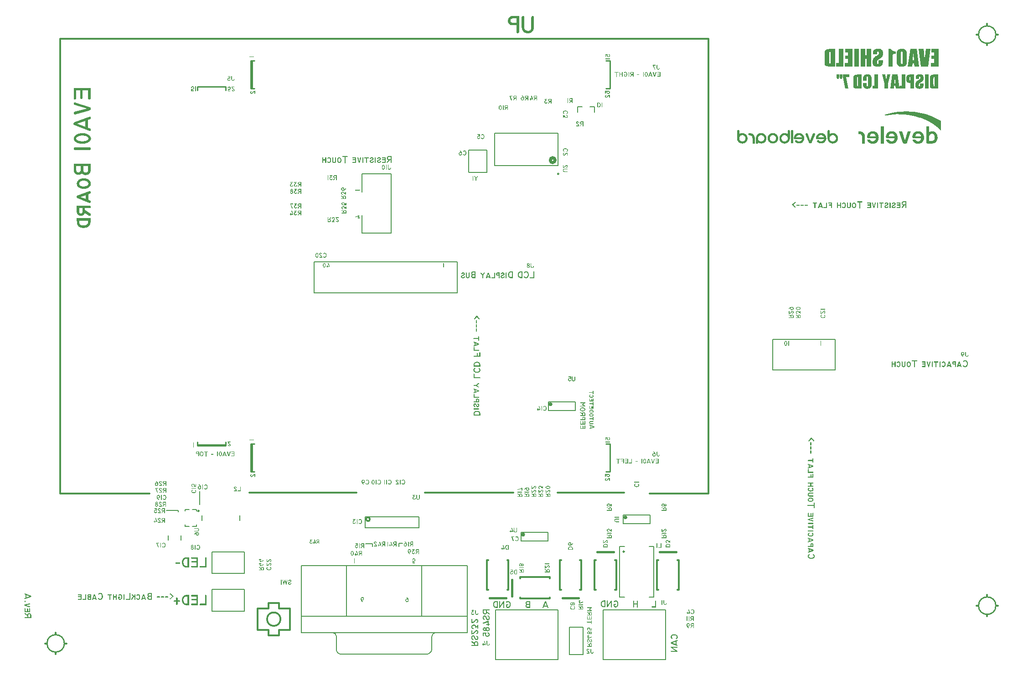
<source format=gbo>
G04 Layer_Color=32896*
%FSLAX44Y44*%
%MOMM*%
G71*
G01*
G75*
%ADD14C,0.2500*%
%ADD15C,0.3500*%
%ADD51C,0.2000*%
%ADD52C,0.3000*%
%ADD88C,0.6000*%
%ADD89C,0.4000*%
%ADD90C,0.1270*%
G36*
X1104810Y1034087D02*
X1104907Y1034068D01*
X1105004Y1034039D01*
X1105072Y1034000D01*
X1105140Y1033951D01*
X1105189Y1033893D01*
X1105276Y1033777D01*
X1105315Y1033660D01*
X1105344Y1033554D01*
X1105353Y1033515D01*
Y1033486D01*
Y1033466D01*
Y1033457D01*
Y1025811D01*
X1105344Y1025694D01*
X1105324Y1025597D01*
X1105295Y1025510D01*
X1105247Y1025432D01*
X1105198Y1025374D01*
X1105150Y1025316D01*
X1105024Y1025238D01*
X1104907Y1025200D01*
X1104800Y1025170D01*
X1104752Y1025161D01*
X1104694D01*
X1104577Y1025170D01*
X1104480Y1025190D01*
X1104393Y1025219D01*
X1104325Y1025258D01*
X1104257Y1025316D01*
X1104209Y1025365D01*
X1104131Y1025481D01*
X1104092Y1025607D01*
X1104063Y1025704D01*
X1104053Y1025753D01*
Y1025782D01*
Y1025801D01*
Y1025811D01*
Y1033457D01*
X1104063Y1033573D01*
X1104082Y1033670D01*
X1104111Y1033757D01*
X1104150Y1033825D01*
X1104199Y1033893D01*
X1104257Y1033942D01*
X1104373Y1034019D01*
X1104490Y1034058D01*
X1104597Y1034087D01*
X1104635Y1034097D01*
X1104694D01*
X1104810Y1034087D01*
D02*
G37*
G36*
X1111689Y214626D02*
X1112039Y214577D01*
X1112369Y214519D01*
X1112669Y214441D01*
X1112961Y214344D01*
X1113223Y214237D01*
X1113455Y214121D01*
X1113669Y214005D01*
X1113863Y213888D01*
X1114028Y213772D01*
X1114173Y213665D01*
X1114290Y213568D01*
X1114387Y213490D01*
X1114455Y213432D01*
X1114494Y213384D01*
X1114503Y213374D01*
X1114678Y213170D01*
X1114823Y212957D01*
X1114959Y212743D01*
X1115066Y212530D01*
X1115163Y212316D01*
X1115241Y212103D01*
X1115309Y211899D01*
X1115357Y211705D01*
X1115406Y211521D01*
X1115435Y211356D01*
X1115454Y211210D01*
X1115464Y211084D01*
X1115473Y210977D01*
X1115483Y210900D01*
Y210851D01*
Y210832D01*
Y208474D01*
X1106654D01*
Y210851D01*
X1106663Y211123D01*
X1106702Y211385D01*
X1106751Y211637D01*
X1106809Y211870D01*
X1106887Y212093D01*
X1106974Y212297D01*
X1107071Y212491D01*
X1107168Y212666D01*
X1107255Y212821D01*
X1107352Y212957D01*
X1107440Y213083D01*
X1107517Y213180D01*
X1107576Y213258D01*
X1107634Y213316D01*
X1107663Y213354D01*
X1107673Y213364D01*
X1107925Y213587D01*
X1108187Y213781D01*
X1108478Y213956D01*
X1108769Y214102D01*
X1109070Y214218D01*
X1109380Y214325D01*
X1109681Y214412D01*
X1109962Y214480D01*
X1110244Y214529D01*
X1110496Y214567D01*
X1110729Y214597D01*
X1110923Y214616D01*
X1111010Y214626D01*
X1111088D01*
X1111156Y214635D01*
X1111321D01*
X1111689Y214626D01*
D02*
G37*
G36*
X1113533Y221563D02*
X1113698Y221544D01*
X1113853Y221505D01*
X1113999Y221456D01*
X1114261Y221340D01*
X1114387Y221272D01*
X1114494Y221204D01*
X1114591Y221126D01*
X1114678Y221059D01*
X1114755Y221000D01*
X1114823Y220942D01*
X1114872Y220894D01*
X1114911Y220855D01*
X1114930Y220835D01*
X1114940Y220826D01*
X1115047Y220709D01*
X1115144Y220583D01*
X1115231Y220447D01*
X1115299Y220311D01*
X1115357Y220166D01*
X1115406Y220030D01*
X1115483Y219749D01*
X1115512Y219622D01*
X1115532Y219496D01*
X1115542Y219390D01*
X1115551Y219293D01*
X1115561Y219215D01*
Y219157D01*
Y219118D01*
Y219108D01*
Y218934D01*
X1115542Y218769D01*
X1115483Y218458D01*
X1115396Y218167D01*
X1115279Y217905D01*
X1115153Y217672D01*
X1114998Y217459D01*
X1114843Y217265D01*
X1114678Y217100D01*
X1114503Y216964D01*
X1114348Y216838D01*
X1114193Y216741D01*
X1114067Y216653D01*
X1113950Y216595D01*
X1113863Y216556D01*
X1113805Y216527D01*
X1113795Y216518D01*
X1113785D01*
X1113688Y216488D01*
X1113601Y216469D01*
X1113562Y216459D01*
X1113514D01*
X1113417Y216469D01*
X1113329Y216488D01*
X1113252Y216518D01*
X1113184Y216556D01*
X1113135Y216595D01*
X1113087Y216624D01*
X1113067Y216644D01*
X1113057Y216653D01*
X1112999Y216731D01*
X1112961Y216809D01*
X1112922Y216886D01*
X1112902Y216954D01*
X1112893Y217022D01*
X1112883Y217071D01*
Y217100D01*
Y217110D01*
X1112902Y217245D01*
X1112941Y217362D01*
X1113009Y217459D01*
X1113087Y217536D01*
X1113155Y217595D01*
X1113223Y217633D01*
X1113261Y217653D01*
X1113281Y217663D01*
X1113475Y217760D01*
X1113640Y217857D01*
X1113775Y217963D01*
X1113892Y218070D01*
X1113970Y218157D01*
X1114028Y218225D01*
X1114067Y218274D01*
X1114076Y218293D01*
X1114135Y218410D01*
X1114173Y218545D01*
X1114202Y218681D01*
X1114222Y218827D01*
X1114232Y218953D01*
X1114241Y219060D01*
Y219099D01*
Y219128D01*
Y219147D01*
Y219157D01*
X1114232Y219331D01*
X1114202Y219477D01*
X1114154Y219613D01*
X1114105Y219720D01*
X1114047Y219807D01*
X1114008Y219875D01*
X1113970Y219914D01*
X1113960Y219923D01*
X1113853Y220020D01*
X1113737Y220088D01*
X1113620Y220137D01*
X1113514Y220166D01*
X1113417Y220195D01*
X1113339Y220205D01*
X1113271D01*
X1113155Y220195D01*
X1113038Y220176D01*
X1112931Y220147D01*
X1112834Y220108D01*
X1112660Y220001D01*
X1112514Y219884D01*
X1112408Y219758D01*
X1112320Y219661D01*
X1112291Y219613D01*
X1112272Y219584D01*
X1112252Y219564D01*
Y219555D01*
X1112097Y219302D01*
X1111942Y219060D01*
X1111786Y218837D01*
X1111631Y218633D01*
X1111476Y218439D01*
X1111330Y218264D01*
X1111185Y218099D01*
X1111049Y217954D01*
X1110923Y217827D01*
X1110807Y217711D01*
X1110700Y217614D01*
X1110612Y217536D01*
X1110535Y217468D01*
X1110486Y217430D01*
X1110447Y217401D01*
X1110438Y217391D01*
X1110127Y217177D01*
X1109797Y216983D01*
X1109487Y216818D01*
X1109186Y216683D01*
X1109050Y216634D01*
X1108924Y216576D01*
X1108817Y216537D01*
X1108720Y216498D01*
X1108643Y216479D01*
X1108585Y216459D01*
X1108546Y216440D01*
X1108536D01*
X1108206Y216362D01*
X1107886Y216285D01*
X1107566Y216207D01*
X1107420Y216178D01*
X1107275Y216149D01*
X1107149Y216120D01*
X1107022Y216091D01*
X1106916Y216071D01*
X1106828Y216052D01*
X1106751Y216033D01*
X1106702Y216023D01*
X1106663Y216013D01*
X1106654D01*
Y220816D01*
X1106663Y220932D01*
X1106683Y221029D01*
X1106712Y221126D01*
X1106760Y221194D01*
X1106809Y221262D01*
X1106867Y221311D01*
X1106984Y221398D01*
X1107110Y221437D01*
X1107207Y221466D01*
X1107255Y221476D01*
X1107314D01*
X1107430Y221466D01*
X1107527Y221447D01*
X1107624Y221418D01*
X1107692Y221369D01*
X1107760Y221320D01*
X1107808Y221272D01*
X1107896Y221146D01*
X1107934Y221029D01*
X1107964Y220923D01*
X1107973Y220874D01*
Y220845D01*
Y220826D01*
Y220816D01*
Y217624D01*
X1108274Y217721D01*
X1108546Y217827D01*
X1108779Y217924D01*
X1108982Y218022D01*
X1109079Y218070D01*
X1109157Y218109D01*
X1109225Y218148D01*
X1109273Y218186D01*
X1109322Y218206D01*
X1109351Y218225D01*
X1109370Y218245D01*
X1109380D01*
X1109565Y218371D01*
X1109739Y218507D01*
X1109904Y218662D01*
X1110069Y218817D01*
X1110370Y219137D01*
X1110506Y219302D01*
X1110632Y219467D01*
X1110739Y219613D01*
X1110845Y219758D01*
X1110933Y219884D01*
X1111010Y219991D01*
X1111068Y220088D01*
X1111107Y220156D01*
X1111136Y220195D01*
X1111146Y220214D01*
X1111301Y220457D01*
X1111466Y220661D01*
X1111651Y220845D01*
X1111825Y221000D01*
X1112010Y221136D01*
X1112204Y221243D01*
X1112378Y221330D01*
X1112553Y221408D01*
X1112718Y221456D01*
X1112873Y221505D01*
X1113009Y221534D01*
X1113135Y221553D01*
X1113232Y221563D01*
X1113310Y221573D01*
X1113368D01*
X1113533Y221563D01*
D02*
G37*
G36*
X1517393Y647362D02*
X1517558Y647343D01*
X1517713Y647304D01*
X1517859Y647256D01*
X1518121Y647139D01*
X1518247Y647071D01*
X1518354Y647003D01*
X1518451Y646926D01*
X1518538Y646858D01*
X1518616Y646800D01*
X1518683Y646741D01*
X1518732Y646693D01*
X1518771Y646654D01*
X1518790Y646635D01*
X1518800Y646625D01*
X1518907Y646508D01*
X1519004Y646382D01*
X1519091Y646247D01*
X1519159Y646111D01*
X1519217Y645965D01*
X1519266Y645829D01*
X1519343Y645548D01*
X1519372Y645422D01*
X1519392Y645296D01*
X1519402Y645189D01*
X1519411Y645092D01*
X1519421Y645014D01*
Y644956D01*
Y644917D01*
Y644908D01*
Y644733D01*
X1519402Y644568D01*
X1519343Y644258D01*
X1519256Y643966D01*
X1519140Y643704D01*
X1519013Y643472D01*
X1518858Y643258D01*
X1518703Y643064D01*
X1518538Y642899D01*
X1518363Y642763D01*
X1518208Y642637D01*
X1518053Y642540D01*
X1517927Y642453D01*
X1517810Y642394D01*
X1517723Y642356D01*
X1517665Y642327D01*
X1517655Y642317D01*
X1517645D01*
X1517548Y642288D01*
X1517461Y642268D01*
X1517422Y642259D01*
X1517374D01*
X1517276Y642268D01*
X1517189Y642288D01*
X1517112Y642317D01*
X1517044Y642356D01*
X1516995Y642394D01*
X1516947Y642424D01*
X1516927Y642443D01*
X1516918Y642453D01*
X1516859Y642530D01*
X1516821Y642608D01*
X1516782Y642686D01*
X1516762Y642754D01*
X1516753Y642822D01*
X1516743Y642870D01*
Y642899D01*
Y642909D01*
X1516762Y643045D01*
X1516801Y643161D01*
X1516869Y643258D01*
X1516947Y643336D01*
X1517015Y643394D01*
X1517083Y643433D01*
X1517121Y643452D01*
X1517141Y643462D01*
X1517335Y643559D01*
X1517500Y643656D01*
X1517635Y643763D01*
X1517752Y643869D01*
X1517830Y643957D01*
X1517888Y644025D01*
X1517927Y644073D01*
X1517936Y644092D01*
X1517995Y644209D01*
X1518033Y644345D01*
X1518062Y644481D01*
X1518082Y644626D01*
X1518092Y644752D01*
X1518101Y644859D01*
Y644898D01*
Y644927D01*
Y644946D01*
Y644956D01*
X1518092Y645131D01*
X1518062Y645276D01*
X1518014Y645412D01*
X1517965Y645519D01*
X1517907Y645606D01*
X1517868Y645674D01*
X1517830Y645713D01*
X1517820Y645723D01*
X1517713Y645820D01*
X1517597Y645888D01*
X1517480Y645936D01*
X1517374Y645965D01*
X1517276Y645994D01*
X1517199Y646004D01*
X1517131D01*
X1517015Y645994D01*
X1516898Y645975D01*
X1516791Y645946D01*
X1516694Y645907D01*
X1516520Y645800D01*
X1516374Y645684D01*
X1516268Y645558D01*
X1516180Y645461D01*
X1516151Y645412D01*
X1516132Y645383D01*
X1516112Y645364D01*
Y645354D01*
X1515957Y645102D01*
X1515802Y644859D01*
X1515647Y644636D01*
X1515491Y644432D01*
X1515336Y644238D01*
X1515190Y644063D01*
X1515045Y643898D01*
X1514909Y643753D01*
X1514783Y643627D01*
X1514666Y643510D01*
X1514560Y643413D01*
X1514472Y643336D01*
X1514395Y643268D01*
X1514346Y643229D01*
X1514308Y643200D01*
X1514298Y643190D01*
X1513987Y642977D01*
X1513657Y642783D01*
X1513347Y642618D01*
X1513046Y642482D01*
X1512910Y642433D01*
X1512784Y642375D01*
X1512677Y642336D01*
X1512580Y642298D01*
X1512503Y642278D01*
X1512444Y642259D01*
X1512406Y642239D01*
X1512396D01*
X1512066Y642162D01*
X1511746Y642084D01*
X1511426Y642006D01*
X1511280Y641977D01*
X1511135Y641948D01*
X1511008Y641919D01*
X1510882Y641890D01*
X1510776Y641871D01*
X1510688Y641851D01*
X1510611Y641832D01*
X1510562Y641822D01*
X1510523Y641812D01*
X1510514D01*
Y646615D01*
X1510523Y646732D01*
X1510543Y646829D01*
X1510572Y646926D01*
X1510620Y646994D01*
X1510669Y647062D01*
X1510727Y647110D01*
X1510844Y647197D01*
X1510970Y647236D01*
X1511067Y647265D01*
X1511115Y647275D01*
X1511174D01*
X1511290Y647265D01*
X1511387Y647246D01*
X1511484Y647217D01*
X1511552Y647168D01*
X1511620Y647120D01*
X1511668Y647071D01*
X1511756Y646945D01*
X1511794Y646829D01*
X1511824Y646722D01*
X1511833Y646674D01*
Y646644D01*
Y646625D01*
Y646615D01*
Y643423D01*
X1512134Y643520D01*
X1512406Y643627D01*
X1512639Y643724D01*
X1512842Y643821D01*
X1512939Y643869D01*
X1513017Y643908D01*
X1513085Y643947D01*
X1513133Y643986D01*
X1513182Y644005D01*
X1513211Y644025D01*
X1513230Y644044D01*
X1513240D01*
X1513425Y644170D01*
X1513599Y644306D01*
X1513764Y644461D01*
X1513929Y644616D01*
X1514230Y644937D01*
X1514366Y645102D01*
X1514492Y645267D01*
X1514599Y645412D01*
X1514705Y645558D01*
X1514793Y645684D01*
X1514870Y645790D01*
X1514928Y645888D01*
X1514967Y645956D01*
X1514996Y645994D01*
X1515006Y646014D01*
X1515161Y646256D01*
X1515326Y646460D01*
X1515511Y646644D01*
X1515685Y646800D01*
X1515870Y646936D01*
X1516064Y647042D01*
X1516238Y647130D01*
X1516413Y647207D01*
X1516578Y647256D01*
X1516733Y647304D01*
X1516869Y647333D01*
X1516995Y647353D01*
X1517092Y647362D01*
X1517170Y647372D01*
X1517228D01*
X1517393Y647362D01*
D02*
G37*
G36*
X1518810Y650681D02*
X1518907Y650661D01*
X1518994Y650632D01*
X1519072Y650584D01*
X1519130Y650535D01*
X1519188Y650487D01*
X1519266Y650360D01*
X1519304Y650244D01*
X1519333Y650137D01*
X1519343Y650089D01*
Y650060D01*
Y650040D01*
Y650031D01*
X1519333Y649914D01*
X1519314Y649817D01*
X1519285Y649730D01*
X1519246Y649662D01*
X1519188Y649594D01*
X1519140Y649546D01*
X1519023Y649468D01*
X1518897Y649429D01*
X1518800Y649400D01*
X1518751Y649390D01*
X1511047D01*
X1510931Y649400D01*
X1510834Y649419D01*
X1510747Y649448D01*
X1510679Y649487D01*
X1510611Y649536D01*
X1510562Y649594D01*
X1510485Y649710D01*
X1510446Y649827D01*
X1510417Y649934D01*
X1510407Y649972D01*
Y650002D01*
Y650021D01*
Y650031D01*
X1510417Y650147D01*
X1510436Y650244D01*
X1510465Y650341D01*
X1510504Y650409D01*
X1510553Y650477D01*
X1510611Y650526D01*
X1510727Y650613D01*
X1510844Y650652D01*
X1510950Y650681D01*
X1510989Y650690D01*
X1518693D01*
X1518810Y650681D01*
D02*
G37*
G36*
X1098649Y1033981D02*
X1098911Y1033942D01*
X1099163Y1033893D01*
X1099396Y1033835D01*
X1099619Y1033757D01*
X1099823Y1033670D01*
X1100017Y1033573D01*
X1100192Y1033476D01*
X1100347Y1033389D01*
X1100483Y1033292D01*
X1100609Y1033204D01*
X1100706Y1033127D01*
X1100783Y1033068D01*
X1100842Y1033010D01*
X1100881Y1032981D01*
X1100890Y1032971D01*
X1101113Y1032719D01*
X1101307Y1032457D01*
X1101482Y1032166D01*
X1101628Y1031875D01*
X1101744Y1031574D01*
X1101851Y1031264D01*
X1101938Y1030963D01*
X1102006Y1030682D01*
X1102055Y1030400D01*
X1102093Y1030148D01*
X1102122Y1029915D01*
X1102142Y1029721D01*
X1102152Y1029634D01*
Y1029556D01*
X1102161Y1029488D01*
Y1029430D01*
Y1029381D01*
Y1029352D01*
Y1029333D01*
Y1029323D01*
X1102152Y1028954D01*
X1102103Y1028605D01*
X1102045Y1028275D01*
X1101967Y1027975D01*
X1101870Y1027683D01*
X1101764Y1027421D01*
X1101647Y1027189D01*
X1101531Y1026975D01*
X1101414Y1026781D01*
X1101298Y1026616D01*
X1101191Y1026471D01*
X1101094Y1026354D01*
X1101016Y1026257D01*
X1100958Y1026189D01*
X1100910Y1026150D01*
X1100900Y1026141D01*
X1100696Y1025966D01*
X1100483Y1025820D01*
X1100269Y1025685D01*
X1100056Y1025578D01*
X1099842Y1025481D01*
X1099629Y1025403D01*
X1099425Y1025335D01*
X1099231Y1025287D01*
X1099047Y1025238D01*
X1098882Y1025209D01*
X1098736Y1025190D01*
X1098610Y1025180D01*
X1098503Y1025170D01*
X1098426Y1025161D01*
X1096000D01*
Y1033990D01*
X1098377D01*
X1098649Y1033981D01*
D02*
G37*
G36*
X921272Y212732D02*
X921388Y212683D01*
X921495Y212605D01*
X921573Y212528D01*
X921641Y212450D01*
X921680Y212372D01*
X921699Y212324D01*
X921709Y212314D01*
Y212305D01*
X923775Y206376D01*
X923824Y206163D01*
X923843Y206075D01*
X923853Y205988D01*
Y205920D01*
X923863Y205872D01*
Y205833D01*
Y205823D01*
X923853Y205707D01*
X923843Y205600D01*
X923814Y205513D01*
X923785Y205435D01*
X923756Y205367D01*
X923707Y205309D01*
X923669Y205260D01*
X923620Y205231D01*
X923533Y205183D01*
X923465Y205154D01*
X923407Y205144D01*
X919865D01*
Y204436D01*
X919855Y204319D01*
X919836Y204222D01*
X919807Y204135D01*
X919768Y204057D01*
X919719Y203999D01*
X919661Y203941D01*
X919545Y203863D01*
X919428Y203824D01*
X919322Y203795D01*
X919283Y203786D01*
X919225D01*
X919108Y203795D01*
X919011Y203815D01*
X918914Y203844D01*
X918846Y203892D01*
X918778Y203941D01*
X918730Y203989D01*
X918643Y204116D01*
X918604Y204232D01*
X918575Y204339D01*
X918565Y204377D01*
Y204407D01*
Y204426D01*
Y204436D01*
Y205144D01*
X918002D01*
X917886Y205154D01*
X917789Y205173D01*
X917692Y205202D01*
X917624Y205251D01*
X917556Y205299D01*
X917507Y205357D01*
X917420Y205474D01*
X917381Y205600D01*
X917352Y205697D01*
X917342Y205746D01*
Y205775D01*
Y205794D01*
Y205804D01*
X917352Y205920D01*
X917371Y206017D01*
X917401Y206114D01*
X917449Y206182D01*
X917498Y206250D01*
X917546Y206299D01*
X917672Y206386D01*
X917789Y206425D01*
X917895Y206454D01*
X917944Y206464D01*
X918565D01*
Y207803D01*
X918575Y207919D01*
X918594Y208016D01*
X918623Y208103D01*
X918672Y208181D01*
X918720Y208239D01*
X918769Y208297D01*
X918895Y208375D01*
X919011Y208414D01*
X919118Y208443D01*
X919166Y208453D01*
X919225D01*
X919341Y208443D01*
X919438Y208424D01*
X919525Y208394D01*
X919593Y208356D01*
X919661Y208297D01*
X919710Y208249D01*
X919787Y208132D01*
X919826Y208006D01*
X919855Y207909D01*
X919865Y207861D01*
Y207832D01*
Y207812D01*
Y207803D01*
Y206464D01*
X922368D01*
X920467Y211868D01*
X920437Y211946D01*
X920428Y212023D01*
X920418Y212082D01*
Y212091D01*
Y212101D01*
X920428Y212198D01*
X920457Y212285D01*
X920486Y212363D01*
X920525Y212431D01*
X920573Y212489D01*
X920602Y212528D01*
X920632Y212547D01*
X920641Y212557D01*
X920719Y212625D01*
X920806Y212673D01*
X920884Y212702D01*
X920962Y212732D01*
X921020Y212741D01*
X921068Y212751D01*
X921194D01*
X921272Y212732D01*
D02*
G37*
G36*
X947000Y158010D02*
X944623D01*
X944351Y158019D01*
X944089Y158058D01*
X943837Y158107D01*
X943604Y158165D01*
X943381Y158243D01*
X943177Y158330D01*
X942983Y158427D01*
X942808Y158524D01*
X942653Y158611D01*
X942517Y158708D01*
X942391Y158796D01*
X942294Y158873D01*
X942216Y158932D01*
X942158Y158990D01*
X942120Y159019D01*
X942110Y159029D01*
X941887Y159281D01*
X941693Y159543D01*
X941518Y159834D01*
X941372Y160125D01*
X941256Y160426D01*
X941149Y160736D01*
X941062Y161037D01*
X940994Y161318D01*
X940945Y161600D01*
X940907Y161852D01*
X940878Y162085D01*
X940858Y162279D01*
X940848Y162366D01*
Y162444D01*
X940839Y162512D01*
Y162570D01*
Y162619D01*
Y162648D01*
Y162667D01*
Y162677D01*
X940848Y163045D01*
X940897Y163395D01*
X940955Y163725D01*
X941033Y164025D01*
X941130Y164317D01*
X941236Y164578D01*
X941353Y164811D01*
X941469Y165025D01*
X941586Y165219D01*
X941702Y165384D01*
X941809Y165529D01*
X941906Y165646D01*
X941984Y165743D01*
X942042Y165811D01*
X942090Y165850D01*
X942100Y165859D01*
X942304Y166034D01*
X942517Y166179D01*
X942731Y166315D01*
X942944Y166422D01*
X943158Y166519D01*
X943371Y166597D01*
X943575Y166665D01*
X943769Y166713D01*
X943953Y166762D01*
X944118Y166791D01*
X944264Y166810D01*
X944390Y166820D01*
X944497Y166829D01*
X944574Y166839D01*
X947000D01*
Y158010D01*
D02*
G37*
G36*
X939218Y162764D02*
X939209Y162657D01*
X939199Y162570D01*
X939170Y162492D01*
X939131Y162425D01*
X939092Y162366D01*
X939044Y162318D01*
X938947Y162250D01*
X938850Y162201D01*
X938762Y162182D01*
X938694Y162172D01*
X938675D01*
X938588Y162182D01*
X938491Y162211D01*
X938394Y162250D01*
X938306Y162298D01*
X938238Y162347D01*
X938170Y162386D01*
X938132Y162415D01*
X938122Y162425D01*
X938015Y162502D01*
X937899Y162580D01*
X937656Y162686D01*
X937423Y162774D01*
X937190Y162822D01*
X937084Y162842D01*
X936996Y162861D01*
X936909Y162871D01*
X936832D01*
X936773Y162880D01*
X936686D01*
X936570Y162871D01*
X936463Y162861D01*
X936259Y162793D01*
X936075Y162706D01*
X935910Y162609D01*
X935783Y162512D01*
X935686Y162425D01*
X935648Y162386D01*
X935619Y162356D01*
X935609Y162347D01*
X935599Y162337D01*
X935512Y162230D01*
X935444Y162124D01*
X935376Y162017D01*
X935328Y161910D01*
X935240Y161687D01*
X935182Y161493D01*
X935153Y161309D01*
X935134Y161241D01*
Y161173D01*
X935124Y161124D01*
Y161076D01*
Y161056D01*
Y161047D01*
X935143Y160765D01*
X935182Y160513D01*
X935230Y160300D01*
X935298Y160115D01*
X935328Y160038D01*
X935366Y159960D01*
X935395Y159902D01*
X935415Y159853D01*
X935444Y159814D01*
X935454Y159785D01*
X935473Y159776D01*
Y159766D01*
X935541Y159669D01*
X935628Y159591D01*
X935706Y159514D01*
X935793Y159446D01*
X935968Y159349D01*
X936143Y159271D01*
X936298Y159232D01*
X936366Y159213D01*
X936424Y159203D01*
X936472Y159193D01*
X936511Y159184D01*
X936540D01*
X936734Y159193D01*
X936919Y159222D01*
X937093Y159291D01*
X937258Y159378D01*
X937404Y159485D01*
X937540Y159601D01*
X937666Y159737D01*
X937773Y159863D01*
X937870Y159999D01*
X937957Y160135D01*
X938025Y160261D01*
X938083Y160368D01*
X938132Y160464D01*
X938161Y160532D01*
X938180Y160581D01*
X938190Y160600D01*
X938238Y160717D01*
X938316Y160794D01*
X938403Y160853D01*
X938500Y160901D01*
X938578Y160921D01*
X938656Y160930D01*
X938704Y160940D01*
X938724D01*
X938820Y160930D01*
X938908Y160911D01*
X938986Y160882D01*
X939053Y160853D01*
X939112Y160814D01*
X939150Y160785D01*
X939180Y160765D01*
X939189Y160756D01*
X939257Y160688D01*
X939306Y160610D01*
X939344Y160542D01*
X939364Y160464D01*
X939383Y160406D01*
X939393Y160358D01*
Y160319D01*
Y160309D01*
X939383Y160222D01*
X939374Y160154D01*
X939364Y160105D01*
Y160086D01*
X939296Y159902D01*
X939218Y159717D01*
X939131Y159552D01*
X939044Y159397D01*
X938956Y159252D01*
X938859Y159116D01*
X938772Y158990D01*
X938685Y158883D01*
X938607Y158786D01*
X938529Y158699D01*
X938452Y158621D01*
X938394Y158563D01*
X938345Y158514D01*
X938306Y158485D01*
X938287Y158466D01*
X938277Y158456D01*
X938122Y158340D01*
X937967Y158243D01*
X937811Y158165D01*
X937656Y158097D01*
X937501Y158039D01*
X937346Y157990D01*
X937200Y157951D01*
X937064Y157922D01*
X936928Y157903D01*
X936812Y157893D01*
X936705Y157884D01*
X936443D01*
X936210Y157913D01*
X935997Y157951D01*
X935793Y158000D01*
X935609Y158068D01*
X935434Y158146D01*
X935279Y158223D01*
X935143Y158310D01*
X935017Y158388D01*
X934901Y158475D01*
X934804Y158553D01*
X934726Y158631D01*
X934658Y158699D01*
X934610Y158757D01*
X934571Y158796D01*
X934551Y158825D01*
X934542Y158834D01*
X934416Y159009D01*
X934318Y159184D01*
X934221Y159368D01*
X934144Y159552D01*
X934076Y159747D01*
X934018Y159931D01*
X933979Y160105D01*
X933940Y160280D01*
X933911Y160435D01*
X933892Y160581D01*
X933872Y160717D01*
X933862Y160823D01*
X933853Y160921D01*
Y160989D01*
Y161027D01*
Y161047D01*
X933862Y161280D01*
X933892Y161503D01*
X933930Y161726D01*
X933988Y161930D01*
X934056Y162124D01*
X934124Y162308D01*
X934202Y162473D01*
X934280Y162628D01*
X934367Y162774D01*
X934445Y162890D01*
X934512Y163007D01*
X934580Y163094D01*
X934639Y163162D01*
X934677Y163220D01*
X934706Y163249D01*
X934716Y163259D01*
X934881Y163424D01*
X935046Y163569D01*
X935221Y163696D01*
X935386Y163802D01*
X935560Y163899D01*
X935725Y163967D01*
X935881Y164035D01*
X936026Y164084D01*
X936172Y164123D01*
X936298Y164152D01*
X936414Y164171D01*
X936511Y164190D01*
X936589D01*
X936647Y164200D01*
X936851D01*
X936987Y164190D01*
X937122Y164181D01*
X937239Y164161D01*
X937355Y164142D01*
X937462Y164123D01*
X937550Y164093D01*
X937637Y164074D01*
X937705Y164055D01*
X937773Y164025D01*
X937821Y164006D01*
X937870Y163987D01*
X937899Y163967D01*
X937928Y163958D01*
X937938Y163948D01*
X937947D01*
Y165520D01*
X935143D01*
X935027Y165529D01*
X934930Y165549D01*
X934842Y165578D01*
X934765Y165626D01*
X934706Y165675D01*
X934648Y165723D01*
X934571Y165850D01*
X934532Y165966D01*
X934503Y166073D01*
X934493Y166112D01*
Y166141D01*
Y166160D01*
Y166170D01*
X934503Y166286D01*
X934522Y166383D01*
X934551Y166471D01*
X934590Y166548D01*
X934648Y166606D01*
X934697Y166665D01*
X934813Y166742D01*
X934939Y166781D01*
X935036Y166810D01*
X935085Y166820D01*
X939218D01*
Y162764D01*
D02*
G37*
G36*
X1227767Y214626D02*
X1228117Y214577D01*
X1228447Y214519D01*
X1228747Y214441D01*
X1229038Y214344D01*
X1229301Y214237D01*
X1229533Y214121D01*
X1229747Y214005D01*
X1229941Y213888D01*
X1230106Y213772D01*
X1230251Y213665D01*
X1230368Y213568D01*
X1230465Y213490D01*
X1230533Y213432D01*
X1230572Y213384D01*
X1230581Y213374D01*
X1230756Y213170D01*
X1230901Y212957D01*
X1231037Y212743D01*
X1231144Y212530D01*
X1231241Y212316D01*
X1231319Y212103D01*
X1231387Y211899D01*
X1231435Y211705D01*
X1231484Y211521D01*
X1231513Y211356D01*
X1231532Y211210D01*
X1231542Y211084D01*
X1231552Y210977D01*
X1231561Y210900D01*
Y210851D01*
Y210832D01*
Y208474D01*
X1222732D01*
Y210851D01*
X1222741Y211123D01*
X1222780Y211385D01*
X1222829Y211637D01*
X1222887Y211870D01*
X1222965Y212093D01*
X1223052Y212297D01*
X1223149Y212491D01*
X1223246Y212666D01*
X1223333Y212821D01*
X1223430Y212957D01*
X1223518Y213083D01*
X1223595Y213180D01*
X1223653Y213258D01*
X1223712Y213316D01*
X1223741Y213354D01*
X1223751Y213364D01*
X1224003Y213587D01*
X1224265Y213781D01*
X1224556Y213956D01*
X1224847Y214102D01*
X1225148Y214218D01*
X1225458Y214325D01*
X1225759Y214412D01*
X1226040Y214480D01*
X1226322Y214529D01*
X1226574Y214567D01*
X1226807Y214597D01*
X1227001Y214616D01*
X1227088Y214626D01*
X1227166D01*
X1227234Y214635D01*
X1227399D01*
X1227767Y214626D01*
D02*
G37*
G36*
X1226108Y221650D02*
X1226341Y221631D01*
X1226564Y221602D01*
X1226768Y221563D01*
X1226962Y221505D01*
X1227147Y221447D01*
X1227321Y221379D01*
X1227476Y221301D01*
X1227632Y221214D01*
X1227777Y221126D01*
X1227903Y221029D01*
X1228029Y220932D01*
X1228243Y220729D01*
X1228427Y220515D01*
X1228573Y220292D01*
X1228699Y220088D01*
X1228786Y219894D01*
X1228864Y219720D01*
X1228912Y219574D01*
X1228932Y219516D01*
X1228951Y219458D01*
X1228961Y219419D01*
Y219390D01*
X1228971Y219370D01*
Y219361D01*
X1230368Y220602D01*
X1230465Y220729D01*
X1230562Y220845D01*
X1230649Y220942D01*
X1230727Y221020D01*
X1230795Y221097D01*
X1230863Y221156D01*
X1230921Y221204D01*
X1230969Y221243D01*
X1231057Y221291D01*
X1231115Y221320D01*
X1231154Y221330D01*
X1231163D01*
X1231231Y221320D01*
X1231299Y221311D01*
X1231396Y221253D01*
X1231464Y221175D01*
X1231513Y221088D01*
X1231542Y220991D01*
X1231552Y220913D01*
X1231561Y220855D01*
Y220845D01*
Y220835D01*
X1231542Y216993D01*
X1231532Y216886D01*
X1231513Y216789D01*
X1231484Y216702D01*
X1231435Y216624D01*
X1231387Y216566D01*
X1231338Y216518D01*
X1231212Y216440D01*
X1231096Y216392D01*
X1230989Y216372D01*
X1230940Y216362D01*
X1230882D01*
X1230766Y216372D01*
X1230669Y216392D01*
X1230581Y216421D01*
X1230513Y216459D01*
X1230445Y216508D01*
X1230397Y216566D01*
X1230319Y216683D01*
X1230281Y216799D01*
X1230251Y216906D01*
X1230242Y216945D01*
Y216974D01*
Y216993D01*
Y217003D01*
Y219060D01*
X1228941Y217857D01*
X1228883Y217769D01*
X1228825Y217701D01*
X1228776Y217633D01*
X1228718Y217585D01*
X1228621Y217498D01*
X1228524Y217439D01*
X1228447Y217410D01*
X1228388Y217391D01*
X1228350Y217381D01*
X1228340D01*
X1228272Y217391D01*
X1228204Y217410D01*
X1228088Y217468D01*
X1228039Y217498D01*
X1228000Y217527D01*
X1227981Y217546D01*
X1227971Y217556D01*
X1227913Y217624D01*
X1227874Y217701D01*
X1227845Y217769D01*
X1227826Y217837D01*
X1227806Y217905D01*
X1227797Y217954D01*
Y217983D01*
Y217992D01*
X1227787Y218138D01*
X1227777Y218274D01*
X1227767Y218400D01*
X1227758Y218516D01*
Y218613D01*
X1227748Y218681D01*
Y218730D01*
Y218749D01*
X1227700Y218992D01*
X1227632Y219215D01*
X1227554Y219399D01*
X1227476Y219555D01*
X1227408Y219681D01*
X1227350Y219768D01*
X1227311Y219826D01*
X1227292Y219846D01*
X1227195Y219943D01*
X1227098Y220030D01*
X1226982Y220098D01*
X1226865Y220156D01*
X1226632Y220253D01*
X1226399Y220321D01*
X1226293Y220340D01*
X1226196Y220360D01*
X1226099Y220370D01*
X1226021Y220379D01*
X1225953Y220389D01*
X1225866D01*
X1225701Y220379D01*
X1225546Y220370D01*
X1225400Y220340D01*
X1225264Y220302D01*
X1225002Y220214D01*
X1224895Y220156D01*
X1224789Y220108D01*
X1224692Y220059D01*
X1224614Y220001D01*
X1224536Y219952D01*
X1224478Y219914D01*
X1224430Y219875D01*
X1224401Y219855D01*
X1224381Y219836D01*
X1224371Y219826D01*
X1224236Y219652D01*
X1224139Y219477D01*
X1224061Y219293D01*
X1224013Y219118D01*
X1223983Y218972D01*
X1223974Y218904D01*
Y218846D01*
X1223964Y218808D01*
Y218769D01*
Y218749D01*
Y218740D01*
X1223974Y218565D01*
X1224003Y218400D01*
X1224042Y218254D01*
X1224080Y218138D01*
X1224119Y218041D01*
X1224158Y217963D01*
X1224187Y217924D01*
X1224197Y217905D01*
X1224342Y217740D01*
X1224488Y217595D01*
X1224633Y217488D01*
X1224769Y217391D01*
X1224886Y217323D01*
X1224983Y217284D01*
X1225041Y217255D01*
X1225051Y217245D01*
X1225060D01*
X1225157Y217216D01*
X1225245Y217177D01*
X1225313Y217139D01*
X1225371Y217090D01*
X1225468Y216993D01*
X1225536Y216886D01*
X1225575Y216799D01*
X1225594Y216721D01*
X1225604Y216663D01*
Y216653D01*
Y216644D01*
X1225594Y216556D01*
X1225575Y216469D01*
X1225546Y216392D01*
X1225516Y216324D01*
X1225487Y216275D01*
X1225458Y216236D01*
X1225439Y216207D01*
X1225429Y216197D01*
X1225361Y216129D01*
X1225284Y216081D01*
X1225206Y216052D01*
X1225138Y216033D01*
X1225070Y216013D01*
X1225022Y216003D01*
X1224973D01*
X1224886Y216013D01*
X1224808Y216023D01*
X1224740Y216033D01*
X1224731Y216042D01*
X1224721D01*
X1224536Y216110D01*
X1224362Y216178D01*
X1224197Y216256D01*
X1224051Y216343D01*
X1223906Y216430D01*
X1223770Y216527D01*
X1223653Y216615D01*
X1223547Y216712D01*
X1223450Y216789D01*
X1223372Y216877D01*
X1223295Y216945D01*
X1223236Y217013D01*
X1223188Y217061D01*
X1223159Y217100D01*
X1223139Y217129D01*
X1223130Y217139D01*
X1223042Y217274D01*
X1222955Y217410D01*
X1222887Y217556D01*
X1222829Y217692D01*
X1222732Y217963D01*
X1222673Y218216D01*
X1222654Y218332D01*
X1222635Y218439D01*
X1222625Y218526D01*
X1222615Y218604D01*
X1222606Y218672D01*
Y218720D01*
Y218749D01*
Y218759D01*
X1222615Y218972D01*
X1222644Y219186D01*
X1222683Y219380D01*
X1222732Y219564D01*
X1222800Y219739D01*
X1222868Y219904D01*
X1222945Y220059D01*
X1223023Y220195D01*
X1223100Y220321D01*
X1223178Y220438D01*
X1223246Y220535D01*
X1223314Y220612D01*
X1223362Y220670D01*
X1223401Y220719D01*
X1223430Y220748D01*
X1223440Y220758D01*
X1223615Y220913D01*
X1223809Y221059D01*
X1224003Y221175D01*
X1224206Y221282D01*
X1224410Y221369D01*
X1224614Y221437D01*
X1224808Y221495D01*
X1225002Y221544D01*
X1225177Y221583D01*
X1225342Y221612D01*
X1225487Y221631D01*
X1225613Y221650D01*
X1225720D01*
X1225798Y221660D01*
X1225866D01*
X1226108Y221650D01*
D02*
G37*
G36*
X931130Y203912D02*
X928753D01*
X928481Y203921D01*
X928219Y203960D01*
X927967Y204009D01*
X927734Y204067D01*
X927511Y204145D01*
X927307Y204232D01*
X927113Y204329D01*
X926938Y204426D01*
X926783Y204513D01*
X926647Y204610D01*
X926521Y204698D01*
X926424Y204775D01*
X926347Y204834D01*
X926288Y204892D01*
X926249Y204921D01*
X926240Y204930D01*
X926017Y205183D01*
X925823Y205445D01*
X925648Y205736D01*
X925502Y206027D01*
X925386Y206328D01*
X925279Y206638D01*
X925192Y206939D01*
X925124Y207220D01*
X925075Y207502D01*
X925037Y207754D01*
X925007Y207987D01*
X924988Y208181D01*
X924978Y208268D01*
Y208346D01*
X924969Y208414D01*
Y208472D01*
Y208521D01*
Y208550D01*
Y208569D01*
Y208579D01*
X924978Y208948D01*
X925027Y209297D01*
X925085Y209627D01*
X925163Y209927D01*
X925260Y210219D01*
X925367Y210480D01*
X925483Y210713D01*
X925599Y210927D01*
X925716Y211121D01*
X925832Y211286D01*
X925939Y211431D01*
X926036Y211548D01*
X926114Y211645D01*
X926172Y211713D01*
X926220Y211752D01*
X926230Y211761D01*
X926434Y211936D01*
X926647Y212082D01*
X926861Y212217D01*
X927074Y212324D01*
X927288Y212421D01*
X927501Y212499D01*
X927705Y212567D01*
X927899Y212615D01*
X928083Y212664D01*
X928248Y212693D01*
X928394Y212712D01*
X928520Y212722D01*
X928627Y212732D01*
X928704Y212741D01*
X931130D01*
Y203912D01*
D02*
G37*
G36*
X349073Y212829D02*
X349170Y212810D01*
X349258Y212781D01*
X349326Y212742D01*
X349394Y212684D01*
X349442Y212635D01*
X349520Y212519D01*
X349559Y212393D01*
X349588Y212296D01*
X349597Y212247D01*
Y212218D01*
Y212199D01*
Y212189D01*
Y204543D01*
X349588Y204427D01*
X349568Y204330D01*
X349539Y204243D01*
X349500Y204175D01*
X349452Y204107D01*
X349394Y204058D01*
X349277Y203981D01*
X349161Y203942D01*
X349054Y203913D01*
X349015Y203903D01*
X348957D01*
X348841Y203913D01*
X348744Y203932D01*
X348647Y203961D01*
X348579Y204000D01*
X348511Y204049D01*
X348462Y204107D01*
X348375Y204223D01*
X348336Y204340D01*
X348307Y204446D01*
X348297Y204485D01*
Y204514D01*
Y204534D01*
Y204543D01*
Y212189D01*
X348307Y212306D01*
X348326Y212403D01*
X348355Y212490D01*
X348404Y212568D01*
X348452Y212626D01*
X348501Y212684D01*
X348627Y212762D01*
X348744Y212800D01*
X348850Y212829D01*
X348899Y212839D01*
X348957D01*
X349073Y212829D01*
D02*
G37*
G36*
X354992Y212907D02*
X355215Y212878D01*
X355429Y212829D01*
X355623Y212762D01*
X355817Y212694D01*
X355992Y212606D01*
X356157Y212519D01*
X356312Y212432D01*
X356447Y212344D01*
X356564Y212257D01*
X356671Y212170D01*
X356758Y212102D01*
X356826Y212034D01*
X356875Y211985D01*
X356904Y211956D01*
X356913Y211947D01*
X357107Y211714D01*
X357272Y211452D01*
X357418Y211180D01*
X357544Y210889D01*
X357651Y210608D01*
X357738Y210317D01*
X357806Y210025D01*
X357864Y209754D01*
X357913Y209482D01*
X357942Y209240D01*
X357971Y209026D01*
X357981Y208832D01*
X357990Y208745D01*
Y208677D01*
X358000Y208609D01*
Y208551D01*
Y208512D01*
Y208483D01*
Y208463D01*
Y208454D01*
X357990Y208075D01*
X357961Y207716D01*
X357913Y207377D01*
X357845Y207056D01*
X357777Y206756D01*
X357690Y206484D01*
X357602Y206222D01*
X357515Y205999D01*
X357427Y205795D01*
X357340Y205611D01*
X357253Y205455D01*
X357185Y205329D01*
X357117Y205232D01*
X357068Y205155D01*
X357039Y205116D01*
X357030Y205096D01*
X356845Y204873D01*
X356651Y204679D01*
X356447Y204514D01*
X356244Y204369D01*
X356040Y204243D01*
X355836Y204146D01*
X355642Y204058D01*
X355448Y203990D01*
X355274Y203942D01*
X355109Y203903D01*
X354963Y203874D01*
X354837Y203855D01*
X354730Y203845D01*
X354652Y203835D01*
X354585D01*
X354264Y203845D01*
X353973Y203884D01*
X353721Y203932D01*
X353605Y203961D01*
X353498Y203990D01*
X353411Y204019D01*
X353323Y204049D01*
X353255Y204078D01*
X353187Y204097D01*
X353139Y204116D01*
X353110Y204136D01*
X353090Y204146D01*
X353081D01*
X352964Y204214D01*
X352848Y204281D01*
X352615Y204446D01*
X352402Y204631D01*
X352207Y204815D01*
X352043Y204980D01*
X351965Y205058D01*
X351907Y205126D01*
X351868Y205174D01*
X351829Y205213D01*
X351810Y205242D01*
X351800Y205252D01*
X351742Y205329D01*
X351703Y205397D01*
X351674Y205465D01*
X351654Y205533D01*
X351645Y205591D01*
X351635Y205630D01*
Y205659D01*
Y205669D01*
X351645Y205766D01*
X351664Y205853D01*
X351703Y205931D01*
X351742Y205999D01*
X351781Y206057D01*
X351819Y206096D01*
X351839Y206125D01*
X351848Y206135D01*
X351926Y206203D01*
X352013Y206251D01*
X352091Y206290D01*
X352169Y206309D01*
X352227Y206329D01*
X352275Y206338D01*
X352324D01*
X352421Y206329D01*
X352518Y206300D01*
X352595Y206261D01*
X352663Y206222D01*
X352722Y206173D01*
X352761Y206135D01*
X352790Y206105D01*
X352799Y206096D01*
X352945Y205931D01*
X353090Y205785D01*
X353246Y205659D01*
X353391Y205552D01*
X353546Y205465D01*
X353692Y205387D01*
X353828Y205320D01*
X353964Y205271D01*
X354090Y205232D01*
X354197Y205203D01*
X354303Y205184D01*
X354391Y205174D01*
X354459Y205164D01*
X354507Y205155D01*
X354556D01*
X354730Y205164D01*
X354885Y205193D01*
X355041Y205242D01*
X355186Y205300D01*
X355322Y205368D01*
X355448Y205436D01*
X355574Y205523D01*
X355671Y205611D01*
X355768Y205688D01*
X355856Y205776D01*
X355924Y205844D01*
X355992Y205921D01*
X356040Y205970D01*
X356069Y206018D01*
X356088Y206047D01*
X356098Y206057D01*
X356205Y206232D01*
X356302Y206426D01*
X356380Y206620D01*
X356447Y206814D01*
X356506Y207018D01*
X356564Y207212D01*
X356603Y207415D01*
X356632Y207600D01*
X356661Y207774D01*
X356680Y207939D01*
X356690Y208085D01*
X356700Y208211D01*
X356710Y208308D01*
Y208386D01*
Y208434D01*
Y208454D01*
X356700Y208745D01*
X356680Y209026D01*
X356651Y209278D01*
X356603Y209521D01*
X356554Y209744D01*
X356506Y209938D01*
X356447Y210123D01*
X356380Y210287D01*
X356321Y210433D01*
X356263Y210559D01*
X356215Y210666D01*
X356157Y210753D01*
X356118Y210821D01*
X356088Y210870D01*
X356069Y210899D01*
X356059Y210908D01*
X355953Y211035D01*
X355846Y211132D01*
X355739Y211229D01*
X355633Y211306D01*
X355526Y211374D01*
X355409Y211432D01*
X355312Y211471D01*
X355206Y211510D01*
X355031Y211558D01*
X354953Y211578D01*
X354885Y211588D01*
X354837Y211597D01*
X354759D01*
X354556Y211588D01*
X354371Y211578D01*
X354226Y211549D01*
X354100Y211529D01*
X354002Y211500D01*
X353935Y211471D01*
X353886Y211462D01*
X353876Y211452D01*
X353731Y211374D01*
X353614Y211287D01*
X353498Y211190D01*
X353411Y211102D01*
X353343Y211015D01*
X353284Y210947D01*
X353255Y210899D01*
X353246Y210879D01*
X353158Y210753D01*
X353071Y210656D01*
X352974Y210598D01*
X352887Y210549D01*
X352809Y210520D01*
X352741Y210511D01*
X352702Y210501D01*
X352683D01*
X352586Y210511D01*
X352508Y210530D01*
X352431Y210559D01*
X352363Y210598D01*
X352304Y210627D01*
X352266Y210656D01*
X352237Y210676D01*
X352227Y210685D01*
X352159Y210763D01*
X352110Y210840D01*
X352072Y210918D01*
X352052Y210996D01*
X352033Y211054D01*
X352023Y211102D01*
Y211141D01*
Y211151D01*
X352033Y211267D01*
X352062Y211374D01*
X352081Y211413D01*
X352101Y211442D01*
X352110Y211462D01*
Y211471D01*
X352198Y211617D01*
X352285Y211762D01*
X352372Y211879D01*
X352469Y211995D01*
X352557Y212102D01*
X352654Y212199D01*
X352741Y212276D01*
X352819Y212354D01*
X352974Y212470D01*
X353032Y212519D01*
X353090Y212558D01*
X353139Y212577D01*
X353168Y212597D01*
X353187Y212616D01*
X353197D01*
X353304Y212665D01*
X353430Y212713D01*
X353682Y212791D01*
X353944Y212839D01*
X354197Y212878D01*
X354313Y212888D01*
X354420Y212897D01*
X354517Y212907D01*
X354594Y212917D01*
X354759D01*
X354992Y212907D01*
D02*
G37*
G36*
X286429Y305460D02*
X286526Y305440D01*
X286614Y305411D01*
X286682Y305372D01*
X286750Y305314D01*
X286798Y305266D01*
X286876Y305149D01*
X286915Y305023D01*
X286944Y304926D01*
X286953Y304877D01*
Y304848D01*
Y304829D01*
Y304819D01*
Y297173D01*
X286944Y297057D01*
X286924Y296960D01*
X286895Y296873D01*
X286856Y296805D01*
X286808Y296737D01*
X286750Y296688D01*
X286633Y296611D01*
X286517Y296572D01*
X286410Y296543D01*
X286371Y296533D01*
X286313D01*
X286196Y296543D01*
X286099Y296562D01*
X286003Y296591D01*
X285935Y296630D01*
X285867Y296679D01*
X285818Y296737D01*
X285731Y296853D01*
X285692Y296970D01*
X285663Y297076D01*
X285653Y297115D01*
Y297144D01*
Y297164D01*
Y297173D01*
Y304819D01*
X285663Y304936D01*
X285682Y305033D01*
X285711Y305120D01*
X285760Y305198D01*
X285808Y305256D01*
X285857Y305314D01*
X285983Y305392D01*
X286099Y305431D01*
X286206Y305460D01*
X286255Y305469D01*
X286313D01*
X286429Y305460D01*
D02*
G37*
G36*
X285073Y216829D02*
X285170Y216810D01*
X285258Y216781D01*
X285326Y216742D01*
X285394Y216684D01*
X285442Y216635D01*
X285520Y216519D01*
X285559Y216393D01*
X285588Y216296D01*
X285597Y216247D01*
Y216218D01*
Y216199D01*
Y216189D01*
Y208543D01*
X285588Y208427D01*
X285568Y208330D01*
X285539Y208243D01*
X285500Y208175D01*
X285452Y208107D01*
X285394Y208058D01*
X285277Y207981D01*
X285161Y207942D01*
X285054Y207913D01*
X285015Y207903D01*
X284957D01*
X284841Y207913D01*
X284743Y207932D01*
X284646Y207961D01*
X284579Y208000D01*
X284511Y208048D01*
X284462Y208107D01*
X284375Y208223D01*
X284336Y208340D01*
X284307Y208446D01*
X284297Y208485D01*
Y208514D01*
Y208534D01*
Y208543D01*
Y216189D01*
X284307Y216306D01*
X284326Y216403D01*
X284355Y216490D01*
X284404Y216568D01*
X284452Y216626D01*
X284501Y216684D01*
X284627Y216762D01*
X284743Y216800D01*
X284850Y216829D01*
X284899Y216839D01*
X284957D01*
X285073Y216829D01*
D02*
G37*
G36*
X290992Y216907D02*
X291215Y216878D01*
X291429Y216829D01*
X291623Y216762D01*
X291817Y216694D01*
X291992Y216606D01*
X292157Y216519D01*
X292312Y216432D01*
X292447Y216344D01*
X292564Y216257D01*
X292671Y216170D01*
X292758Y216102D01*
X292826Y216034D01*
X292875Y215985D01*
X292904Y215956D01*
X292913Y215947D01*
X293107Y215714D01*
X293272Y215452D01*
X293418Y215180D01*
X293544Y214889D01*
X293651Y214608D01*
X293738Y214317D01*
X293806Y214025D01*
X293864Y213754D01*
X293913Y213482D01*
X293942Y213239D01*
X293971Y213026D01*
X293981Y212832D01*
X293990Y212745D01*
Y212677D01*
X294000Y212609D01*
Y212551D01*
Y212512D01*
Y212483D01*
Y212463D01*
Y212454D01*
X293990Y212075D01*
X293961Y211716D01*
X293913Y211377D01*
X293845Y211056D01*
X293777Y210756D01*
X293689Y210484D01*
X293602Y210222D01*
X293515Y209999D01*
X293428Y209795D01*
X293340Y209611D01*
X293253Y209455D01*
X293185Y209329D01*
X293117Y209232D01*
X293069Y209155D01*
X293039Y209116D01*
X293030Y209096D01*
X292845Y208873D01*
X292651Y208679D01*
X292447Y208514D01*
X292244Y208369D01*
X292040Y208243D01*
X291836Y208146D01*
X291642Y208058D01*
X291448Y207990D01*
X291273Y207942D01*
X291109Y207903D01*
X290963Y207874D01*
X290837Y207854D01*
X290730Y207845D01*
X290653Y207835D01*
X290585D01*
X290264Y207845D01*
X289973Y207884D01*
X289721Y207932D01*
X289605Y207961D01*
X289498Y207990D01*
X289411Y208019D01*
X289323Y208048D01*
X289255Y208078D01*
X289187Y208097D01*
X289139Y208116D01*
X289110Y208136D01*
X289090Y208146D01*
X289081D01*
X288964Y208214D01*
X288848Y208281D01*
X288615Y208446D01*
X288402Y208631D01*
X288207Y208815D01*
X288043Y208980D01*
X287965Y209058D01*
X287907Y209125D01*
X287868Y209174D01*
X287829Y209213D01*
X287810Y209242D01*
X287800Y209252D01*
X287742Y209329D01*
X287703Y209397D01*
X287674Y209465D01*
X287654Y209533D01*
X287645Y209591D01*
X287635Y209630D01*
Y209659D01*
Y209669D01*
X287645Y209766D01*
X287664Y209853D01*
X287703Y209931D01*
X287742Y209999D01*
X287780Y210057D01*
X287819Y210096D01*
X287839Y210125D01*
X287848Y210135D01*
X287926Y210203D01*
X288013Y210251D01*
X288091Y210290D01*
X288169Y210309D01*
X288227Y210329D01*
X288275Y210338D01*
X288324D01*
X288421Y210329D01*
X288518Y210300D01*
X288596Y210261D01*
X288664Y210222D01*
X288722Y210173D01*
X288761Y210135D01*
X288790Y210105D01*
X288799Y210096D01*
X288945Y209931D01*
X289090Y209785D01*
X289246Y209659D01*
X289391Y209552D01*
X289546Y209465D01*
X289692Y209387D01*
X289828Y209320D01*
X289964Y209271D01*
X290090Y209232D01*
X290196Y209203D01*
X290303Y209184D01*
X290391Y209174D01*
X290459Y209164D01*
X290507Y209155D01*
X290555D01*
X290730Y209164D01*
X290885Y209193D01*
X291041Y209242D01*
X291186Y209300D01*
X291322Y209368D01*
X291448Y209436D01*
X291574Y209523D01*
X291671Y209611D01*
X291768Y209688D01*
X291856Y209776D01*
X291924Y209844D01*
X291992Y209921D01*
X292040Y209970D01*
X292069Y210018D01*
X292089Y210047D01*
X292098Y210057D01*
X292205Y210232D01*
X292302Y210426D01*
X292380Y210620D01*
X292447Y210814D01*
X292506Y211018D01*
X292564Y211212D01*
X292603Y211415D01*
X292632Y211600D01*
X292661Y211774D01*
X292680Y211939D01*
X292690Y212085D01*
X292700Y212211D01*
X292710Y212308D01*
Y212386D01*
Y212434D01*
Y212454D01*
X292700Y212745D01*
X292680Y213026D01*
X292651Y213278D01*
X292603Y213521D01*
X292554Y213744D01*
X292506Y213938D01*
X292447Y214123D01*
X292380Y214287D01*
X292321Y214433D01*
X292263Y214559D01*
X292215Y214666D01*
X292157Y214753D01*
X292118Y214821D01*
X292089Y214870D01*
X292069Y214899D01*
X292059Y214908D01*
X291953Y215035D01*
X291846Y215131D01*
X291739Y215229D01*
X291632Y215306D01*
X291526Y215374D01*
X291409Y215432D01*
X291312Y215471D01*
X291206Y215510D01*
X291031Y215558D01*
X290953Y215578D01*
X290885Y215588D01*
X290837Y215597D01*
X290759D01*
X290555Y215588D01*
X290371Y215578D01*
X290226Y215549D01*
X290100Y215529D01*
X290002Y215500D01*
X289935Y215471D01*
X289886Y215461D01*
X289876Y215452D01*
X289731Y215374D01*
X289614Y215287D01*
X289498Y215190D01*
X289411Y215102D01*
X289343Y215015D01*
X289284Y214947D01*
X289255Y214899D01*
X289246Y214879D01*
X289158Y214753D01*
X289071Y214656D01*
X288974Y214598D01*
X288887Y214549D01*
X288809Y214520D01*
X288741Y214511D01*
X288702Y214501D01*
X288683D01*
X288586Y214511D01*
X288508Y214530D01*
X288431Y214559D01*
X288363Y214598D01*
X288305Y214627D01*
X288266Y214656D01*
X288237Y214676D01*
X288227Y214685D01*
X288159Y214763D01*
X288110Y214841D01*
X288072Y214918D01*
X288052Y214996D01*
X288033Y215054D01*
X288023Y215102D01*
Y215141D01*
Y215151D01*
X288033Y215267D01*
X288062Y215374D01*
X288081Y215413D01*
X288101Y215442D01*
X288110Y215461D01*
Y215471D01*
X288198Y215617D01*
X288285Y215762D01*
X288372Y215879D01*
X288469Y215995D01*
X288557Y216102D01*
X288654Y216199D01*
X288741Y216276D01*
X288819Y216354D01*
X288974Y216471D01*
X289032Y216519D01*
X289090Y216558D01*
X289139Y216577D01*
X289168Y216597D01*
X289187Y216616D01*
X289197D01*
X289304Y216665D01*
X289430Y216713D01*
X289682Y216791D01*
X289944Y216839D01*
X290196Y216878D01*
X290313Y216888D01*
X290420Y216898D01*
X290517Y216907D01*
X290594Y216917D01*
X290759D01*
X290992Y216907D01*
D02*
G37*
G36*
X343805Y212946D02*
X343970Y212927D01*
X344135Y212888D01*
X344280Y212839D01*
X344426Y212791D01*
X344562Y212733D01*
X344688Y212665D01*
X344795Y212597D01*
X344901Y212529D01*
X344989Y212461D01*
X345066Y212403D01*
X345134Y212354D01*
X345183Y212306D01*
X345221Y212267D01*
X345241Y212247D01*
X345251Y212238D01*
X345367Y212102D01*
X345464Y211966D01*
X345551Y211821D01*
X345629Y211675D01*
X345697Y211529D01*
X345745Y211394D01*
X345823Y211132D01*
X345852Y211005D01*
X345872Y210899D01*
X345891Y210802D01*
X345901Y210714D01*
X345910Y210646D01*
Y210598D01*
Y210559D01*
Y210549D01*
X345901Y210346D01*
X345881Y210161D01*
X345842Y209977D01*
X345794Y209812D01*
X345736Y209657D01*
X345668Y209511D01*
X345600Y209375D01*
X345522Y209259D01*
X345454Y209152D01*
X345386Y209065D01*
X345318Y208987D01*
X345260Y208919D01*
X345212Y208871D01*
X345173Y208832D01*
X345154Y208813D01*
X345144Y208803D01*
X345328Y208657D01*
X345493Y208502D01*
X345629Y208337D01*
X345745Y208162D01*
X345852Y207988D01*
X345939Y207803D01*
X346007Y207629D01*
X346056Y207454D01*
X346104Y207289D01*
X346133Y207134D01*
X346163Y206998D01*
X346172Y206872D01*
X346182Y206775D01*
X346192Y206707D01*
Y206659D01*
Y206639D01*
X346182Y206426D01*
X346163Y206232D01*
X346124Y206038D01*
X346075Y205853D01*
X346017Y205688D01*
X345949Y205523D01*
X345881Y205378D01*
X345804Y205242D01*
X345736Y205116D01*
X345668Y205009D01*
X345600Y204912D01*
X345542Y204834D01*
X345493Y204776D01*
X345454Y204728D01*
X345435Y204699D01*
X345425Y204689D01*
X345280Y204543D01*
X345124Y204417D01*
X344969Y204310D01*
X344804Y204214D01*
X344649Y204136D01*
X344494Y204078D01*
X344348Y204019D01*
X344203Y203981D01*
X344067Y203942D01*
X343941Y203913D01*
X343834Y203903D01*
X343737Y203884D01*
X343659D01*
X343601Y203874D01*
X343553D01*
X343349Y203884D01*
X343155Y203913D01*
X342970Y203951D01*
X342796Y204000D01*
X342631Y204068D01*
X342476Y204136D01*
X342340Y204204D01*
X342204Y204281D01*
X342087Y204359D01*
X341981Y204427D01*
X341893Y204505D01*
X341816Y204563D01*
X341758Y204611D01*
X341719Y204650D01*
X341690Y204679D01*
X341680Y204689D01*
X341544Y204844D01*
X341418Y205009D01*
X341311Y205174D01*
X341224Y205339D01*
X341146Y205504D01*
X341088Y205669D01*
X341030Y205824D01*
X340991Y205970D01*
X340962Y206105D01*
X340933Y206241D01*
X340913Y206348D01*
X340904Y206445D01*
Y206532D01*
X340894Y206591D01*
Y206630D01*
Y206639D01*
X340904Y206911D01*
X340942Y207163D01*
X341001Y207396D01*
X341069Y207619D01*
X341156Y207823D01*
X341253Y207998D01*
X341360Y208172D01*
X341466Y208318D01*
X341573Y208444D01*
X341680Y208560D01*
X341777Y208657D01*
X341864Y208735D01*
X341932Y208793D01*
X341990Y208832D01*
X342029Y208861D01*
X342039Y208871D01*
X341913Y208997D01*
X341796Y209123D01*
X341699Y209259D01*
X341622Y209395D01*
X341544Y209540D01*
X341486Y209676D01*
X341437Y209812D01*
X341399Y209948D01*
X341369Y210064D01*
X341350Y210181D01*
X341331Y210287D01*
X341321Y210375D01*
X341311Y210452D01*
Y210501D01*
Y210540D01*
Y210549D01*
X341321Y210734D01*
X341340Y210908D01*
X341369Y211073D01*
X341418Y211229D01*
X341466Y211374D01*
X341525Y211510D01*
X341583Y211646D01*
X341651Y211762D01*
X341709Y211869D01*
X341777Y211966D01*
X341835Y212044D01*
X341884Y212111D01*
X341932Y212170D01*
X341961Y212209D01*
X341981Y212228D01*
X341990Y212238D01*
X342117Y212364D01*
X342252Y212470D01*
X342398Y212568D01*
X342534Y212655D01*
X342670Y212723D01*
X342805Y212781D01*
X342941Y212829D01*
X343067Y212868D01*
X343184Y212897D01*
X343291Y212917D01*
X343388Y212936D01*
X343465Y212946D01*
X343533Y212956D01*
X343630D01*
X343805Y212946D01*
D02*
G37*
G36*
X589992Y754907D02*
X590215Y754878D01*
X590429Y754830D01*
X590623Y754762D01*
X590817Y754694D01*
X590992Y754606D01*
X591157Y754519D01*
X591312Y754432D01*
X591448Y754344D01*
X591564Y754257D01*
X591671Y754170D01*
X591758Y754102D01*
X591826Y754034D01*
X591875Y753985D01*
X591904Y753956D01*
X591913Y753947D01*
X592107Y753714D01*
X592272Y753452D01*
X592418Y753180D01*
X592544Y752889D01*
X592651Y752608D01*
X592738Y752317D01*
X592806Y752025D01*
X592864Y751754D01*
X592913Y751482D01*
X592942Y751239D01*
X592971Y751026D01*
X592981Y750832D01*
X592990Y750745D01*
Y750677D01*
X593000Y750609D01*
Y750551D01*
Y750512D01*
Y750483D01*
Y750463D01*
Y750454D01*
X592990Y750075D01*
X592961Y749716D01*
X592913Y749377D01*
X592845Y749056D01*
X592777Y748756D01*
X592690Y748484D01*
X592602Y748222D01*
X592515Y747999D01*
X592427Y747795D01*
X592340Y747611D01*
X592253Y747455D01*
X592185Y747329D01*
X592117Y747232D01*
X592068Y747155D01*
X592039Y747116D01*
X592030Y747096D01*
X591845Y746873D01*
X591651Y746679D01*
X591448Y746514D01*
X591244Y746369D01*
X591040Y746243D01*
X590836Y746145D01*
X590642Y746058D01*
X590448Y745990D01*
X590274Y745942D01*
X590109Y745903D01*
X589963Y745874D01*
X589837Y745854D01*
X589730Y745845D01*
X589652Y745835D01*
X589585D01*
X589264Y745845D01*
X588973Y745884D01*
X588721Y745932D01*
X588605Y745961D01*
X588498Y745990D01*
X588411Y746019D01*
X588323Y746049D01*
X588255Y746078D01*
X588187Y746097D01*
X588139Y746116D01*
X588110Y746136D01*
X588090Y746145D01*
X588081D01*
X587964Y746214D01*
X587848Y746281D01*
X587615Y746446D01*
X587402Y746631D01*
X587207Y746815D01*
X587043Y746980D01*
X586965Y747058D01*
X586907Y747125D01*
X586868Y747174D01*
X586829Y747213D01*
X586810Y747242D01*
X586800Y747252D01*
X586742Y747329D01*
X586703Y747397D01*
X586674Y747465D01*
X586654Y747533D01*
X586645Y747591D01*
X586635Y747630D01*
Y747659D01*
Y747669D01*
X586645Y747766D01*
X586664Y747853D01*
X586703Y747931D01*
X586742Y747999D01*
X586781Y748057D01*
X586819Y748096D01*
X586839Y748125D01*
X586848Y748135D01*
X586926Y748203D01*
X587013Y748251D01*
X587091Y748290D01*
X587169Y748309D01*
X587227Y748329D01*
X587275Y748338D01*
X587324D01*
X587421Y748329D01*
X587518Y748300D01*
X587595Y748261D01*
X587663Y748222D01*
X587722Y748173D01*
X587761Y748135D01*
X587790Y748105D01*
X587799Y748096D01*
X587945Y747931D01*
X588090Y747785D01*
X588246Y747659D01*
X588391Y747552D01*
X588546Y747465D01*
X588692Y747387D01*
X588828Y747320D01*
X588964Y747271D01*
X589090Y747232D01*
X589197Y747203D01*
X589303Y747184D01*
X589391Y747174D01*
X589459Y747164D01*
X589507Y747155D01*
X589556D01*
X589730Y747164D01*
X589885Y747194D01*
X590041Y747242D01*
X590186Y747300D01*
X590322Y747368D01*
X590448Y747436D01*
X590574Y747523D01*
X590671Y747611D01*
X590768Y747688D01*
X590856Y747776D01*
X590924Y747843D01*
X590992Y747921D01*
X591040Y747970D01*
X591069Y748018D01*
X591089Y748047D01*
X591098Y748057D01*
X591205Y748232D01*
X591302Y748426D01*
X591380Y748620D01*
X591448Y748814D01*
X591506Y749018D01*
X591564Y749212D01*
X591603Y749415D01*
X591632Y749600D01*
X591661Y749774D01*
X591680Y749939D01*
X591690Y750085D01*
X591700Y750211D01*
X591710Y750308D01*
Y750386D01*
Y750434D01*
Y750454D01*
X591700Y750745D01*
X591680Y751026D01*
X591651Y751278D01*
X591603Y751521D01*
X591554Y751744D01*
X591506Y751938D01*
X591448Y752122D01*
X591380Y752287D01*
X591321Y752433D01*
X591263Y752559D01*
X591215Y752666D01*
X591157Y752753D01*
X591118Y752821D01*
X591089Y752870D01*
X591069Y752899D01*
X591059Y752908D01*
X590953Y753035D01*
X590846Y753132D01*
X590739Y753229D01*
X590633Y753306D01*
X590526Y753374D01*
X590409Y753432D01*
X590312Y753471D01*
X590206Y753510D01*
X590031Y753559D01*
X589953Y753578D01*
X589885Y753588D01*
X589837Y753597D01*
X589759D01*
X589556Y753588D01*
X589371Y753578D01*
X589226Y753549D01*
X589100Y753529D01*
X589002Y753500D01*
X588935Y753471D01*
X588886Y753462D01*
X588876Y753452D01*
X588731Y753374D01*
X588614Y753287D01*
X588498Y753190D01*
X588411Y753102D01*
X588343Y753015D01*
X588284Y752947D01*
X588255Y752899D01*
X588246Y752879D01*
X588158Y752753D01*
X588071Y752656D01*
X587974Y752598D01*
X587887Y752549D01*
X587809Y752520D01*
X587741Y752511D01*
X587702Y752501D01*
X587683D01*
X587586Y752511D01*
X587508Y752530D01*
X587431Y752559D01*
X587363Y752598D01*
X587304Y752627D01*
X587266Y752656D01*
X587237Y752675D01*
X587227Y752685D01*
X587159Y752763D01*
X587110Y752840D01*
X587072Y752918D01*
X587052Y752996D01*
X587033Y753054D01*
X587023Y753102D01*
Y753141D01*
Y753151D01*
X587033Y753267D01*
X587062Y753374D01*
X587081Y753413D01*
X587101Y753442D01*
X587110Y753462D01*
Y753471D01*
X587198Y753617D01*
X587285Y753762D01*
X587372Y753879D01*
X587469Y753995D01*
X587557Y754102D01*
X587654Y754199D01*
X587741Y754277D01*
X587819Y754354D01*
X587974Y754471D01*
X588032Y754519D01*
X588090Y754558D01*
X588139Y754577D01*
X588168Y754597D01*
X588187Y754616D01*
X588197D01*
X588304Y754665D01*
X588430Y754713D01*
X588682Y754791D01*
X588944Y754839D01*
X589197Y754878D01*
X589313Y754888D01*
X589420Y754898D01*
X589517Y754907D01*
X589594Y754917D01*
X589759D01*
X589992Y754907D01*
D02*
G37*
G36*
X582356Y754898D02*
X582667Y754839D01*
X582958Y754752D01*
X583220Y754635D01*
X583452Y754509D01*
X583666Y754354D01*
X583860Y754199D01*
X584025Y754034D01*
X584161Y753859D01*
X584287Y753704D01*
X584384Y753549D01*
X584471Y753423D01*
X584529Y753306D01*
X584568Y753219D01*
X584597Y753161D01*
X584607Y753151D01*
Y753141D01*
X584636Y753044D01*
X584656Y752957D01*
X584665Y752918D01*
Y752899D01*
Y752879D01*
Y752870D01*
X584656Y752773D01*
X584636Y752685D01*
X584607Y752608D01*
X584568Y752540D01*
X584529Y752491D01*
X584500Y752443D01*
X584481Y752423D01*
X584471Y752414D01*
X584394Y752355D01*
X584316Y752317D01*
X584238Y752278D01*
X584170Y752258D01*
X584103Y752249D01*
X584054Y752239D01*
X584015D01*
X583879Y752258D01*
X583763Y752297D01*
X583666Y752365D01*
X583588Y752443D01*
X583530Y752511D01*
X583491Y752579D01*
X583472Y752617D01*
X583462Y752637D01*
X583365Y752831D01*
X583268Y752996D01*
X583161Y753132D01*
X583055Y753248D01*
X582967Y753326D01*
X582899Y753384D01*
X582851Y753423D01*
X582831Y753432D01*
X582715Y753491D01*
X582579Y753529D01*
X582443Y753559D01*
X582298Y753578D01*
X582172Y753588D01*
X582065Y753597D01*
X581968D01*
X581793Y753588D01*
X581648Y753559D01*
X581512Y753510D01*
X581405Y753462D01*
X581318Y753403D01*
X581250Y753364D01*
X581211Y753326D01*
X581201Y753316D01*
X581104Y753209D01*
X581036Y753093D01*
X580988Y752976D01*
X580959Y752870D01*
X580930Y752773D01*
X580920Y752695D01*
Y752646D01*
Y752627D01*
X580930Y752511D01*
X580949Y752394D01*
X580978Y752287D01*
X581017Y752190D01*
X581124Y752016D01*
X581240Y751870D01*
X581366Y751764D01*
X581463Y751676D01*
X581512Y751647D01*
X581541Y751628D01*
X581560Y751608D01*
X581570D01*
X581822Y751453D01*
X582065Y751298D01*
X582288Y751143D01*
X582492Y750987D01*
X582686Y750832D01*
X582861Y750686D01*
X583026Y750541D01*
X583171Y750405D01*
X583297Y750279D01*
X583414Y750163D01*
X583511Y750056D01*
X583588Y749968D01*
X583656Y749891D01*
X583695Y749842D01*
X583724Y749803D01*
X583734Y749794D01*
X583947Y749483D01*
X584141Y749153D01*
X584306Y748843D01*
X584442Y748542D01*
X584491Y748406D01*
X584549Y748280D01*
X584588Y748173D01*
X584627Y748076D01*
X584646Y747999D01*
X584665Y747941D01*
X584685Y747902D01*
Y747892D01*
X584762Y747562D01*
X584840Y747242D01*
X584918Y746922D01*
X584947Y746776D01*
X584976Y746631D01*
X585005Y746505D01*
X585034Y746378D01*
X585053Y746272D01*
X585073Y746184D01*
X585092Y746107D01*
X585102Y746058D01*
X585112Y746019D01*
Y746010D01*
X580309D01*
X580192Y746019D01*
X580095Y746039D01*
X579998Y746068D01*
X579930Y746116D01*
X579862Y746165D01*
X579814Y746223D01*
X579727Y746340D01*
X579688Y746466D01*
X579659Y746563D01*
X579649Y746611D01*
Y746640D01*
Y746660D01*
Y746669D01*
X579659Y746786D01*
X579678Y746883D01*
X579707Y746980D01*
X579756Y747048D01*
X579804Y747116D01*
X579853Y747164D01*
X579979Y747252D01*
X580095Y747290D01*
X580202Y747320D01*
X580251Y747329D01*
X583501D01*
X583404Y747630D01*
X583297Y747902D01*
X583200Y748135D01*
X583103Y748338D01*
X583055Y748435D01*
X583016Y748513D01*
X582977Y748581D01*
X582938Y748630D01*
X582919Y748678D01*
X582899Y748707D01*
X582880Y748727D01*
Y748736D01*
X582754Y748921D01*
X582618Y749095D01*
X582463Y749260D01*
X582308Y749425D01*
X581987Y749726D01*
X581822Y749862D01*
X581657Y749988D01*
X581512Y750095D01*
X581366Y750201D01*
X581240Y750289D01*
X581133Y750366D01*
X581036Y750424D01*
X580969Y750463D01*
X580930Y750492D01*
X580910Y750502D01*
X580668Y750657D01*
X580464Y750822D01*
X580280Y751007D01*
X580124Y751181D01*
X579989Y751366D01*
X579882Y751560D01*
X579795Y751734D01*
X579717Y751909D01*
X579668Y752074D01*
X579620Y752229D01*
X579591Y752365D01*
X579571Y752491D01*
X579562Y752588D01*
X579552Y752666D01*
Y752705D01*
Y752724D01*
X579562Y752889D01*
X579581Y753054D01*
X579620Y753209D01*
X579668Y753355D01*
X579785Y753617D01*
X579853Y753743D01*
X579921Y753850D01*
X579998Y753947D01*
X580066Y754034D01*
X580124Y754111D01*
X580183Y754180D01*
X580231Y754228D01*
X580270Y754267D01*
X580289Y754286D01*
X580299Y754296D01*
X580415Y754403D01*
X580542Y754500D01*
X580677Y754587D01*
X580813Y754655D01*
X580959Y754713D01*
X581095Y754762D01*
X581376Y754839D01*
X581502Y754868D01*
X581628Y754888D01*
X581735Y754898D01*
X581832Y754907D01*
X581910Y754917D01*
X582191D01*
X582356Y754898D01*
D02*
G37*
G36*
X1512270Y640279D02*
X1512357Y640260D01*
X1512435Y640221D01*
X1512503Y640182D01*
X1512561Y640144D01*
X1512600Y640105D01*
X1512629Y640085D01*
X1512639Y640076D01*
X1512706Y639998D01*
X1512755Y639911D01*
X1512794Y639833D01*
X1512813Y639755D01*
X1512833Y639697D01*
X1512842Y639649D01*
Y639610D01*
Y639600D01*
X1512833Y639503D01*
X1512804Y639406D01*
X1512765Y639328D01*
X1512726Y639260D01*
X1512677Y639202D01*
X1512639Y639164D01*
X1512610Y639134D01*
X1512600Y639125D01*
X1512435Y638979D01*
X1512289Y638834D01*
X1512163Y638678D01*
X1512056Y638533D01*
X1511969Y638378D01*
X1511891Y638232D01*
X1511824Y638096D01*
X1511775Y637960D01*
X1511736Y637834D01*
X1511707Y637728D01*
X1511688Y637621D01*
X1511678Y637533D01*
X1511668Y637466D01*
X1511659Y637417D01*
Y637378D01*
Y637369D01*
X1511668Y637194D01*
X1511697Y637039D01*
X1511746Y636883D01*
X1511804Y636738D01*
X1511872Y636602D01*
X1511940Y636476D01*
X1512027Y636350D01*
X1512115Y636253D01*
X1512192Y636156D01*
X1512280Y636068D01*
X1512348Y636000D01*
X1512425Y635933D01*
X1512474Y635884D01*
X1512522Y635855D01*
X1512551Y635835D01*
X1512561Y635826D01*
X1512736Y635719D01*
X1512930Y635622D01*
X1513124Y635544D01*
X1513318Y635476D01*
X1513522Y635418D01*
X1513716Y635360D01*
X1513919Y635321D01*
X1514104Y635292D01*
X1514278Y635263D01*
X1514443Y635244D01*
X1514589Y635234D01*
X1514715Y635224D01*
X1514812Y635215D01*
X1514958D01*
X1515249Y635224D01*
X1515530Y635244D01*
X1515782Y635273D01*
X1516025Y635321D01*
X1516248Y635370D01*
X1516442Y635418D01*
X1516626Y635476D01*
X1516791Y635544D01*
X1516937Y635603D01*
X1517063Y635661D01*
X1517170Y635709D01*
X1517257Y635768D01*
X1517325Y635806D01*
X1517374Y635835D01*
X1517403Y635855D01*
X1517412Y635865D01*
X1517538Y635971D01*
X1517635Y636078D01*
X1517733Y636185D01*
X1517810Y636292D01*
X1517878Y636398D01*
X1517936Y636515D01*
X1517975Y636612D01*
X1518014Y636718D01*
X1518062Y636893D01*
X1518082Y636971D01*
X1518092Y637039D01*
X1518101Y637087D01*
Y637136D01*
Y637155D01*
Y637165D01*
X1518092Y637369D01*
X1518082Y637553D01*
X1518053Y637698D01*
X1518033Y637825D01*
X1518004Y637922D01*
X1517975Y637990D01*
X1517965Y638038D01*
X1517956Y638048D01*
X1517878Y638193D01*
X1517791Y638310D01*
X1517694Y638426D01*
X1517606Y638513D01*
X1517519Y638581D01*
X1517451Y638640D01*
X1517403Y638669D01*
X1517383Y638678D01*
X1517257Y638766D01*
X1517160Y638853D01*
X1517102Y638950D01*
X1517053Y639037D01*
X1517024Y639115D01*
X1517015Y639183D01*
X1517005Y639222D01*
Y639241D01*
X1517015Y639338D01*
X1517034Y639416D01*
X1517063Y639493D01*
X1517102Y639561D01*
X1517131Y639619D01*
X1517160Y639658D01*
X1517180Y639688D01*
X1517189Y639697D01*
X1517267Y639765D01*
X1517345Y639814D01*
X1517422Y639852D01*
X1517500Y639872D01*
X1517558Y639891D01*
X1517606Y639901D01*
X1517655D01*
X1517771Y639891D01*
X1517878Y639862D01*
X1517917Y639843D01*
X1517946Y639823D01*
X1517965Y639814D01*
X1517975D01*
X1518121Y639726D01*
X1518266Y639639D01*
X1518383Y639552D01*
X1518499Y639455D01*
X1518606Y639367D01*
X1518703Y639270D01*
X1518781Y639183D01*
X1518858Y639105D01*
X1518974Y638950D01*
X1519023Y638892D01*
X1519062Y638834D01*
X1519081Y638785D01*
X1519101Y638756D01*
X1519120Y638737D01*
Y638727D01*
X1519169Y638620D01*
X1519217Y638494D01*
X1519295Y638242D01*
X1519343Y637980D01*
X1519382Y637728D01*
X1519392Y637611D01*
X1519402Y637504D01*
X1519411Y637407D01*
X1519421Y637330D01*
Y637262D01*
Y637213D01*
Y637174D01*
Y637165D01*
X1519411Y636932D01*
X1519382Y636709D01*
X1519333Y636495D01*
X1519266Y636301D01*
X1519198Y636107D01*
X1519110Y635933D01*
X1519023Y635768D01*
X1518936Y635612D01*
X1518848Y635476D01*
X1518761Y635360D01*
X1518674Y635253D01*
X1518606Y635166D01*
X1518538Y635098D01*
X1518489Y635050D01*
X1518460Y635020D01*
X1518451Y635011D01*
X1518218Y634817D01*
X1517956Y634652D01*
X1517684Y634506D01*
X1517393Y634380D01*
X1517112Y634273D01*
X1516821Y634186D01*
X1516529Y634118D01*
X1516258Y634060D01*
X1515986Y634011D01*
X1515744Y633982D01*
X1515530Y633953D01*
X1515336Y633943D01*
X1515249Y633934D01*
X1515181D01*
X1515113Y633924D01*
X1514958D01*
X1514579Y633934D01*
X1514220Y633963D01*
X1513881Y634011D01*
X1513560Y634079D01*
X1513260Y634147D01*
X1512988Y634235D01*
X1512726Y634322D01*
X1512503Y634409D01*
X1512299Y634496D01*
X1512115Y634584D01*
X1511959Y634671D01*
X1511833Y634739D01*
X1511736Y634807D01*
X1511659Y634855D01*
X1511620Y634885D01*
X1511600Y634894D01*
X1511377Y635079D01*
X1511183Y635273D01*
X1511018Y635476D01*
X1510873Y635680D01*
X1510747Y635884D01*
X1510650Y636088D01*
X1510562Y636282D01*
X1510494Y636476D01*
X1510446Y636651D01*
X1510407Y636815D01*
X1510378Y636961D01*
X1510358Y637087D01*
X1510349Y637194D01*
X1510339Y637271D01*
Y637320D01*
Y637339D01*
X1510349Y637660D01*
X1510388Y637951D01*
X1510436Y638203D01*
X1510465Y638319D01*
X1510494Y638426D01*
X1510523Y638513D01*
X1510553Y638601D01*
X1510582Y638669D01*
X1510601Y638737D01*
X1510620Y638785D01*
X1510640Y638814D01*
X1510650Y638834D01*
Y638843D01*
X1510717Y638960D01*
X1510785Y639076D01*
X1510950Y639309D01*
X1511135Y639523D01*
X1511319Y639717D01*
X1511484Y639882D01*
X1511562Y639959D01*
X1511629Y640017D01*
X1511678Y640056D01*
X1511717Y640095D01*
X1511746Y640114D01*
X1511756Y640124D01*
X1511833Y640182D01*
X1511901Y640221D01*
X1511969Y640250D01*
X1512037Y640270D01*
X1512095Y640279D01*
X1512134Y640289D01*
X1512173D01*
X1512270Y640279D01*
D02*
G37*
G36*
X292348Y305537D02*
X292571Y305508D01*
X292785Y305460D01*
X292979Y305392D01*
X293173Y305324D01*
X293347Y305236D01*
X293512Y305149D01*
X293668Y305062D01*
X293804Y304974D01*
X293920Y304887D01*
X294027Y304800D01*
X294114Y304732D01*
X294182Y304664D01*
X294230Y304615D01*
X294260Y304586D01*
X294269Y304577D01*
X294463Y304344D01*
X294628Y304082D01*
X294774Y303810D01*
X294900Y303519D01*
X295007Y303238D01*
X295094Y302946D01*
X295162Y302656D01*
X295220Y302384D01*
X295269Y302112D01*
X295298Y301870D01*
X295327Y301656D01*
X295337Y301462D01*
X295346Y301375D01*
Y301307D01*
X295356Y301239D01*
Y301181D01*
Y301142D01*
Y301113D01*
Y301093D01*
Y301084D01*
X295346Y300705D01*
X295317Y300346D01*
X295269Y300007D01*
X295201Y299686D01*
X295133Y299386D01*
X295046Y299114D01*
X294958Y298852D01*
X294871Y298629D01*
X294783Y298425D01*
X294696Y298241D01*
X294609Y298085D01*
X294541Y297959D01*
X294473Y297862D01*
X294424Y297785D01*
X294395Y297746D01*
X294386Y297726D01*
X294201Y297503D01*
X294007Y297309D01*
X293804Y297144D01*
X293600Y296999D01*
X293396Y296873D01*
X293192Y296776D01*
X292998Y296688D01*
X292804Y296620D01*
X292630Y296572D01*
X292465Y296533D01*
X292319Y296504D01*
X292193Y296485D01*
X292086Y296475D01*
X292008Y296465D01*
X291941D01*
X291620Y296475D01*
X291329Y296514D01*
X291077Y296562D01*
X290961Y296591D01*
X290854Y296620D01*
X290767Y296649D01*
X290679Y296679D01*
X290611Y296708D01*
X290543Y296727D01*
X290495Y296746D01*
X290466Y296766D01*
X290446Y296776D01*
X290437D01*
X290320Y296843D01*
X290204Y296911D01*
X289971Y297076D01*
X289757Y297261D01*
X289563Y297445D01*
X289398Y297610D01*
X289321Y297688D01*
X289263Y297756D01*
X289224Y297804D01*
X289185Y297843D01*
X289166Y297872D01*
X289156Y297882D01*
X289098Y297959D01*
X289059Y298027D01*
X289030Y298095D01*
X289010Y298163D01*
X289001Y298221D01*
X288991Y298260D01*
Y298289D01*
Y298299D01*
X289001Y298396D01*
X289020Y298483D01*
X289059Y298561D01*
X289098Y298629D01*
X289137Y298687D01*
X289175Y298726D01*
X289195Y298755D01*
X289204Y298765D01*
X289282Y298832D01*
X289369Y298881D01*
X289447Y298920D01*
X289525Y298939D01*
X289583Y298959D01*
X289631Y298968D01*
X289680D01*
X289777Y298959D01*
X289874Y298930D01*
X289951Y298891D01*
X290019Y298852D01*
X290078Y298803D01*
X290117Y298765D01*
X290146Y298736D01*
X290155Y298726D01*
X290301Y298561D01*
X290446Y298415D01*
X290602Y298289D01*
X290747Y298183D01*
X290902Y298095D01*
X291048Y298018D01*
X291184Y297950D01*
X291320Y297901D01*
X291446Y297862D01*
X291553Y297833D01*
X291659Y297814D01*
X291747Y297804D01*
X291814Y297794D01*
X291863Y297785D01*
X291912D01*
X292086Y297794D01*
X292241Y297824D01*
X292397Y297872D01*
X292542Y297930D01*
X292678Y297998D01*
X292804Y298066D01*
X292930Y298153D01*
X293027Y298241D01*
X293124Y298318D01*
X293212Y298406D01*
X293280Y298473D01*
X293347Y298551D01*
X293396Y298600D01*
X293425Y298648D01*
X293444Y298677D01*
X293454Y298687D01*
X293561Y298862D01*
X293658Y299056D01*
X293736Y299250D01*
X293804Y299444D01*
X293862Y299648D01*
X293920Y299842D01*
X293959Y300045D01*
X293988Y300230D01*
X294017Y300404D01*
X294036Y300569D01*
X294046Y300715D01*
X294056Y300841D01*
X294065Y300938D01*
Y301016D01*
Y301064D01*
Y301084D01*
X294056Y301375D01*
X294036Y301656D01*
X294007Y301908D01*
X293959Y302151D01*
X293910Y302374D01*
X293862Y302568D01*
X293804Y302752D01*
X293736Y302917D01*
X293677Y303063D01*
X293619Y303189D01*
X293571Y303296D01*
X293512Y303383D01*
X293474Y303451D01*
X293444Y303500D01*
X293425Y303529D01*
X293415Y303538D01*
X293309Y303664D01*
X293202Y303762D01*
X293095Y303859D01*
X292988Y303936D01*
X292882Y304004D01*
X292765Y304062D01*
X292668Y304101D01*
X292562Y304140D01*
X292387Y304188D01*
X292309Y304208D01*
X292241Y304218D01*
X292193Y304227D01*
X292115D01*
X291912Y304218D01*
X291727Y304208D01*
X291582Y304179D01*
X291455Y304159D01*
X291358Y304130D01*
X291290Y304101D01*
X291242Y304091D01*
X291232Y304082D01*
X291087Y304004D01*
X290970Y303917D01*
X290854Y303820D01*
X290767Y303732D01*
X290699Y303645D01*
X290640Y303577D01*
X290611Y303529D01*
X290602Y303509D01*
X290514Y303383D01*
X290427Y303286D01*
X290330Y303228D01*
X290243Y303179D01*
X290165Y303150D01*
X290097Y303141D01*
X290058Y303131D01*
X290039D01*
X289942Y303141D01*
X289864Y303160D01*
X289787Y303189D01*
X289719Y303228D01*
X289660Y303257D01*
X289622Y303286D01*
X289592Y303305D01*
X289583Y303315D01*
X289515Y303393D01*
X289466Y303470D01*
X289428Y303548D01*
X289408Y303626D01*
X289389Y303684D01*
X289379Y303732D01*
Y303771D01*
Y303781D01*
X289389Y303897D01*
X289418Y304004D01*
X289437Y304043D01*
X289457Y304072D01*
X289466Y304091D01*
Y304101D01*
X289554Y304247D01*
X289641Y304392D01*
X289728Y304509D01*
X289825Y304625D01*
X289913Y304732D01*
X290010Y304829D01*
X290097Y304907D01*
X290175Y304984D01*
X290330Y305101D01*
X290388Y305149D01*
X290446Y305188D01*
X290495Y305207D01*
X290524Y305227D01*
X290543Y305246D01*
X290553D01*
X290660Y305295D01*
X290786Y305343D01*
X291038Y305421D01*
X291300Y305469D01*
X291553Y305508D01*
X291669Y305518D01*
X291776Y305527D01*
X291873Y305537D01*
X291950Y305547D01*
X292115D01*
X292348Y305537D01*
D02*
G37*
G36*
X281035Y305586D02*
X281258Y305557D01*
X281462Y305508D01*
X281656Y305450D01*
X281840Y305382D01*
X282015Y305295D01*
X282170Y305217D01*
X282306Y305130D01*
X282432Y305033D01*
X282539Y304955D01*
X282636Y304877D01*
X282713Y304800D01*
X282781Y304742D01*
X282820Y304693D01*
X282849Y304664D01*
X282859Y304654D01*
X282995Y304470D01*
X283121Y304286D01*
X283228Y304082D01*
X283315Y303888D01*
X283392Y303684D01*
X283451Y303480D01*
X283509Y303286D01*
X283548Y303102D01*
X283577Y302927D01*
X283606Y302772D01*
X283616Y302626D01*
X283635Y302500D01*
Y302403D01*
X283645Y302326D01*
Y302277D01*
Y302258D01*
X283635Y302005D01*
X283616Y301763D01*
X283577Y301540D01*
X283528Y301326D01*
X283470Y301132D01*
X283402Y300958D01*
X283334Y300793D01*
X283257Y300647D01*
X283189Y300521D01*
X283121Y300404D01*
X283053Y300307D01*
X282995Y300230D01*
X282946Y300162D01*
X282907Y300123D01*
X282888Y300094D01*
X282878Y300084D01*
X282723Y299948D01*
X282568Y299832D01*
X282393Y299725D01*
X282218Y299638D01*
X282044Y299570D01*
X281859Y299502D01*
X281685Y299454D01*
X281520Y299415D01*
X281355Y299386D01*
X281209Y299356D01*
X281073Y299337D01*
X280957Y299327D01*
X280870D01*
X280792Y299318D01*
X280579D01*
X280423Y299337D01*
X280287Y299356D01*
X280161Y299376D01*
X280045Y299405D01*
X279938Y299434D01*
X279841Y299463D01*
X279754Y299502D01*
X279676Y299541D01*
X279608Y299570D01*
X279550Y299599D01*
X279502Y299628D01*
X279473Y299657D01*
X279443Y299667D01*
X279424Y299686D01*
X279599Y299483D01*
X279773Y299289D01*
X279928Y299124D01*
X280064Y298968D01*
X280171Y298852D01*
X280258Y298765D01*
X280317Y298706D01*
X280326Y298697D01*
X280336Y298687D01*
X280530Y298503D01*
X280734Y298318D01*
X280947Y298144D01*
X281141Y297988D01*
X281326Y297862D01*
X281403Y297804D01*
X281471Y297756D01*
X281520Y297717D01*
X281559Y297688D01*
X281588Y297678D01*
X281597Y297668D01*
X281685Y297610D01*
X281743Y297542D01*
X281791Y297465D01*
X281821Y297387D01*
X281840Y297309D01*
X281850Y297251D01*
Y297212D01*
Y297193D01*
X281840Y297096D01*
X281821Y297008D01*
X281791Y296931D01*
X281762Y296853D01*
X281733Y296795D01*
X281704Y296756D01*
X281685Y296727D01*
X281675Y296717D01*
X281597Y296649D01*
X281530Y296601D01*
X281452Y296562D01*
X281374Y296543D01*
X281316Y296523D01*
X281268Y296514D01*
X281219D01*
X281103Y296533D01*
X280996Y296562D01*
X280957Y296581D01*
X280928Y296591D01*
X280909Y296611D01*
X280899D01*
X280656Y296766D01*
X280433Y296911D01*
X280220Y297067D01*
X280016Y297212D01*
X279832Y297358D01*
X279667Y297503D01*
X279511Y297639D01*
X279375Y297765D01*
X279259Y297891D01*
X279152Y297998D01*
X279055Y298085D01*
X278987Y298173D01*
X278929Y298241D01*
X278881Y298289D01*
X278861Y298318D01*
X278852Y298328D01*
X278619Y298668D01*
X278405Y299017D01*
X278230Y299366D01*
X278163Y299531D01*
X278095Y299686D01*
X278027Y299842D01*
X277978Y299977D01*
X277930Y300094D01*
X277901Y300201D01*
X277871Y300288D01*
X277852Y300346D01*
X277833Y300395D01*
Y300404D01*
X277755Y300695D01*
X277707Y300977D01*
X277668Y301239D01*
X277639Y301481D01*
X277629Y301578D01*
X277619Y301675D01*
Y301763D01*
X277610Y301831D01*
Y301889D01*
Y301928D01*
Y301957D01*
Y301967D01*
X277619Y302248D01*
X277639Y302510D01*
X277677Y302762D01*
X277726Y302995D01*
X277775Y303218D01*
X277842Y303412D01*
X277901Y303606D01*
X277969Y303771D01*
X278036Y303917D01*
X278104Y304053D01*
X278172Y304169D01*
X278221Y304256D01*
X278269Y304334D01*
X278308Y304392D01*
X278328Y304421D01*
X278337Y304431D01*
X278512Y304635D01*
X278696Y304819D01*
X278890Y304974D01*
X279094Y305101D01*
X279298Y305217D01*
X279502Y305314D01*
X279705Y305392D01*
X279899Y305450D01*
X280084Y305498D01*
X280249Y305537D01*
X280404Y305557D01*
X280540Y305576D01*
X280646Y305586D01*
X280734Y305595D01*
X280802D01*
X281035Y305586D01*
D02*
G37*
G36*
X575370Y754820D02*
X575593Y754771D01*
X575797Y754694D01*
X575991Y754587D01*
X576166Y754471D01*
X576340Y754335D01*
X576496Y754189D01*
X576631Y754034D01*
X576758Y753888D01*
X576864Y753743D01*
X576961Y753607D01*
X577039Y753481D01*
X577107Y753374D01*
X577146Y753297D01*
X577175Y753248D01*
X577184Y753229D01*
X577311Y753015D01*
X577417Y752782D01*
X577514Y752540D01*
X577592Y752297D01*
X577660Y752055D01*
X577718Y751812D01*
X577767Y751579D01*
X577805Y751356D01*
X577835Y751143D01*
X577854Y750948D01*
X577873Y750774D01*
X577883Y750619D01*
Y750502D01*
X577893Y750405D01*
Y750347D01*
Y750337D01*
Y750328D01*
X577883Y749998D01*
X577864Y749687D01*
X577825Y749396D01*
X577786Y749115D01*
X577738Y748862D01*
X577679Y748620D01*
X577611Y748406D01*
X577543Y748212D01*
X577485Y748028D01*
X577417Y747882D01*
X577359Y747747D01*
X577311Y747640D01*
X577272Y747552D01*
X577233Y747485D01*
X577214Y747446D01*
X577204Y747436D01*
X577049Y747155D01*
X576884Y746912D01*
X576719Y746699D01*
X576544Y746514D01*
X576369Y746359D01*
X576204Y746223D01*
X576040Y746116D01*
X575875Y746039D01*
X575729Y745971D01*
X575583Y745922D01*
X575467Y745884D01*
X575360Y745864D01*
X575273Y745845D01*
X575205Y745835D01*
X575147D01*
X574914Y745854D01*
X574701Y745903D01*
X574497Y745981D01*
X574293Y746087D01*
X574118Y746204D01*
X573944Y746340D01*
X573788Y746485D01*
X573653Y746640D01*
X573526Y746786D01*
X573410Y746932D01*
X573313Y747067D01*
X573235Y747184D01*
X573167Y747290D01*
X573129Y747368D01*
X573100Y747417D01*
X573090Y747436D01*
X572964Y747650D01*
X572857Y747873D01*
X572770Y748105D01*
X572682Y748348D01*
X572614Y748591D01*
X572566Y748833D01*
X572517Y749066D01*
X572479Y749289D01*
X572449Y749503D01*
X572430Y749706D01*
X572411Y749881D01*
X572401Y750027D01*
X572391Y750153D01*
Y750250D01*
Y750308D01*
Y750318D01*
Y750328D01*
X572401Y750657D01*
X572420Y750977D01*
X572459Y751278D01*
X572508Y751560D01*
X572556Y751831D01*
X572614Y752093D01*
X572682Y752326D01*
X572750Y752540D01*
X572818Y752734D01*
X572886Y752908D01*
X572944Y753054D01*
X572993Y753180D01*
X573041Y753277D01*
X573080Y753355D01*
X573100Y753393D01*
X573109Y753413D01*
X573265Y753665D01*
X573420Y753888D01*
X573585Y754073D01*
X573759Y754238D01*
X573934Y754373D01*
X574099Y754490D01*
X574264Y754587D01*
X574419Y754665D01*
X574574Y754723D01*
X574710Y754762D01*
X574836Y754800D01*
X574943Y754820D01*
X575030Y754830D01*
X575089Y754839D01*
X575147D01*
X575370Y754820D01*
D02*
G37*
G36*
X1046665Y210054D02*
X1047015Y210005D01*
X1047345Y209947D01*
X1047645Y209869D01*
X1047936Y209772D01*
X1048198Y209666D01*
X1048431Y209549D01*
X1048645Y209433D01*
X1048839Y209316D01*
X1049004Y209200D01*
X1049149Y209093D01*
X1049266Y208996D01*
X1049363Y208918D01*
X1049431Y208860D01*
X1049470Y208812D01*
X1049479Y208802D01*
X1049654Y208598D01*
X1049799Y208385D01*
X1049935Y208171D01*
X1050042Y207958D01*
X1050139Y207744D01*
X1050217Y207531D01*
X1050285Y207327D01*
X1050333Y207133D01*
X1050382Y206949D01*
X1050411Y206784D01*
X1050430Y206638D01*
X1050440Y206512D01*
X1050450Y206405D01*
X1050459Y206328D01*
Y206279D01*
Y206260D01*
Y203902D01*
X1041630D01*
Y206279D01*
X1041639Y206551D01*
X1041678Y206813D01*
X1041727Y207065D01*
X1041785Y207298D01*
X1041863Y207521D01*
X1041950Y207725D01*
X1042047Y207919D01*
X1042144Y208094D01*
X1042231Y208249D01*
X1042328Y208385D01*
X1042416Y208511D01*
X1042493Y208608D01*
X1042551Y208685D01*
X1042610Y208744D01*
X1042639Y208783D01*
X1042648Y208792D01*
X1042901Y209015D01*
X1043163Y209209D01*
X1043454Y209384D01*
X1043745Y209530D01*
X1044046Y209646D01*
X1044356Y209753D01*
X1044657Y209840D01*
X1044938Y209908D01*
X1045220Y209957D01*
X1045472Y209995D01*
X1045705Y210025D01*
X1045899Y210044D01*
X1045986Y210054D01*
X1046064D01*
X1046132Y210063D01*
X1046297D01*
X1046665Y210054D01*
D02*
G37*
G36*
X1083414Y88368D02*
X1083617Y88349D01*
X1083811Y88301D01*
X1083996Y88252D01*
X1084170Y88194D01*
X1084326Y88126D01*
X1084471Y88058D01*
X1084607Y87980D01*
X1084723Y87903D01*
X1084830Y87835D01*
X1084918Y87767D01*
X1084995Y87709D01*
X1085053Y87660D01*
X1085092Y87621D01*
X1085121Y87592D01*
X1085131Y87583D01*
X1085257Y87437D01*
X1085354Y87291D01*
X1085451Y87136D01*
X1085529Y86981D01*
X1085597Y86835D01*
X1085655Y86680D01*
X1085694Y86535D01*
X1085732Y86399D01*
X1085762Y86273D01*
X1085781Y86156D01*
X1085800Y86049D01*
X1085810Y85952D01*
X1085820Y85885D01*
Y85826D01*
Y85787D01*
Y85778D01*
Y82003D01*
X1077572D01*
X1077456Y82013D01*
X1077349Y82032D01*
X1077262Y82062D01*
X1077184Y82100D01*
X1077116Y82149D01*
X1077068Y82207D01*
X1077019Y82265D01*
X1076990Y82324D01*
X1076942Y82440D01*
X1076913Y82547D01*
X1076903Y82585D01*
Y82615D01*
Y82634D01*
Y82644D01*
X1076913Y82760D01*
X1076932Y82857D01*
X1076961Y82954D01*
X1077010Y83022D01*
X1077058Y83090D01*
X1077116Y83139D01*
X1077233Y83226D01*
X1077359Y83265D01*
X1077456Y83294D01*
X1077505Y83303D01*
X1080668D01*
Y84759D01*
X1077194Y87204D01*
X1077097Y87282D01*
X1077029Y87369D01*
X1076971Y87447D01*
X1076942Y87534D01*
X1076922Y87602D01*
X1076913Y87660D01*
X1076903Y87699D01*
Y87709D01*
X1076913Y87806D01*
X1076932Y87893D01*
X1076961Y87971D01*
X1077000Y88039D01*
X1077039Y88097D01*
X1077068Y88135D01*
X1077087Y88165D01*
X1077097Y88174D01*
X1077175Y88242D01*
X1077252Y88291D01*
X1077330Y88330D01*
X1077408Y88349D01*
X1077466Y88368D01*
X1077514Y88378D01*
X1077563D01*
X1077640Y88368D01*
X1077708Y88359D01*
X1077834Y88310D01*
X1077883Y88281D01*
X1077922Y88262D01*
X1077951Y88252D01*
X1077961Y88242D01*
X1080668Y86243D01*
Y86234D01*
X1080677Y86350D01*
X1080687Y86457D01*
X1080736Y86651D01*
X1080804Y86826D01*
X1080881Y86981D01*
X1080959Y87097D01*
X1081027Y87185D01*
X1081075Y87233D01*
X1081095Y87253D01*
X1081240Y87447D01*
X1081395Y87621D01*
X1081560Y87776D01*
X1081725Y87903D01*
X1081900Y88009D01*
X1082075Y88106D01*
X1082249Y88174D01*
X1082414Y88242D01*
X1082569Y88281D01*
X1082715Y88320D01*
X1082851Y88339D01*
X1082967Y88359D01*
X1083064Y88368D01*
X1083132Y88378D01*
X1083190D01*
X1083414Y88368D01*
D02*
G37*
G36*
X1085209Y97140D02*
X1085315Y97120D01*
X1085403Y97081D01*
X1085480Y97052D01*
X1085548Y97014D01*
X1085597Y96975D01*
X1085626Y96955D01*
X1085636Y96946D01*
X1085713Y96868D01*
X1085762Y96790D01*
X1085800Y96703D01*
X1085830Y96635D01*
X1085849Y96567D01*
X1085859Y96509D01*
Y96470D01*
Y96461D01*
X1085849Y96373D01*
X1085839Y96296D01*
X1085781Y96140D01*
X1085694Y95995D01*
X1085597Y95878D01*
X1085500Y95781D01*
X1085412Y95704D01*
X1085354Y95655D01*
X1085344Y95636D01*
X1085335D01*
X1082162Y93501D01*
X1085344Y91367D01*
X1085422Y91308D01*
X1085490Y91240D01*
X1085606Y91114D01*
X1085684Y90978D01*
X1085732Y90852D01*
X1085771Y90736D01*
X1085781Y90648D01*
X1085791Y90581D01*
Y90571D01*
Y90561D01*
X1085781Y90445D01*
X1085762Y90338D01*
X1085723Y90241D01*
X1085684Y90163D01*
X1085636Y90096D01*
X1085577Y90037D01*
X1085509Y89998D01*
X1085451Y89960D01*
X1085315Y89911D01*
X1085209Y89882D01*
X1085170Y89872D01*
X1077553D01*
X1077437Y89882D01*
X1077340Y89901D01*
X1077252Y89930D01*
X1077175Y89979D01*
X1077116Y90028D01*
X1077058Y90076D01*
X1076981Y90202D01*
X1076942Y90319D01*
X1076913Y90425D01*
X1076903Y90464D01*
Y90493D01*
Y90513D01*
Y90522D01*
X1076913Y90639D01*
X1076932Y90736D01*
X1076961Y90833D01*
X1077010Y90901D01*
X1077058Y90969D01*
X1077107Y91017D01*
X1077233Y91105D01*
X1077349Y91143D01*
X1077456Y91173D01*
X1077495Y91182D01*
X1083646D01*
X1080852Y92812D01*
X1080726Y92909D01*
X1080629Y93026D01*
X1080561Y93132D01*
X1080512Y93239D01*
X1080483Y93327D01*
X1080474Y93404D01*
X1080464Y93453D01*
Y93472D01*
X1080474Y93550D01*
X1080483Y93627D01*
X1080532Y93773D01*
X1080600Y93889D01*
X1080677Y93996D01*
X1080745Y94074D01*
X1080813Y94142D01*
X1080862Y94180D01*
X1080881Y94190D01*
X1083578Y95849D01*
X1077553D01*
X1077437Y95859D01*
X1077340Y95878D01*
X1077252Y95907D01*
X1077175Y95946D01*
X1077116Y95995D01*
X1077058Y96053D01*
X1076981Y96169D01*
X1076942Y96286D01*
X1076913Y96393D01*
X1076903Y96431D01*
Y96461D01*
Y96480D01*
Y96490D01*
X1076913Y96606D01*
X1076932Y96703D01*
X1076961Y96800D01*
X1077010Y96868D01*
X1077058Y96936D01*
X1077107Y96985D01*
X1077233Y97072D01*
X1077349Y97111D01*
X1077456Y97140D01*
X1077495Y97149D01*
X1085092D01*
X1085209Y97140D01*
D02*
G37*
G36*
X869828Y91839D02*
X869925Y91820D01*
X870013Y91791D01*
X870090Y91742D01*
X870149Y91694D01*
X870197Y91636D01*
X870275Y91509D01*
X870323Y91383D01*
X870343Y91277D01*
X870352Y91228D01*
Y91199D01*
Y91180D01*
Y91170D01*
Y85979D01*
X870362Y85853D01*
X870372Y85726D01*
X870430Y85494D01*
X870508Y85280D01*
X870595Y85096D01*
X870692Y84950D01*
X870731Y84882D01*
X870770Y84834D01*
X870799Y84795D01*
X870828Y84766D01*
X870837Y84747D01*
X870847Y84737D01*
X870954Y84630D01*
X871061Y84543D01*
X871167Y84455D01*
X871274Y84388D01*
X871391Y84329D01*
X871497Y84281D01*
X871711Y84213D01*
X871885Y84164D01*
X871973Y84155D01*
X872031Y84145D01*
X872089Y84135D01*
X872167D01*
X872380Y84155D01*
X872574Y84203D01*
X872749Y84261D01*
X872904Y84339D01*
X873030Y84417D01*
X873127Y84475D01*
X873157Y84504D01*
X873186Y84523D01*
X873195Y84543D01*
X873205D01*
X873292Y84659D01*
X873370Y84776D01*
X873438Y84882D01*
X873496Y84989D01*
X873583Y85173D01*
X873642Y85338D01*
X873680Y85464D01*
X873700Y85562D01*
X873709Y85591D01*
Y85620D01*
Y85630D01*
Y85639D01*
X873719Y85765D01*
X873739Y85862D01*
X873768Y85959D01*
X873816Y86037D01*
X873865Y86105D01*
X873923Y86163D01*
X873981Y86202D01*
X874039Y86241D01*
X874166Y86289D01*
X874272Y86318D01*
X874321Y86328D01*
X874379D01*
X874486Y86318D01*
X874583Y86299D01*
X874670Y86270D01*
X874738Y86221D01*
X874796Y86173D01*
X874845Y86124D01*
X874922Y85998D01*
X874971Y85882D01*
X874990Y85775D01*
X875000Y85726D01*
Y85697D01*
Y85678D01*
Y85668D01*
X874990Y85484D01*
X874971Y85309D01*
X874932Y85144D01*
X874874Y84989D01*
X874816Y84844D01*
X874757Y84708D01*
X874680Y84582D01*
X874612Y84465D01*
X874544Y84368D01*
X874466Y84271D01*
X874408Y84193D01*
X874340Y84125D01*
X874292Y84077D01*
X874253Y84038D01*
X874233Y84019D01*
X874224Y84009D01*
X874049Y83805D01*
X873875Y83621D01*
X873690Y83466D01*
X873515Y83330D01*
X873341Y83214D01*
X873166Y83126D01*
X873001Y83048D01*
X872846Y82981D01*
X872710Y82932D01*
X872574Y82893D01*
X872458Y82874D01*
X872361Y82854D01*
X872273Y82845D01*
X872215Y82835D01*
X872167D01*
X871924Y82845D01*
X871691Y82874D01*
X871468Y82932D01*
X871264Y82990D01*
X871070Y83068D01*
X870896Y83155D01*
X870731Y83243D01*
X870585Y83340D01*
X870459Y83427D01*
X870343Y83514D01*
X870246Y83602D01*
X870168Y83679D01*
X870100Y83747D01*
X870061Y83796D01*
X870032Y83825D01*
X870023Y83834D01*
X869857Y84019D01*
X869712Y84213D01*
X869586Y84397D01*
X869479Y84591D01*
X869382Y84766D01*
X869314Y84950D01*
X869246Y85115D01*
X869198Y85280D01*
X869159Y85426D01*
X869130Y85562D01*
X869110Y85678D01*
X869091Y85785D01*
Y85862D01*
X869081Y85930D01*
Y85969D01*
Y85979D01*
Y91170D01*
X869091Y91286D01*
X869110Y91393D01*
X869139Y91480D01*
X869178Y91568D01*
X869227Y91626D01*
X869285Y91684D01*
X869343Y91733D01*
X869401Y91762D01*
X869518Y91810D01*
X869625Y91839D01*
X869663Y91849D01*
X869722D01*
X869828Y91839D01*
D02*
G37*
G36*
X1080280Y59347D02*
X1080503Y59318D01*
X1080726Y59279D01*
X1080930Y59221D01*
X1081124Y59153D01*
X1081308Y59085D01*
X1081473Y59008D01*
X1081628Y58930D01*
X1081774Y58843D01*
X1081890Y58765D01*
X1082007Y58697D01*
X1082094Y58629D01*
X1082162Y58571D01*
X1082220Y58532D01*
X1082249Y58503D01*
X1082259Y58493D01*
X1082424Y58328D01*
X1082569Y58164D01*
X1082695Y57989D01*
X1082802Y57824D01*
X1082899Y57649D01*
X1082967Y57484D01*
X1083035Y57329D01*
X1083084Y57184D01*
X1083122Y57038D01*
X1083152Y56912D01*
X1083171Y56796D01*
X1083190Y56698D01*
Y56621D01*
X1083200Y56563D01*
Y56524D01*
Y56514D01*
Y56359D01*
X1083190Y56223D01*
X1083181Y56087D01*
X1083161Y55971D01*
X1083142Y55854D01*
X1083122Y55748D01*
X1083093Y55660D01*
X1083074Y55573D01*
X1083055Y55505D01*
X1083025Y55437D01*
X1083006Y55389D01*
X1082987Y55340D01*
X1082967Y55311D01*
X1082958Y55282D01*
X1082948Y55272D01*
Y55262D01*
X1084520D01*
Y58067D01*
X1084529Y58183D01*
X1084549Y58280D01*
X1084578Y58367D01*
X1084626Y58445D01*
X1084675Y58503D01*
X1084723Y58561D01*
X1084850Y58639D01*
X1084966Y58678D01*
X1085073Y58707D01*
X1085111Y58717D01*
X1085170D01*
X1085286Y58707D01*
X1085383Y58688D01*
X1085471Y58658D01*
X1085548Y58620D01*
X1085606Y58561D01*
X1085665Y58513D01*
X1085742Y58396D01*
X1085781Y58270D01*
X1085810Y58173D01*
X1085820Y58125D01*
Y58096D01*
Y58076D01*
Y58067D01*
Y53991D01*
X1081764D01*
X1081657Y54001D01*
X1081570Y54011D01*
X1081492Y54040D01*
X1081424Y54079D01*
X1081366Y54117D01*
X1081318Y54166D01*
X1081250Y54263D01*
X1081201Y54360D01*
X1081182Y54447D01*
X1081172Y54515D01*
Y54525D01*
Y54535D01*
X1081182Y54622D01*
X1081211Y54719D01*
X1081250Y54816D01*
X1081298Y54903D01*
X1081347Y54971D01*
X1081386Y55039D01*
X1081415Y55078D01*
X1081424Y55088D01*
X1081502Y55195D01*
X1081580Y55311D01*
X1081686Y55553D01*
X1081774Y55786D01*
X1081822Y56019D01*
X1081842Y56126D01*
X1081861Y56213D01*
X1081871Y56301D01*
Y56378D01*
X1081880Y56437D01*
Y56485D01*
Y56514D01*
Y56524D01*
X1081871Y56640D01*
X1081861Y56747D01*
X1081793Y56951D01*
X1081706Y57135D01*
X1081609Y57300D01*
X1081512Y57426D01*
X1081424Y57523D01*
X1081386Y57562D01*
X1081357Y57591D01*
X1081347Y57601D01*
X1081337Y57611D01*
X1081230Y57698D01*
X1081124Y57766D01*
X1081017Y57834D01*
X1080910Y57882D01*
X1080687Y57969D01*
X1080493Y58028D01*
X1080309Y58057D01*
X1080241Y58076D01*
X1080173D01*
X1080124Y58086D01*
X1080047D01*
X1079765Y58067D01*
X1079513Y58028D01*
X1079300Y57979D01*
X1079115Y57911D01*
X1079038Y57882D01*
X1078960Y57843D01*
X1078902Y57814D01*
X1078853Y57795D01*
X1078814Y57766D01*
X1078785Y57756D01*
X1078776Y57737D01*
X1078766D01*
X1078669Y57669D01*
X1078591Y57581D01*
X1078514Y57504D01*
X1078446Y57416D01*
X1078349Y57242D01*
X1078271Y57067D01*
X1078232Y56912D01*
X1078213Y56844D01*
X1078203Y56786D01*
X1078193Y56737D01*
X1078184Y56698D01*
Y56679D01*
Y56669D01*
X1078193Y56475D01*
X1078223Y56291D01*
X1078290Y56116D01*
X1078378Y55951D01*
X1078484Y55806D01*
X1078601Y55670D01*
X1078737Y55544D01*
X1078863Y55437D01*
X1078999Y55340D01*
X1079135Y55253D01*
X1079261Y55185D01*
X1079368Y55127D01*
X1079464Y55078D01*
X1079532Y55049D01*
X1079581Y55030D01*
X1079600Y55020D01*
X1079717Y54971D01*
X1079794Y54894D01*
X1079853Y54806D01*
X1079901Y54709D01*
X1079921Y54632D01*
X1079930Y54554D01*
X1079940Y54506D01*
Y54496D01*
Y54486D01*
X1079930Y54389D01*
X1079911Y54302D01*
X1079882Y54224D01*
X1079853Y54156D01*
X1079814Y54098D01*
X1079785Y54059D01*
X1079765Y54030D01*
X1079756Y54021D01*
X1079688Y53952D01*
X1079610Y53904D01*
X1079542Y53865D01*
X1079464Y53846D01*
X1079406Y53826D01*
X1079358Y53817D01*
X1079309D01*
X1079222Y53826D01*
X1079154Y53836D01*
X1079106Y53846D01*
X1079086D01*
X1078902Y53914D01*
X1078717Y53991D01*
X1078552Y54079D01*
X1078397Y54166D01*
X1078252Y54253D01*
X1078116Y54350D01*
X1077990Y54438D01*
X1077883Y54525D01*
X1077786Y54603D01*
X1077699Y54680D01*
X1077621Y54758D01*
X1077563Y54816D01*
X1077514Y54865D01*
X1077485Y54903D01*
X1077466Y54923D01*
X1077456Y54932D01*
X1077340Y55088D01*
X1077243Y55243D01*
X1077165Y55398D01*
X1077097Y55553D01*
X1077039Y55709D01*
X1076990Y55864D01*
X1076952Y56009D01*
X1076922Y56145D01*
X1076903Y56281D01*
X1076893Y56398D01*
X1076884Y56504D01*
Y56592D01*
Y56669D01*
Y56718D01*
Y56757D01*
Y56766D01*
X1076913Y56999D01*
X1076952Y57213D01*
X1077000Y57416D01*
X1077068Y57601D01*
X1077145Y57775D01*
X1077223Y57931D01*
X1077310Y58067D01*
X1077388Y58193D01*
X1077475Y58309D01*
X1077553Y58406D01*
X1077631Y58484D01*
X1077699Y58552D01*
X1077757Y58600D01*
X1077796Y58639D01*
X1077825Y58658D01*
X1077834Y58668D01*
X1078009Y58794D01*
X1078184Y58891D01*
X1078368Y58988D01*
X1078552Y59066D01*
X1078746Y59134D01*
X1078931Y59192D01*
X1079106Y59231D01*
X1079280Y59270D01*
X1079435Y59299D01*
X1079581Y59318D01*
X1079717Y59338D01*
X1079824Y59347D01*
X1079921Y59357D01*
X1080047D01*
X1080280Y59347D01*
D02*
G37*
G36*
X1085276Y72980D02*
X1085374Y72960D01*
X1085471Y72922D01*
X1085548Y72883D01*
X1085616Y72825D01*
X1085674Y72766D01*
X1085713Y72708D01*
X1085752Y72640D01*
X1085800Y72514D01*
X1085830Y72398D01*
X1085839Y72359D01*
Y72320D01*
Y72301D01*
Y72291D01*
Y66721D01*
X1085830Y66605D01*
X1085810Y66498D01*
X1085771Y66411D01*
X1085732Y66333D01*
X1085684Y66265D01*
X1085626Y66207D01*
X1085558Y66159D01*
X1085500Y66130D01*
X1085364Y66081D01*
X1085257Y66052D01*
X1085218Y66042D01*
X1085150D01*
X1085034Y66052D01*
X1084927Y66071D01*
X1084840Y66101D01*
X1084762Y66149D01*
X1084694Y66198D01*
X1084636Y66256D01*
X1084588Y66324D01*
X1084558Y66382D01*
X1084510Y66508D01*
X1084481Y66615D01*
X1084471Y66663D01*
Y66692D01*
Y66712D01*
Y66721D01*
Y68846D01*
X1077165D01*
X1077048Y68856D01*
X1076942Y68875D01*
X1076845Y68905D01*
X1076767Y68953D01*
X1076699Y69002D01*
X1076641Y69060D01*
X1076602Y69118D01*
X1076563Y69186D01*
X1076515Y69302D01*
X1076486Y69409D01*
X1076476Y69458D01*
Y69487D01*
Y69506D01*
Y69516D01*
X1076486Y69632D01*
X1076505Y69739D01*
X1076544Y69826D01*
X1076583Y69914D01*
X1076631Y69972D01*
X1076690Y70030D01*
X1076757Y70079D01*
X1076825Y70108D01*
X1076952Y70156D01*
X1077058Y70185D01*
X1077097Y70195D01*
X1084471D01*
Y72291D01*
X1084481Y72417D01*
X1084500Y72524D01*
X1084529Y72611D01*
X1084578Y72698D01*
X1084626Y72766D01*
X1084685Y72815D01*
X1084753Y72863D01*
X1084811Y72902D01*
X1084937Y72951D01*
X1085044Y72980D01*
X1085092Y72989D01*
X1085150D01*
X1085276Y72980D01*
D02*
G37*
G36*
X1085296Y80257D02*
X1085393Y80237D01*
X1085490Y80208D01*
X1085558Y80160D01*
X1085626Y80111D01*
X1085674Y80063D01*
X1085762Y79937D01*
X1085800Y79820D01*
X1085830Y79714D01*
X1085839Y79665D01*
Y79636D01*
Y79616D01*
Y79607D01*
Y74309D01*
X1077010D01*
Y79607D01*
X1077019Y79723D01*
X1077039Y79820D01*
X1077068Y79917D01*
X1077116Y79985D01*
X1077165Y80053D01*
X1077223Y80102D01*
X1077340Y80189D01*
X1077466Y80228D01*
X1077563Y80257D01*
X1077611Y80267D01*
X1077670D01*
X1077786Y80257D01*
X1077883Y80237D01*
X1077980Y80208D01*
X1078048Y80160D01*
X1078116Y80111D01*
X1078164Y80063D01*
X1078252Y79937D01*
X1078290Y79820D01*
X1078320Y79714D01*
X1078329Y79665D01*
Y79636D01*
Y79616D01*
Y79607D01*
Y75599D01*
X1081172D01*
Y79355D01*
X1081182Y79471D01*
X1081201Y79568D01*
X1081230Y79665D01*
X1081279Y79733D01*
X1081328Y79801D01*
X1081386Y79849D01*
X1081502Y79937D01*
X1081628Y79976D01*
X1081725Y80005D01*
X1081774Y80014D01*
X1081832D01*
X1081948Y80005D01*
X1082046Y79985D01*
X1082142Y79956D01*
X1082210Y79907D01*
X1082278Y79859D01*
X1082327Y79811D01*
X1082414Y79684D01*
X1082453Y79568D01*
X1082482Y79461D01*
X1082492Y79413D01*
Y79384D01*
Y79364D01*
Y79355D01*
Y75599D01*
X1084520D01*
Y79607D01*
X1084529Y79723D01*
X1084549Y79820D01*
X1084578Y79917D01*
X1084626Y79985D01*
X1084675Y80053D01*
X1084733Y80102D01*
X1084850Y80189D01*
X1084976Y80228D01*
X1085073Y80257D01*
X1085121Y80267D01*
X1085180D01*
X1085296Y80257D01*
D02*
G37*
G36*
X871847Y54678D02*
X872082Y54651D01*
X872304Y54595D01*
X872512Y54526D01*
X872887Y54359D01*
X873067Y54262D01*
X873220Y54165D01*
X873358Y54054D01*
X873483Y53957D01*
X873594Y53874D01*
X873691Y53791D01*
X873760Y53721D01*
X873816Y53666D01*
X873844Y53638D01*
X873857Y53624D01*
X874010Y53458D01*
X874149Y53278D01*
X874274Y53084D01*
X874371Y52889D01*
X874454Y52681D01*
X874523Y52487D01*
X874634Y52085D01*
X874676Y51905D01*
X874704Y51724D01*
X874717Y51572D01*
X874731Y51433D01*
X874745Y51322D01*
Y51239D01*
Y51184D01*
Y51170D01*
Y50920D01*
X874717Y50684D01*
X874634Y50241D01*
X874509Y49824D01*
X874343Y49450D01*
X874163Y49117D01*
X873941Y48812D01*
X873719Y48535D01*
X873483Y48299D01*
X873233Y48105D01*
X873011Y47924D01*
X872790Y47786D01*
X872609Y47661D01*
X872443Y47578D01*
X872318Y47522D01*
X872235Y47481D01*
X872221Y47467D01*
X872207D01*
X872068Y47425D01*
X871944Y47397D01*
X871888Y47384D01*
X871819D01*
X871680Y47397D01*
X871555Y47425D01*
X871444Y47467D01*
X871347Y47522D01*
X871278Y47578D01*
X871209Y47619D01*
X871181Y47647D01*
X871167Y47661D01*
X871084Y47772D01*
X871028Y47883D01*
X870973Y47994D01*
X870945Y48091D01*
X870931Y48188D01*
X870917Y48257D01*
Y48299D01*
Y48313D01*
X870945Y48507D01*
X871001Y48673D01*
X871098Y48812D01*
X871209Y48923D01*
X871306Y49006D01*
X871403Y49062D01*
X871458Y49089D01*
X871486Y49103D01*
X871763Y49242D01*
X871999Y49381D01*
X872193Y49533D01*
X872360Y49686D01*
X872471Y49811D01*
X872554Y49908D01*
X872609Y49977D01*
X872623Y50005D01*
X872706Y50171D01*
X872762Y50365D01*
X872803Y50560D01*
X872831Y50767D01*
X872845Y50948D01*
X872859Y51100D01*
Y51156D01*
Y51197D01*
Y51225D01*
Y51239D01*
X872845Y51489D01*
X872803Y51697D01*
X872734Y51891D01*
X872665Y52043D01*
X872582Y52168D01*
X872526Y52265D01*
X872471Y52321D01*
X872457Y52335D01*
X872304Y52473D01*
X872138Y52570D01*
X871971Y52640D01*
X871819Y52681D01*
X871680Y52723D01*
X871569Y52737D01*
X871472D01*
X871306Y52723D01*
X871139Y52695D01*
X870987Y52654D01*
X870848Y52598D01*
X870598Y52446D01*
X870390Y52279D01*
X870238Y52099D01*
X870113Y51960D01*
X870071Y51891D01*
X870044Y51849D01*
X870016Y51821D01*
Y51808D01*
X869794Y51447D01*
X869572Y51100D01*
X869350Y50781D01*
X869128Y50490D01*
X868906Y50213D01*
X868698Y49963D01*
X868490Y49727D01*
X868296Y49519D01*
X868116Y49339D01*
X867950Y49173D01*
X867797Y49034D01*
X867672Y48923D01*
X867561Y48826D01*
X867492Y48770D01*
X867436Y48729D01*
X867422Y48715D01*
X866979Y48410D01*
X866507Y48133D01*
X866063Y47897D01*
X865633Y47703D01*
X865439Y47633D01*
X865259Y47550D01*
X865107Y47495D01*
X864968Y47439D01*
X864857Y47411D01*
X864774Y47384D01*
X864718Y47356D01*
X864704D01*
X864233Y47245D01*
X863775Y47134D01*
X863317Y47023D01*
X863110Y46981D01*
X862901Y46940D01*
X862721Y46898D01*
X862541Y46857D01*
X862388Y46829D01*
X862263Y46801D01*
X862153Y46773D01*
X862083Y46760D01*
X862028Y46746D01*
X862014D01*
Y53611D01*
X862028Y53777D01*
X862056Y53916D01*
X862097Y54054D01*
X862166Y54151D01*
X862236Y54248D01*
X862319Y54318D01*
X862485Y54443D01*
X862666Y54498D01*
X862804Y54540D01*
X862874Y54554D01*
X862957D01*
X863123Y54540D01*
X863262Y54512D01*
X863401Y54470D01*
X863498Y54401D01*
X863595Y54332D01*
X863664Y54262D01*
X863789Y54082D01*
X863845Y53916D01*
X863886Y53763D01*
X863900Y53694D01*
Y53652D01*
Y53624D01*
Y53611D01*
Y49048D01*
X864330Y49187D01*
X864718Y49339D01*
X865051Y49478D01*
X865342Y49616D01*
X865481Y49686D01*
X865592Y49741D01*
X865689Y49797D01*
X865758Y49852D01*
X865828Y49880D01*
X865869Y49908D01*
X865897Y49935D01*
X865911D01*
X866174Y50116D01*
X866424Y50310D01*
X866660Y50532D01*
X866896Y50754D01*
X867326Y51211D01*
X867520Y51447D01*
X867700Y51683D01*
X867852Y51891D01*
X868005Y52099D01*
X868130Y52279D01*
X868241Y52432D01*
X868324Y52570D01*
X868380Y52667D01*
X868421Y52723D01*
X868435Y52751D01*
X868657Y53097D01*
X868893Y53389D01*
X869156Y53652D01*
X869406Y53874D01*
X869669Y54068D01*
X869947Y54221D01*
X870196Y54345D01*
X870446Y54457D01*
X870682Y54526D01*
X870903Y54595D01*
X871098Y54637D01*
X871278Y54665D01*
X871417Y54678D01*
X871528Y54692D01*
X871611D01*
X871847Y54678D01*
D02*
G37*
G36*
X866840Y64899D02*
X867173Y64872D01*
X867492Y64830D01*
X867783Y64775D01*
X868061Y64691D01*
X868324Y64608D01*
X868574Y64511D01*
X868795Y64400D01*
X869017Y64275D01*
X869225Y64151D01*
X869406Y64012D01*
X869586Y63873D01*
X869891Y63582D01*
X870155Y63277D01*
X870363Y62958D01*
X870543Y62667D01*
X870668Y62389D01*
X870779Y62140D01*
X870848Y61932D01*
X870876Y61848D01*
X870903Y61765D01*
X870917Y61710D01*
Y61668D01*
X870931Y61640D01*
Y61626D01*
X872928Y63402D01*
X873067Y63582D01*
X873206Y63748D01*
X873331Y63887D01*
X873441Y63998D01*
X873539Y64109D01*
X873636Y64192D01*
X873719Y64261D01*
X873788Y64317D01*
X873913Y64386D01*
X873996Y64428D01*
X874052Y64442D01*
X874065D01*
X874163Y64428D01*
X874260Y64414D01*
X874398Y64331D01*
X874495Y64220D01*
X874565Y64095D01*
X874606Y63956D01*
X874620Y63845D01*
X874634Y63762D01*
Y63748D01*
Y63734D01*
X874606Y58243D01*
X874593Y58090D01*
X874565Y57951D01*
X874523Y57826D01*
X874454Y57716D01*
X874385Y57632D01*
X874315Y57563D01*
X874135Y57452D01*
X873968Y57383D01*
X873816Y57355D01*
X873746Y57341D01*
X873663D01*
X873497Y57355D01*
X873358Y57383D01*
X873233Y57424D01*
X873136Y57480D01*
X873039Y57549D01*
X872970Y57632D01*
X872859Y57799D01*
X872803Y57965D01*
X872762Y58118D01*
X872748Y58173D01*
Y58215D01*
Y58243D01*
Y58256D01*
Y61196D01*
X870890Y59477D01*
X870806Y59352D01*
X870723Y59255D01*
X870654Y59158D01*
X870571Y59089D01*
X870432Y58964D01*
X870293Y58881D01*
X870182Y58839D01*
X870099Y58811D01*
X870044Y58797D01*
X870030D01*
X869933Y58811D01*
X869836Y58839D01*
X869669Y58922D01*
X869600Y58964D01*
X869544Y59005D01*
X869517Y59033D01*
X869503Y59047D01*
X869420Y59144D01*
X869364Y59255D01*
X869323Y59352D01*
X869295Y59449D01*
X869267Y59546D01*
X869253Y59616D01*
Y59657D01*
Y59671D01*
X869239Y59879D01*
X869225Y60073D01*
X869212Y60254D01*
X869198Y60420D01*
Y60559D01*
X869184Y60656D01*
Y60725D01*
Y60753D01*
X869115Y61099D01*
X869017Y61418D01*
X868906Y61682D01*
X868795Y61904D01*
X868698Y62084D01*
X868615Y62209D01*
X868560Y62292D01*
X868532Y62320D01*
X868393Y62459D01*
X868255Y62583D01*
X868088Y62680D01*
X867922Y62764D01*
X867589Y62902D01*
X867256Y62999D01*
X867104Y63027D01*
X866965Y63055D01*
X866826Y63069D01*
X866715Y63083D01*
X866618Y63096D01*
X866493D01*
X866258Y63083D01*
X866036Y63069D01*
X865828Y63027D01*
X865633Y62972D01*
X865259Y62847D01*
X865107Y62764D01*
X864954Y62694D01*
X864815Y62625D01*
X864704Y62542D01*
X864593Y62472D01*
X864510Y62417D01*
X864441Y62361D01*
X864399Y62334D01*
X864371Y62306D01*
X864358Y62292D01*
X864164Y62042D01*
X864025Y61793D01*
X863914Y61529D01*
X863845Y61280D01*
X863803Y61072D01*
X863789Y60975D01*
Y60891D01*
X863775Y60836D01*
Y60781D01*
Y60753D01*
Y60739D01*
X863789Y60489D01*
X863831Y60254D01*
X863886Y60045D01*
X863942Y59879D01*
X863997Y59740D01*
X864053Y59629D01*
X864094Y59574D01*
X864108Y59546D01*
X864316Y59310D01*
X864524Y59102D01*
X864732Y58950D01*
X864926Y58811D01*
X865093Y58714D01*
X865231Y58659D01*
X865315Y58617D01*
X865328Y58603D01*
X865342D01*
X865481Y58562D01*
X865606Y58506D01*
X865703Y58451D01*
X865786Y58381D01*
X865925Y58243D01*
X866022Y58090D01*
X866077Y57965D01*
X866105Y57854D01*
X866119Y57771D01*
Y57757D01*
Y57743D01*
X866105Y57618D01*
X866077Y57494D01*
X866036Y57383D01*
X865994Y57286D01*
X865953Y57216D01*
X865911Y57161D01*
X865883Y57119D01*
X865869Y57105D01*
X865772Y57008D01*
X865661Y56939D01*
X865550Y56897D01*
X865453Y56870D01*
X865356Y56842D01*
X865287Y56828D01*
X865218D01*
X865093Y56842D01*
X864982Y56856D01*
X864885Y56870D01*
X864871Y56884D01*
X864857D01*
X864593Y56981D01*
X864344Y57078D01*
X864108Y57189D01*
X863900Y57313D01*
X863692Y57438D01*
X863498Y57577D01*
X863331Y57702D01*
X863179Y57840D01*
X863040Y57951D01*
X862929Y58076D01*
X862818Y58173D01*
X862735Y58270D01*
X862666Y58340D01*
X862624Y58395D01*
X862596Y58437D01*
X862582Y58451D01*
X862458Y58645D01*
X862333Y58839D01*
X862236Y59047D01*
X862153Y59241D01*
X862014Y59629D01*
X861931Y59990D01*
X861903Y60156D01*
X861875Y60309D01*
X861861Y60434D01*
X861848Y60545D01*
X861834Y60642D01*
Y60711D01*
Y60753D01*
Y60767D01*
X861848Y61072D01*
X861889Y61377D01*
X861945Y61654D01*
X862014Y61918D01*
X862111Y62167D01*
X862208Y62403D01*
X862319Y62625D01*
X862430Y62819D01*
X862541Y62999D01*
X862652Y63166D01*
X862749Y63305D01*
X862846Y63415D01*
X862915Y63499D01*
X862971Y63568D01*
X863012Y63610D01*
X863026Y63623D01*
X863276Y63845D01*
X863553Y64053D01*
X863831Y64220D01*
X864122Y64372D01*
X864413Y64497D01*
X864704Y64594D01*
X864982Y64678D01*
X865259Y64747D01*
X865509Y64802D01*
X865744Y64844D01*
X865953Y64872D01*
X866133Y64899D01*
X866285D01*
X866396Y64913D01*
X866493D01*
X866840Y64899D01*
D02*
G37*
G36*
X871847Y75259D02*
X872082Y75231D01*
X872304Y75176D01*
X872512Y75107D01*
X872887Y74940D01*
X873067Y74843D01*
X873220Y74746D01*
X873358Y74635D01*
X873483Y74538D01*
X873594Y74455D01*
X873691Y74372D01*
X873760Y74302D01*
X873816Y74247D01*
X873844Y74219D01*
X873857Y74205D01*
X874010Y74039D01*
X874149Y73858D01*
X874274Y73664D01*
X874371Y73470D01*
X874454Y73262D01*
X874523Y73068D01*
X874634Y72666D01*
X874676Y72485D01*
X874704Y72305D01*
X874717Y72153D01*
X874731Y72014D01*
X874745Y71903D01*
Y71820D01*
Y71764D01*
Y71750D01*
Y71501D01*
X874717Y71265D01*
X874634Y70821D01*
X874509Y70405D01*
X874343Y70031D01*
X874163Y69698D01*
X873941Y69393D01*
X873719Y69115D01*
X873483Y68880D01*
X873233Y68685D01*
X873011Y68505D01*
X872790Y68366D01*
X872609Y68242D01*
X872443Y68158D01*
X872318Y68103D01*
X872235Y68061D01*
X872221Y68047D01*
X872207D01*
X872068Y68006D01*
X871944Y67978D01*
X871888Y67964D01*
X871819D01*
X871680Y67978D01*
X871555Y68006D01*
X871444Y68047D01*
X871347Y68103D01*
X871278Y68158D01*
X871209Y68200D01*
X871181Y68228D01*
X871167Y68242D01*
X871084Y68353D01*
X871028Y68464D01*
X870973Y68575D01*
X870945Y68672D01*
X870931Y68769D01*
X870917Y68838D01*
Y68880D01*
Y68893D01*
X870945Y69088D01*
X871001Y69254D01*
X871098Y69393D01*
X871209Y69504D01*
X871306Y69587D01*
X871403Y69642D01*
X871458Y69670D01*
X871486Y69684D01*
X871763Y69823D01*
X871999Y69961D01*
X872193Y70114D01*
X872360Y70266D01*
X872471Y70391D01*
X872554Y70488D01*
X872609Y70558D01*
X872623Y70585D01*
X872706Y70752D01*
X872762Y70946D01*
X872803Y71140D01*
X872831Y71348D01*
X872845Y71529D01*
X872859Y71681D01*
Y71736D01*
Y71778D01*
Y71806D01*
Y71820D01*
X872845Y72069D01*
X872803Y72277D01*
X872734Y72471D01*
X872665Y72624D01*
X872582Y72749D01*
X872526Y72846D01*
X872471Y72902D01*
X872457Y72915D01*
X872304Y73054D01*
X872138Y73151D01*
X871971Y73220D01*
X871819Y73262D01*
X871680Y73304D01*
X871569Y73317D01*
X871472D01*
X871306Y73304D01*
X871139Y73276D01*
X870987Y73234D01*
X870848Y73179D01*
X870598Y73026D01*
X870390Y72860D01*
X870238Y72680D01*
X870113Y72541D01*
X870071Y72471D01*
X870044Y72430D01*
X870016Y72402D01*
Y72388D01*
X869794Y72028D01*
X869572Y71681D01*
X869350Y71362D01*
X869128Y71071D01*
X868906Y70793D01*
X868698Y70544D01*
X868490Y70308D01*
X868296Y70100D01*
X868116Y69920D01*
X867950Y69753D01*
X867797Y69615D01*
X867672Y69504D01*
X867561Y69407D01*
X867492Y69351D01*
X867436Y69310D01*
X867422Y69296D01*
X866979Y68991D01*
X866507Y68713D01*
X866063Y68477D01*
X865633Y68283D01*
X865439Y68214D01*
X865259Y68131D01*
X865107Y68075D01*
X864968Y68020D01*
X864857Y67992D01*
X864774Y67964D01*
X864718Y67937D01*
X864704D01*
X864233Y67826D01*
X863775Y67715D01*
X863317Y67604D01*
X863110Y67562D01*
X862901Y67520D01*
X862721Y67479D01*
X862541Y67437D01*
X862388Y67410D01*
X862263Y67382D01*
X862153Y67354D01*
X862083Y67340D01*
X862028Y67326D01*
X862014D01*
Y74191D01*
X862028Y74358D01*
X862056Y74496D01*
X862097Y74635D01*
X862166Y74732D01*
X862236Y74829D01*
X862319Y74899D01*
X862485Y75023D01*
X862666Y75079D01*
X862804Y75120D01*
X862874Y75134D01*
X862957D01*
X863123Y75120D01*
X863262Y75093D01*
X863401Y75051D01*
X863498Y74982D01*
X863595Y74912D01*
X863664Y74843D01*
X863789Y74663D01*
X863845Y74496D01*
X863886Y74344D01*
X863900Y74274D01*
Y74233D01*
Y74205D01*
Y74191D01*
Y69629D01*
X864330Y69767D01*
X864718Y69920D01*
X865051Y70058D01*
X865342Y70197D01*
X865481Y70266D01*
X865592Y70322D01*
X865689Y70377D01*
X865758Y70433D01*
X865828Y70461D01*
X865869Y70488D01*
X865897Y70516D01*
X865911D01*
X866174Y70696D01*
X866424Y70890D01*
X866660Y71112D01*
X866896Y71334D01*
X867326Y71792D01*
X867520Y72028D01*
X867700Y72263D01*
X867852Y72471D01*
X868005Y72680D01*
X868130Y72860D01*
X868241Y73012D01*
X868324Y73151D01*
X868380Y73248D01*
X868421Y73304D01*
X868435Y73331D01*
X868657Y73678D01*
X868893Y73969D01*
X869156Y74233D01*
X869406Y74455D01*
X869669Y74649D01*
X869947Y74801D01*
X870196Y74926D01*
X870446Y75037D01*
X870682Y75107D01*
X870903Y75176D01*
X871098Y75217D01*
X871278Y75245D01*
X871417Y75259D01*
X871528Y75273D01*
X871611D01*
X871847Y75259D01*
D02*
G37*
G36*
X866529Y91820D02*
X866636Y91810D01*
X866733Y91791D01*
X866821Y91762D01*
X866898Y91713D01*
X866956Y91665D01*
X867005Y91616D01*
X867083Y91490D01*
X867131Y91374D01*
X867150Y91267D01*
X867160Y91218D01*
Y91189D01*
Y91170D01*
Y91160D01*
X867150Y91044D01*
X867131Y90947D01*
X867102Y90859D01*
X867063Y90791D01*
X867015Y90723D01*
X866956Y90675D01*
X866840Y90597D01*
X866723Y90559D01*
X866617Y90529D01*
X866578Y90520D01*
X864463D01*
X865666Y89220D01*
X865753Y89161D01*
X865821Y89103D01*
X865889Y89055D01*
X865938Y88996D01*
X866025Y88899D01*
X866083Y88802D01*
X866112Y88725D01*
X866132Y88666D01*
X866141Y88628D01*
Y88618D01*
X866132Y88550D01*
X866112Y88482D01*
X866054Y88366D01*
X866025Y88317D01*
X865996Y88278D01*
X865976Y88259D01*
X865967Y88249D01*
X865899Y88191D01*
X865821Y88152D01*
X865753Y88123D01*
X865685Y88104D01*
X865617Y88084D01*
X865569Y88075D01*
X865530D01*
X865385Y88065D01*
X865249Y88055D01*
X865123Y88046D01*
X865006Y88036D01*
X864909D01*
X864841Y88026D01*
X864773D01*
X864531Y87978D01*
X864307Y87910D01*
X864123Y87832D01*
X863968Y87754D01*
X863842Y87687D01*
X863755Y87628D01*
X863696Y87589D01*
X863677Y87570D01*
X863580Y87473D01*
X863493Y87376D01*
X863425Y87260D01*
X863366Y87143D01*
X863269Y86910D01*
X863201Y86677D01*
X863182Y86571D01*
X863163Y86474D01*
X863153Y86377D01*
X863143Y86299D01*
X863133Y86231D01*
Y86182D01*
Y86153D01*
Y86144D01*
X863143Y85979D01*
X863153Y85823D01*
X863182Y85678D01*
X863221Y85542D01*
X863308Y85280D01*
X863366Y85173D01*
X863415Y85067D01*
X863463Y84970D01*
X863522Y84892D01*
X863570Y84814D01*
X863609Y84756D01*
X863648Y84708D01*
X863667Y84679D01*
X863687Y84659D01*
X863696Y84649D01*
X863871Y84514D01*
X864045Y84417D01*
X864230Y84339D01*
X864405Y84291D01*
X864550Y84261D01*
X864618Y84252D01*
X864676D01*
X864715Y84242D01*
X864783D01*
X864958Y84252D01*
X865123Y84281D01*
X865268Y84320D01*
X865385Y84358D01*
X865482Y84397D01*
X865559Y84436D01*
X865598Y84465D01*
X865617Y84475D01*
X865782Y84620D01*
X865928Y84766D01*
X866035Y84911D01*
X866132Y85047D01*
X866200Y85164D01*
X866238Y85261D01*
X866267Y85319D01*
X866277Y85329D01*
Y85338D01*
X866306Y85435D01*
X866345Y85523D01*
X866384Y85591D01*
X866432Y85649D01*
X866529Y85746D01*
X866636Y85814D01*
X866723Y85853D01*
X866801Y85872D01*
X866859Y85882D01*
X866879D01*
X866966Y85872D01*
X867053Y85853D01*
X867131Y85823D01*
X867199Y85794D01*
X867247Y85765D01*
X867286Y85736D01*
X867315Y85717D01*
X867325Y85707D01*
X867393Y85639D01*
X867441Y85562D01*
X867471Y85484D01*
X867490Y85416D01*
X867509Y85348D01*
X867519Y85300D01*
Y85261D01*
Y85251D01*
X867509Y85164D01*
X867500Y85086D01*
X867490Y85018D01*
X867480Y85008D01*
Y84999D01*
X867412Y84814D01*
X867345Y84640D01*
X867267Y84475D01*
X867179Y84329D01*
X867092Y84184D01*
X866995Y84048D01*
X866908Y83932D01*
X866811Y83825D01*
X866733Y83728D01*
X866646Y83650D01*
X866578Y83573D01*
X866510Y83514D01*
X866461Y83466D01*
X866423Y83437D01*
X866394Y83417D01*
X866384Y83407D01*
X866248Y83320D01*
X866112Y83233D01*
X865967Y83165D01*
X865831Y83107D01*
X865559Y83010D01*
X865307Y82951D01*
X865191Y82932D01*
X865084Y82913D01*
X864996Y82903D01*
X864919Y82893D01*
X864851Y82884D01*
X864763D01*
X864550Y82893D01*
X864337Y82922D01*
X864143Y82961D01*
X863958Y83010D01*
X863784Y83078D01*
X863619Y83146D01*
X863463Y83223D01*
X863327Y83301D01*
X863201Y83378D01*
X863085Y83456D01*
X862988Y83524D01*
X862910Y83592D01*
X862852Y83640D01*
X862804Y83679D01*
X862775Y83708D01*
X862765Y83718D01*
X862609Y83893D01*
X862464Y84087D01*
X862348Y84281D01*
X862241Y84485D01*
X862153Y84688D01*
X862086Y84892D01*
X862027Y85086D01*
X861979Y85280D01*
X861940Y85455D01*
X861911Y85620D01*
X861891Y85765D01*
X861872Y85891D01*
Y85998D01*
X861862Y86076D01*
Y86124D01*
Y86144D01*
X861872Y86386D01*
X861891Y86619D01*
X861921Y86842D01*
X861959Y87046D01*
X862018Y87240D01*
X862076Y87424D01*
X862144Y87599D01*
X862221Y87754D01*
X862309Y87910D01*
X862396Y88055D01*
X862493Y88181D01*
X862590Y88307D01*
X862794Y88521D01*
X863007Y88705D01*
X863231Y88851D01*
X863434Y88977D01*
X863628Y89064D01*
X863803Y89142D01*
X863949Y89190D01*
X864007Y89210D01*
X864065Y89229D01*
X864104Y89239D01*
X864133D01*
X864152Y89249D01*
X864162D01*
X862920Y90646D01*
X862794Y90743D01*
X862677Y90840D01*
X862580Y90927D01*
X862503Y91005D01*
X862425Y91073D01*
X862367Y91141D01*
X862318Y91199D01*
X862280Y91247D01*
X862231Y91335D01*
X862202Y91393D01*
X862192Y91432D01*
Y91441D01*
X862202Y91509D01*
X862212Y91577D01*
X862270Y91674D01*
X862348Y91742D01*
X862435Y91791D01*
X862532Y91820D01*
X862609Y91830D01*
X862668Y91839D01*
X862687D01*
X866529Y91820D01*
D02*
G37*
G36*
X871167Y34098D02*
X871458Y34070D01*
X871736Y34001D01*
X871999Y33931D01*
X872249Y33848D01*
X872471Y33751D01*
X872679Y33654D01*
X872873Y33543D01*
X873039Y33432D01*
X873192Y33335D01*
X873317Y33238D01*
X873428Y33155D01*
X873511Y33085D01*
X873566Y33030D01*
X873608Y32988D01*
X873622Y32974D01*
X873802Y32766D01*
X873941Y32558D01*
X874079Y32336D01*
X874190Y32115D01*
X874287Y31906D01*
X874371Y31685D01*
X874426Y31477D01*
X874482Y31282D01*
X874523Y31102D01*
X874551Y30936D01*
X874579Y30783D01*
X874593Y30644D01*
X874606Y30547D01*
Y30464D01*
Y30409D01*
Y30395D01*
Y25000D01*
X862818D01*
X862652Y25014D01*
X862499Y25042D01*
X862374Y25083D01*
X862263Y25139D01*
X862166Y25208D01*
X862097Y25291D01*
X862028Y25374D01*
X861986Y25458D01*
X861917Y25624D01*
X861875Y25777D01*
X861861Y25832D01*
Y25874D01*
Y25901D01*
Y25915D01*
X861875Y26082D01*
X861903Y26220D01*
X861945Y26359D01*
X862014Y26456D01*
X862083Y26553D01*
X862166Y26623D01*
X862333Y26747D01*
X862513Y26803D01*
X862652Y26844D01*
X862721Y26858D01*
X867242D01*
Y28939D01*
X862277Y32434D01*
X862139Y32544D01*
X862042Y32669D01*
X861958Y32780D01*
X861917Y32905D01*
X861889Y33002D01*
X861875Y33085D01*
X861861Y33141D01*
Y33155D01*
X861875Y33293D01*
X861903Y33418D01*
X861945Y33529D01*
X862000Y33626D01*
X862056Y33709D01*
X862097Y33765D01*
X862125Y33806D01*
X862139Y33820D01*
X862250Y33917D01*
X862361Y33987D01*
X862471Y34042D01*
X862582Y34070D01*
X862666Y34098D01*
X862735Y34111D01*
X862804D01*
X862915Y34098D01*
X863012Y34084D01*
X863193Y34014D01*
X863262Y33973D01*
X863317Y33945D01*
X863359Y33931D01*
X863373Y33917D01*
X867242Y31061D01*
Y31047D01*
X867256Y31213D01*
X867270Y31366D01*
X867339Y31643D01*
X867436Y31893D01*
X867547Y32115D01*
X867658Y32281D01*
X867755Y32406D01*
X867825Y32475D01*
X867852Y32503D01*
X868061Y32780D01*
X868282Y33030D01*
X868518Y33252D01*
X868754Y33432D01*
X869004Y33584D01*
X869253Y33723D01*
X869503Y33820D01*
X869739Y33917D01*
X869960Y33973D01*
X870169Y34028D01*
X870363Y34056D01*
X870529Y34084D01*
X870668Y34098D01*
X870765Y34111D01*
X870848D01*
X871167Y34098D01*
D02*
G37*
G36*
X865744Y44859D02*
X866008Y44818D01*
X866272Y44749D01*
X866507Y44651D01*
X866743Y44541D01*
X866951Y44416D01*
X867145Y44291D01*
X867312Y44166D01*
X867478Y44027D01*
X867617Y43903D01*
X867728Y43778D01*
X867825Y43667D01*
X867908Y43584D01*
X867963Y43500D01*
X867991Y43459D01*
X868005Y43445D01*
X868102Y43292D01*
X868199Y43112D01*
X868310Y42918D01*
X868407Y42696D01*
X868615Y42238D01*
X868823Y41767D01*
X868906Y41545D01*
X868990Y41337D01*
X869059Y41143D01*
X869128Y40963D01*
X869184Y40824D01*
X869225Y40727D01*
X869239Y40657D01*
X869253Y40630D01*
X869350Y40380D01*
X869434Y40158D01*
X869517Y39936D01*
X869600Y39742D01*
X869683Y39576D01*
X869752Y39409D01*
X869822Y39271D01*
X869891Y39146D01*
X869947Y39035D01*
X870002Y38938D01*
X870044Y38868D01*
X870085Y38799D01*
X870113Y38744D01*
X870141Y38716D01*
X870155Y38702D01*
Y38688D01*
X870266Y38549D01*
X870363Y38438D01*
X870474Y38341D01*
X870584Y38244D01*
X870806Y38106D01*
X871014Y38022D01*
X871195Y37967D01*
X871333Y37939D01*
X871389Y37925D01*
X871458D01*
X871722Y37953D01*
X871944Y38022D01*
X872152Y38133D01*
X872318Y38272D01*
X872471Y38425D01*
X872596Y38619D01*
X872706Y38813D01*
X872790Y39021D01*
X872859Y39215D01*
X872914Y39409D01*
X872956Y39603D01*
X872984Y39770D01*
X873011Y39908D01*
X873025Y40006D01*
Y40075D01*
Y40103D01*
X873011Y40408D01*
X872984Y40699D01*
X872914Y40963D01*
X872845Y41184D01*
X872776Y41379D01*
X872720Y41517D01*
X872692Y41573D01*
X872665Y41614D01*
X872651Y41628D01*
Y41642D01*
X872485Y41892D01*
X872304Y42086D01*
X872110Y42252D01*
X871916Y42391D01*
X871736Y42488D01*
X871597Y42544D01*
X871542Y42571D01*
X871500Y42585D01*
X871472Y42599D01*
X871458D01*
X871278Y42682D01*
X871153Y42793D01*
X871056Y42932D01*
X871001Y43084D01*
X870959Y43209D01*
X870945Y43320D01*
X870931Y43403D01*
Y43417D01*
Y43431D01*
X870945Y43570D01*
X870973Y43695D01*
X871001Y43819D01*
X871056Y43917D01*
X871098Y43986D01*
X871125Y44041D01*
X871153Y44083D01*
X871167Y44097D01*
X871264Y44194D01*
X871375Y44263D01*
X871472Y44319D01*
X871583Y44346D01*
X871666Y44374D01*
X871736Y44388D01*
X871805D01*
X871916Y44374D01*
X872041Y44360D01*
X872124Y44346D01*
X872152Y44333D01*
X872166D01*
X872401Y44249D01*
X872623Y44152D01*
X872831Y44041D01*
X873025Y43917D01*
X873206Y43792D01*
X873358Y43653D01*
X873511Y43528D01*
X873636Y43403D01*
X873746Y43279D01*
X873844Y43168D01*
X873927Y43057D01*
X873996Y42960D01*
X874052Y42890D01*
X874093Y42835D01*
X874107Y42793D01*
X874121Y42779D01*
X874260Y42544D01*
X874385Y42308D01*
X874482Y42072D01*
X874565Y41836D01*
X874648Y41600D01*
X874704Y41379D01*
X874745Y41157D01*
X874787Y40949D01*
X874814Y40754D01*
X874828Y40574D01*
X874842Y40422D01*
X874856Y40297D01*
Y40186D01*
Y40103D01*
Y40047D01*
Y40033D01*
X874842Y39728D01*
X874814Y39451D01*
X874759Y39174D01*
X874717Y38924D01*
X874662Y38688D01*
X874593Y38466D01*
X874523Y38258D01*
X874454Y38078D01*
X874385Y37912D01*
X874315Y37773D01*
X874260Y37648D01*
X874204Y37537D01*
X874163Y37468D01*
X874121Y37398D01*
X874107Y37371D01*
X874093Y37357D01*
X873913Y37135D01*
X873719Y36941D01*
X873511Y36760D01*
X873289Y36622D01*
X873067Y36497D01*
X872845Y36386D01*
X872637Y36303D01*
X872415Y36247D01*
X872221Y36192D01*
X872027Y36150D01*
X871860Y36123D01*
X871722Y36095D01*
X871597D01*
X871514Y36081D01*
X871431D01*
X871084Y36109D01*
X870765Y36164D01*
X870446Y36261D01*
X870169Y36372D01*
X869891Y36525D01*
X869641Y36677D01*
X869420Y36858D01*
X869212Y37038D01*
X869031Y37204D01*
X868865Y37385D01*
X868726Y37537D01*
X868615Y37690D01*
X868518Y37801D01*
X868463Y37898D01*
X868421Y37953D01*
X868407Y37981D01*
Y37995D01*
X868393Y38036D01*
X868366Y38078D01*
X868338Y38147D01*
X868269Y38314D01*
X868185Y38522D01*
X868074Y38771D01*
X867963Y39063D01*
X867839Y39354D01*
X867700Y39659D01*
X867575Y39964D01*
X867450Y40255D01*
X867339Y40533D01*
X867228Y40782D01*
X867145Y40976D01*
X867104Y41073D01*
X867076Y41143D01*
X867048Y41198D01*
X867034Y41240D01*
X867020Y41268D01*
Y41281D01*
X866896Y41587D01*
X866757Y41836D01*
X866618Y42072D01*
X866479Y42266D01*
X866341Y42419D01*
X866216Y42557D01*
X866091Y42668D01*
X865966Y42765D01*
X865855Y42835D01*
X865758Y42890D01*
X865661Y42918D01*
X865592Y42946D01*
X865523Y42960D01*
X865481Y42973D01*
X865439D01*
X865273Y42960D01*
X865120Y42946D01*
X864843Y42863D01*
X864607Y42724D01*
X864399Y42557D01*
X864233Y42349D01*
X864094Y42127D01*
X863969Y41878D01*
X863872Y41628D01*
X863803Y41379D01*
X863747Y41129D01*
X863706Y40907D01*
X863678Y40699D01*
X863664Y40533D01*
X863650Y40394D01*
Y40311D01*
Y40297D01*
Y40283D01*
X863678Y39950D01*
X863734Y39645D01*
X863831Y39368D01*
X863955Y39104D01*
X864094Y38868D01*
X864261Y38647D01*
X864427Y38452D01*
X864607Y38272D01*
X864788Y38119D01*
X864954Y37981D01*
X865120Y37870D01*
X865259Y37773D01*
X865384Y37703D01*
X865481Y37648D01*
X865536Y37620D01*
X865564Y37606D01*
X865703Y37523D01*
X865814Y37426D01*
X865883Y37315D01*
X865939Y37218D01*
X865966Y37107D01*
X865994Y37038D01*
Y36982D01*
Y36955D01*
X865980Y36816D01*
X865939Y36677D01*
X865897Y36566D01*
X865842Y36469D01*
X865772Y36372D01*
X865731Y36317D01*
X865689Y36275D01*
X865675Y36261D01*
X865550Y36164D01*
X865425Y36095D01*
X865301Y36039D01*
X865190Y36012D01*
X865093Y35984D01*
X865009Y35970D01*
X864940D01*
X864760Y35984D01*
X864621Y36025D01*
X864566Y36039D01*
X864524Y36053D01*
X864510Y36067D01*
X864496D01*
X864247Y36206D01*
X864011Y36358D01*
X863803Y36511D01*
X863595Y36677D01*
X863401Y36844D01*
X863234Y37010D01*
X862915Y37357D01*
X862652Y37703D01*
X862430Y38064D01*
X862250Y38411D01*
X862111Y38744D01*
X862000Y39063D01*
X861903Y39354D01*
X861848Y39617D01*
X861806Y39839D01*
X861778Y40033D01*
X861764Y40172D01*
Y40227D01*
Y40269D01*
Y40283D01*
Y40297D01*
X861778Y40713D01*
X861806Y41101D01*
X861861Y41462D01*
X861917Y41809D01*
X862000Y42127D01*
X862111Y42419D01*
X862222Y42696D01*
X862347Y42946D01*
X862471Y43168D01*
X862624Y43390D01*
X862777Y43584D01*
X862929Y43750D01*
X863096Y43917D01*
X863262Y44055D01*
X863442Y44194D01*
X863609Y44305D01*
X863955Y44485D01*
X864288Y44638D01*
X864593Y44735D01*
X864871Y44804D01*
X865107Y44846D01*
X865218Y44859D01*
X865301D01*
X865356Y44873D01*
X865453D01*
X865744Y44859D01*
D02*
G37*
G36*
X1244376Y23909D02*
X1244529Y23881D01*
X1244653Y23840D01*
X1244764Y23784D01*
X1244861Y23715D01*
X1244931Y23632D01*
X1245000Y23549D01*
X1245042Y23465D01*
X1245111Y23299D01*
X1245153Y23146D01*
X1245166Y23091D01*
Y23049D01*
Y23022D01*
Y23008D01*
X1245153Y22841D01*
X1245125Y22703D01*
X1245083Y22564D01*
X1245014Y22467D01*
X1244945Y22370D01*
X1244861Y22300D01*
X1244681Y22176D01*
X1244515Y22120D01*
X1244362Y22078D01*
X1244293Y22065D01*
X1235750D01*
X1244570Y16323D01*
X1244681Y16240D01*
X1244764Y16157D01*
X1244917Y15990D01*
X1245014Y15838D01*
X1245097Y15685D01*
X1245139Y15546D01*
X1245153Y15449D01*
X1245166Y15380D01*
Y15352D01*
X1245153Y15214D01*
X1245125Y15089D01*
X1245083Y14978D01*
X1245014Y14881D01*
X1244945Y14812D01*
X1244875Y14742D01*
X1244695Y14645D01*
X1244529Y14590D01*
X1244376Y14562D01*
X1244320Y14548D01*
X1233309D01*
X1233142Y14562D01*
X1232990Y14590D01*
X1232865Y14631D01*
X1232740Y14700D01*
X1232657Y14770D01*
X1232574Y14839D01*
X1232505Y14936D01*
X1232463Y15020D01*
X1232394Y15186D01*
X1232352Y15338D01*
X1232338Y15408D01*
Y15449D01*
Y15477D01*
Y15491D01*
X1232352Y15657D01*
X1232380Y15796D01*
X1232421Y15921D01*
X1232491Y16018D01*
X1232560Y16115D01*
X1232643Y16184D01*
X1232823Y16295D01*
X1233004Y16351D01*
X1233156Y16392D01*
X1233226Y16406D01*
X1241574D01*
X1232907Y22106D01*
X1232713Y22259D01*
X1232574Y22425D01*
X1232477Y22592D01*
X1232408Y22744D01*
X1232366Y22869D01*
X1232352Y22980D01*
X1232338Y23049D01*
Y23077D01*
X1232352Y23230D01*
X1232380Y23354D01*
X1232421Y23465D01*
X1232477Y23562D01*
X1232546Y23646D01*
X1232629Y23715D01*
X1232796Y23812D01*
X1232962Y23881D01*
X1233115Y23909D01*
X1233170Y23923D01*
X1244210D01*
X1244376Y23909D01*
D02*
G37*
G36*
X1244417Y36086D02*
X1244542Y36058D01*
X1244653Y36016D01*
X1244736Y35961D01*
X1244820Y35905D01*
X1244875Y35864D01*
X1244903Y35836D01*
X1244917Y35822D01*
X1245000Y35711D01*
X1245055Y35586D01*
X1245111Y35475D01*
X1245139Y35378D01*
X1245153Y35281D01*
X1245166Y35212D01*
Y35156D01*
Y35143D01*
X1245139Y34921D01*
X1245069Y34740D01*
X1244986Y34602D01*
X1244875Y34491D01*
X1244764Y34394D01*
X1244681Y34338D01*
X1244612Y34310D01*
X1244584Y34297D01*
X1242850Y33631D01*
Y27973D01*
X1244695Y27224D01*
X1244847Y27141D01*
X1244972Y27043D01*
X1245055Y26905D01*
X1245111Y26780D01*
X1245139Y26655D01*
X1245153Y26544D01*
X1245166Y26475D01*
Y26447D01*
X1245153Y26308D01*
X1245125Y26184D01*
X1245083Y26073D01*
X1245042Y25975D01*
X1245000Y25892D01*
X1244958Y25837D01*
X1244931Y25795D01*
X1244917Y25781D01*
X1244820Y25684D01*
X1244709Y25615D01*
X1244612Y25559D01*
X1244501Y25532D01*
X1244417Y25504D01*
X1244348Y25490D01*
X1244279D01*
X1244154Y25504D01*
X1244029Y25518D01*
X1243946Y25546D01*
X1243932Y25559D01*
X1243918D01*
X1232879Y29845D01*
X1232768Y29886D01*
X1232671Y29956D01*
X1232518Y30108D01*
X1232408Y30275D01*
X1232338Y30455D01*
X1232283Y30621D01*
X1232269Y30760D01*
X1232255Y30816D01*
Y30857D01*
Y30885D01*
Y30899D01*
X1232269Y31037D01*
X1232283Y31176D01*
X1232366Y31398D01*
X1232477Y31578D01*
X1232602Y31717D01*
X1232740Y31828D01*
X1232851Y31897D01*
X1232934Y31939D01*
X1232948Y31953D01*
X1232962D01*
X1243932Y36044D01*
X1244057Y36072D01*
X1244168Y36086D01*
X1244251Y36099D01*
X1244279D01*
X1244417Y36086D01*
D02*
G37*
G36*
X1239175Y46986D02*
X1239688Y46944D01*
X1240174Y46875D01*
X1240631Y46778D01*
X1241061Y46681D01*
X1241450Y46556D01*
X1241824Y46431D01*
X1242143Y46307D01*
X1242434Y46182D01*
X1242698Y46057D01*
X1242920Y45932D01*
X1243100Y45835D01*
X1243239Y45738D01*
X1243350Y45669D01*
X1243405Y45627D01*
X1243433Y45613D01*
X1243752Y45350D01*
X1244029Y45072D01*
X1244265Y44781D01*
X1244473Y44490D01*
X1244653Y44199D01*
X1244792Y43907D01*
X1244917Y43630D01*
X1245014Y43353D01*
X1245083Y43103D01*
X1245139Y42867D01*
X1245180Y42659D01*
X1245208Y42479D01*
X1245222Y42326D01*
X1245236Y42215D01*
Y42146D01*
Y42118D01*
X1245222Y41661D01*
X1245166Y41245D01*
X1245097Y40884D01*
X1245055Y40718D01*
X1245014Y40565D01*
X1244972Y40440D01*
X1244931Y40315D01*
X1244889Y40218D01*
X1244861Y40121D01*
X1244834Y40052D01*
X1244806Y40010D01*
X1244792Y39983D01*
Y39969D01*
X1244695Y39802D01*
X1244598Y39636D01*
X1244362Y39303D01*
X1244099Y38998D01*
X1243835Y38721D01*
X1243599Y38485D01*
X1243488Y38374D01*
X1243391Y38291D01*
X1243322Y38235D01*
X1243266Y38180D01*
X1243225Y38152D01*
X1243211Y38138D01*
X1243100Y38055D01*
X1243003Y37999D01*
X1242906Y37958D01*
X1242809Y37930D01*
X1242726Y37916D01*
X1242670Y37902D01*
X1242615D01*
X1242476Y37916D01*
X1242351Y37944D01*
X1242240Y37999D01*
X1242143Y38055D01*
X1242060Y38110D01*
X1242004Y38166D01*
X1241963Y38194D01*
X1241949Y38207D01*
X1241852Y38318D01*
X1241783Y38443D01*
X1241727Y38554D01*
X1241699Y38665D01*
X1241672Y38748D01*
X1241658Y38818D01*
Y38873D01*
Y38887D01*
X1241672Y39026D01*
X1241713Y39164D01*
X1241769Y39275D01*
X1241824Y39372D01*
X1241893Y39456D01*
X1241949Y39511D01*
X1241991Y39553D01*
X1242004Y39567D01*
X1242240Y39775D01*
X1242448Y39983D01*
X1242628Y40205D01*
X1242781Y40413D01*
X1242906Y40634D01*
X1243017Y40842D01*
X1243114Y41037D01*
X1243183Y41231D01*
X1243239Y41411D01*
X1243280Y41564D01*
X1243308Y41716D01*
X1243322Y41841D01*
X1243336Y41938D01*
X1243350Y42007D01*
Y42063D01*
Y42077D01*
X1243336Y42326D01*
X1243294Y42548D01*
X1243225Y42770D01*
X1243142Y42978D01*
X1243045Y43172D01*
X1242947Y43353D01*
X1242823Y43533D01*
X1242698Y43672D01*
X1242587Y43810D01*
X1242462Y43935D01*
X1242365Y44032D01*
X1242254Y44129D01*
X1242185Y44199D01*
X1242115Y44240D01*
X1242074Y44268D01*
X1242060Y44282D01*
X1241810Y44434D01*
X1241533Y44573D01*
X1241255Y44684D01*
X1240978Y44781D01*
X1240687Y44864D01*
X1240410Y44948D01*
X1240118Y45003D01*
X1239855Y45045D01*
X1239605Y45086D01*
X1239369Y45114D01*
X1239161Y45128D01*
X1238981Y45142D01*
X1238842Y45156D01*
X1238634D01*
X1238218Y45142D01*
X1237816Y45114D01*
X1237456Y45072D01*
X1237109Y45003D01*
X1236790Y44934D01*
X1236513Y44864D01*
X1236249Y44781D01*
X1236013Y44684D01*
X1235805Y44601D01*
X1235625Y44518D01*
X1235472Y44448D01*
X1235348Y44365D01*
X1235250Y44310D01*
X1235181Y44268D01*
X1235140Y44240D01*
X1235126Y44226D01*
X1234945Y44074D01*
X1234807Y43921D01*
X1234668Y43769D01*
X1234557Y43616D01*
X1234460Y43464D01*
X1234377Y43297D01*
X1234321Y43158D01*
X1234266Y43006D01*
X1234196Y42756D01*
X1234169Y42645D01*
X1234155Y42548D01*
X1234141Y42479D01*
Y42410D01*
Y42382D01*
Y42368D01*
X1234155Y42077D01*
X1234169Y41813D01*
X1234210Y41605D01*
X1234238Y41425D01*
X1234280Y41286D01*
X1234321Y41189D01*
X1234335Y41120D01*
X1234349Y41106D01*
X1234460Y40898D01*
X1234585Y40732D01*
X1234724Y40565D01*
X1234848Y40440D01*
X1234973Y40343D01*
X1235070Y40260D01*
X1235140Y40218D01*
X1235167Y40205D01*
X1235348Y40080D01*
X1235486Y39955D01*
X1235570Y39816D01*
X1235639Y39691D01*
X1235680Y39580D01*
X1235694Y39483D01*
X1235708Y39428D01*
Y39400D01*
X1235694Y39261D01*
X1235667Y39151D01*
X1235625Y39039D01*
X1235570Y38942D01*
X1235528Y38859D01*
X1235486Y38804D01*
X1235459Y38762D01*
X1235445Y38748D01*
X1235334Y38651D01*
X1235223Y38582D01*
X1235112Y38526D01*
X1235001Y38499D01*
X1234918Y38471D01*
X1234848Y38457D01*
X1234779D01*
X1234613Y38471D01*
X1234460Y38512D01*
X1234405Y38540D01*
X1234363Y38568D01*
X1234335Y38582D01*
X1234321D01*
X1234113Y38707D01*
X1233905Y38832D01*
X1233739Y38956D01*
X1233572Y39095D01*
X1233420Y39220D01*
X1233281Y39358D01*
X1233170Y39483D01*
X1233059Y39594D01*
X1232893Y39816D01*
X1232823Y39899D01*
X1232768Y39983D01*
X1232740Y40052D01*
X1232713Y40093D01*
X1232685Y40121D01*
Y40135D01*
X1232616Y40288D01*
X1232546Y40468D01*
X1232435Y40829D01*
X1232366Y41203D01*
X1232310Y41564D01*
X1232297Y41730D01*
X1232283Y41883D01*
X1232269Y42021D01*
X1232255Y42132D01*
Y42229D01*
Y42299D01*
Y42354D01*
Y42368D01*
X1232269Y42701D01*
X1232310Y43020D01*
X1232380Y43325D01*
X1232477Y43602D01*
X1232574Y43880D01*
X1232699Y44129D01*
X1232823Y44365D01*
X1232948Y44587D01*
X1233073Y44781D01*
X1233198Y44948D01*
X1233323Y45100D01*
X1233420Y45225D01*
X1233517Y45322D01*
X1233586Y45391D01*
X1233628Y45433D01*
X1233642Y45447D01*
X1233975Y45724D01*
X1234349Y45960D01*
X1234737Y46168D01*
X1235153Y46348D01*
X1235556Y46501D01*
X1235972Y46626D01*
X1236388Y46723D01*
X1236776Y46806D01*
X1237164Y46875D01*
X1237511Y46917D01*
X1237816Y46958D01*
X1238093Y46972D01*
X1238218Y46986D01*
X1238315D01*
X1238412Y47000D01*
X1238634D01*
X1239175Y46986D01*
D02*
G37*
G36*
X1045035Y217612D02*
X1045278Y217593D01*
X1045501Y217554D01*
X1045705Y217505D01*
X1045899Y217437D01*
X1046074Y217379D01*
X1046238Y217302D01*
X1046384Y217234D01*
X1046520Y217166D01*
X1046627Y217088D01*
X1046724Y217030D01*
X1046801Y216972D01*
X1046869Y216914D01*
X1046908Y216875D01*
X1046937Y216855D01*
X1046947Y216845D01*
X1047083Y216690D01*
X1047209Y216535D01*
X1047316Y216360D01*
X1047403Y216186D01*
X1047480Y216001D01*
X1047539Y215827D01*
X1047597Y215652D01*
X1047636Y215477D01*
X1047665Y215312D01*
X1047694Y215167D01*
X1047713Y215031D01*
X1047723Y214915D01*
Y214827D01*
X1047733Y214750D01*
Y214711D01*
Y214692D01*
Y214536D01*
X1047713Y214391D01*
X1047694Y214255D01*
X1047674Y214129D01*
X1047645Y214012D01*
X1047616Y213906D01*
X1047578Y213809D01*
X1047548Y213721D01*
X1047510Y213644D01*
X1047471Y213576D01*
X1047442Y213517D01*
X1047413Y213469D01*
X1047393Y213440D01*
X1047374Y213411D01*
X1047354Y213401D01*
Y213391D01*
X1047558Y213566D01*
X1047752Y213741D01*
X1047927Y213896D01*
X1048072Y214032D01*
X1048189Y214139D01*
X1048276Y214226D01*
X1048334Y214284D01*
X1048354Y214303D01*
X1048538Y214498D01*
X1048722Y214701D01*
X1048897Y214915D01*
X1049052Y215109D01*
X1049178Y215293D01*
X1049237Y215371D01*
X1049285Y215439D01*
X1049324Y215487D01*
X1049353Y215526D01*
X1049363Y215555D01*
X1049372Y215565D01*
X1049431Y215652D01*
X1049499Y215710D01*
X1049576Y215759D01*
X1049654Y215788D01*
X1049732Y215807D01*
X1049790Y215817D01*
X1049848D01*
X1049945Y215807D01*
X1050032Y215788D01*
X1050110Y215759D01*
X1050178Y215730D01*
X1050236Y215691D01*
X1050275Y215662D01*
X1050304Y215642D01*
X1050314Y215633D01*
X1050391Y215565D01*
X1050440Y215487D01*
X1050479Y215410D01*
X1050508Y215342D01*
X1050527Y215274D01*
X1050537Y215225D01*
Y215186D01*
Y215177D01*
X1050518Y215060D01*
X1050488Y214963D01*
X1050469Y214915D01*
X1050459Y214886D01*
X1050440Y214866D01*
Y214856D01*
X1050285Y214614D01*
X1050139Y214391D01*
X1049984Y214177D01*
X1049829Y213983D01*
X1049683Y213799D01*
X1049538Y213634D01*
X1049402Y213479D01*
X1049276Y213343D01*
X1049159Y213217D01*
X1049043Y213110D01*
X1048955Y213023D01*
X1048868Y212945D01*
X1048800Y212887D01*
X1048752Y212848D01*
X1048722Y212819D01*
X1048713Y212809D01*
X1048383Y212576D01*
X1048024Y212372D01*
X1047684Y212198D01*
X1047510Y212120D01*
X1047354Y212062D01*
X1047209Y211994D01*
X1047073Y211946D01*
X1046947Y211897D01*
X1046840Y211868D01*
X1046753Y211839D01*
X1046695Y211819D01*
X1046646Y211800D01*
X1046636D01*
X1046345Y211732D01*
X1046074Y211674D01*
X1045802Y211635D01*
X1045569Y211616D01*
X1045462Y211606D01*
X1045365Y211596D01*
X1045278D01*
X1045210Y211587D01*
X1045074D01*
X1044793Y211596D01*
X1044531Y211616D01*
X1044279Y211654D01*
X1044046Y211703D01*
X1043822Y211752D01*
X1043619Y211810D01*
X1043434Y211878D01*
X1043260Y211946D01*
X1043114Y212013D01*
X1042978Y212082D01*
X1042862Y212140D01*
X1042775Y212188D01*
X1042697Y212237D01*
X1042648Y212276D01*
X1042610Y212295D01*
X1042600Y212305D01*
X1042396Y212479D01*
X1042222Y212664D01*
X1042066Y212858D01*
X1041940Y213061D01*
X1041824Y213265D01*
X1041736Y213469D01*
X1041659Y213663D01*
X1041601Y213857D01*
X1041552Y214041D01*
X1041513Y214216D01*
X1041494Y214362D01*
X1041474Y214498D01*
X1041465Y214604D01*
X1041455Y214692D01*
Y214740D01*
Y214759D01*
X1041465Y214992D01*
X1041494Y215215D01*
X1041542Y215429D01*
X1041601Y215623D01*
X1041668Y215807D01*
X1041746Y215972D01*
X1041833Y216127D01*
X1041921Y216273D01*
X1042008Y216399D01*
X1042095Y216506D01*
X1042173Y216603D01*
X1042241Y216681D01*
X1042299Y216749D01*
X1042348Y216787D01*
X1042377Y216816D01*
X1042386Y216826D01*
X1042571Y216962D01*
X1042755Y217088D01*
X1042959Y217195D01*
X1043163Y217282D01*
X1043357Y217360D01*
X1043560Y217428D01*
X1043755Y217476D01*
X1043939Y217525D01*
X1044114Y217554D01*
X1044269Y217583D01*
X1044414Y217602D01*
X1044540Y217612D01*
X1044647D01*
X1044715Y217622D01*
X1044783D01*
X1045035Y217612D01*
D02*
G37*
G36*
X1219582Y110379D02*
X1219679Y110360D01*
X1219767Y110331D01*
X1219844Y110282D01*
X1219903Y110234D01*
X1219951Y110176D01*
X1220029Y110049D01*
X1220077Y109923D01*
X1220097Y109817D01*
X1220106Y109768D01*
Y109739D01*
Y109719D01*
Y109710D01*
Y104519D01*
X1220116Y104393D01*
X1220126Y104267D01*
X1220184Y104034D01*
X1220262Y103820D01*
X1220349Y103636D01*
X1220446Y103490D01*
X1220485Y103422D01*
X1220524Y103374D01*
X1220553Y103335D01*
X1220582Y103306D01*
X1220592Y103287D01*
X1220601Y103277D01*
X1220708Y103170D01*
X1220815Y103083D01*
X1220921Y102995D01*
X1221028Y102928D01*
X1221144Y102869D01*
X1221251Y102821D01*
X1221465Y102753D01*
X1221639Y102704D01*
X1221727Y102695D01*
X1221785Y102685D01*
X1221843Y102675D01*
X1221921D01*
X1222134Y102695D01*
X1222328Y102743D01*
X1222503Y102801D01*
X1222658Y102879D01*
X1222784Y102957D01*
X1222881Y103015D01*
X1222911Y103044D01*
X1222940Y103063D01*
X1222949Y103083D01*
X1222959D01*
X1223046Y103199D01*
X1223124Y103316D01*
X1223192Y103422D01*
X1223250Y103529D01*
X1223337Y103713D01*
X1223396Y103878D01*
X1223434Y104004D01*
X1223454Y104101D01*
X1223464Y104131D01*
Y104160D01*
Y104170D01*
Y104179D01*
X1223473Y104305D01*
X1223493Y104402D01*
X1223522Y104499D01*
X1223570Y104577D01*
X1223619Y104645D01*
X1223677Y104703D01*
X1223735Y104742D01*
X1223793Y104781D01*
X1223920Y104829D01*
X1224026Y104858D01*
X1224075Y104868D01*
X1224133D01*
X1224240Y104858D01*
X1224337Y104839D01*
X1224424Y104810D01*
X1224492Y104761D01*
X1224550Y104713D01*
X1224599Y104664D01*
X1224676Y104538D01*
X1224725Y104422D01*
X1224744Y104315D01*
X1224754Y104267D01*
Y104237D01*
Y104218D01*
Y104208D01*
X1224744Y104024D01*
X1224725Y103849D01*
X1224686Y103684D01*
X1224628Y103529D01*
X1224570Y103384D01*
X1224511Y103248D01*
X1224434Y103122D01*
X1224366Y103005D01*
X1224298Y102908D01*
X1224220Y102811D01*
X1224162Y102733D01*
X1224094Y102666D01*
X1224046Y102617D01*
X1224007Y102578D01*
X1223988Y102559D01*
X1223978Y102549D01*
X1223803Y102345D01*
X1223628Y102161D01*
X1223444Y102006D01*
X1223270Y101870D01*
X1223095Y101754D01*
X1222920Y101666D01*
X1222755Y101588D01*
X1222600Y101521D01*
X1222464Y101472D01*
X1222328Y101433D01*
X1222212Y101414D01*
X1222115Y101395D01*
X1222028Y101385D01*
X1221969Y101375D01*
X1221921D01*
X1221678Y101385D01*
X1221445Y101414D01*
X1221222Y101472D01*
X1221018Y101530D01*
X1220824Y101608D01*
X1220650Y101695D01*
X1220485Y101783D01*
X1220339Y101880D01*
X1220213Y101967D01*
X1220097Y102054D01*
X1220000Y102142D01*
X1219922Y102219D01*
X1219854Y102287D01*
X1219815Y102336D01*
X1219786Y102365D01*
X1219777Y102374D01*
X1219612Y102559D01*
X1219466Y102753D01*
X1219340Y102937D01*
X1219233Y103131D01*
X1219136Y103306D01*
X1219068Y103490D01*
X1219000Y103655D01*
X1218952Y103820D01*
X1218913Y103966D01*
X1218884Y104101D01*
X1218864Y104218D01*
X1218845Y104325D01*
Y104402D01*
X1218835Y104470D01*
Y104509D01*
Y104519D01*
Y109710D01*
X1218845Y109826D01*
X1218864Y109933D01*
X1218894Y110020D01*
X1218932Y110108D01*
X1218981Y110166D01*
X1219039Y110224D01*
X1219097Y110273D01*
X1219156Y110302D01*
X1219272Y110350D01*
X1219379Y110379D01*
X1219417Y110389D01*
X1219476D01*
X1219582Y110379D01*
D02*
G37*
G36*
X1216225Y110370D02*
X1216322Y110350D01*
X1216410Y110321D01*
X1216478Y110282D01*
X1216545Y110224D01*
X1216594Y110176D01*
X1216672Y110059D01*
X1216710Y109933D01*
X1216740Y109836D01*
X1216749Y109787D01*
Y109758D01*
Y109739D01*
Y109729D01*
Y102083D01*
X1216740Y101967D01*
X1216720Y101870D01*
X1216691Y101783D01*
X1216652Y101715D01*
X1216604Y101647D01*
X1216545Y101598D01*
X1216429Y101521D01*
X1216313Y101482D01*
X1216206Y101453D01*
X1216167Y101443D01*
X1216109D01*
X1215992Y101453D01*
X1215895Y101472D01*
X1215798Y101501D01*
X1215730Y101540D01*
X1215663Y101588D01*
X1215614Y101647D01*
X1215527Y101763D01*
X1215488Y101880D01*
X1215459Y101986D01*
X1215449Y102025D01*
Y102054D01*
Y102074D01*
Y102083D01*
Y109729D01*
X1215459Y109846D01*
X1215478Y109943D01*
X1215507Y110030D01*
X1215556Y110108D01*
X1215604Y110166D01*
X1215653Y110224D01*
X1215779Y110302D01*
X1215895Y110340D01*
X1216002Y110370D01*
X1216051Y110379D01*
X1216109D01*
X1216225Y110370D01*
D02*
G37*
G36*
X1079620Y37894D02*
X1079804Y37865D01*
X1079988Y37817D01*
X1080153Y37749D01*
X1080318Y37671D01*
X1080464Y37584D01*
X1080600Y37497D01*
X1080716Y37409D01*
X1080833Y37312D01*
X1080930Y37225D01*
X1081007Y37138D01*
X1081075Y37060D01*
X1081133Y37002D01*
X1081172Y36944D01*
X1081192Y36914D01*
X1081201Y36905D01*
X1081269Y36798D01*
X1081337Y36672D01*
X1081415Y36536D01*
X1081483Y36381D01*
X1081628Y36061D01*
X1081774Y35731D01*
X1081832Y35575D01*
X1081890Y35430D01*
X1081939Y35294D01*
X1081987Y35168D01*
X1082026Y35071D01*
X1082055Y35003D01*
X1082065Y34955D01*
X1082075Y34935D01*
X1082142Y34760D01*
X1082201Y34605D01*
X1082259Y34450D01*
X1082317Y34314D01*
X1082375Y34198D01*
X1082424Y34081D01*
X1082472Y33984D01*
X1082521Y33897D01*
X1082560Y33819D01*
X1082598Y33751D01*
X1082628Y33703D01*
X1082657Y33654D01*
X1082676Y33616D01*
X1082695Y33596D01*
X1082705Y33586D01*
Y33577D01*
X1082783Y33480D01*
X1082851Y33402D01*
X1082928Y33334D01*
X1083006Y33266D01*
X1083161Y33169D01*
X1083307Y33111D01*
X1083433Y33072D01*
X1083530Y33053D01*
X1083569Y33043D01*
X1083617D01*
X1083802Y33062D01*
X1083957Y33111D01*
X1084102Y33189D01*
X1084219Y33286D01*
X1084326Y33392D01*
X1084413Y33528D01*
X1084491Y33664D01*
X1084549Y33809D01*
X1084597Y33945D01*
X1084636Y34081D01*
X1084665Y34217D01*
X1084685Y34334D01*
X1084704Y34430D01*
X1084714Y34498D01*
Y34547D01*
Y34566D01*
X1084704Y34780D01*
X1084685Y34984D01*
X1084636Y35168D01*
X1084588Y35323D01*
X1084539Y35459D01*
X1084500Y35556D01*
X1084481Y35595D01*
X1084462Y35624D01*
X1084452Y35634D01*
Y35643D01*
X1084335Y35818D01*
X1084209Y35954D01*
X1084073Y36070D01*
X1083938Y36167D01*
X1083811Y36235D01*
X1083714Y36274D01*
X1083676Y36293D01*
X1083646Y36303D01*
X1083627Y36313D01*
X1083617D01*
X1083491Y36371D01*
X1083404Y36449D01*
X1083336Y36546D01*
X1083297Y36653D01*
X1083268Y36740D01*
X1083258Y36817D01*
X1083249Y36876D01*
Y36885D01*
Y36895D01*
X1083258Y36992D01*
X1083278Y37079D01*
X1083297Y37167D01*
X1083336Y37235D01*
X1083365Y37283D01*
X1083384Y37322D01*
X1083404Y37351D01*
X1083414Y37361D01*
X1083482Y37429D01*
X1083559Y37477D01*
X1083627Y37516D01*
X1083705Y37535D01*
X1083763Y37555D01*
X1083811Y37564D01*
X1083860D01*
X1083938Y37555D01*
X1084025Y37545D01*
X1084083Y37535D01*
X1084102Y37526D01*
X1084112D01*
X1084277Y37468D01*
X1084432Y37400D01*
X1084578Y37322D01*
X1084714Y37235D01*
X1084840Y37147D01*
X1084947Y37050D01*
X1085053Y36963D01*
X1085141Y36876D01*
X1085218Y36788D01*
X1085286Y36711D01*
X1085344Y36633D01*
X1085393Y36565D01*
X1085432Y36517D01*
X1085461Y36478D01*
X1085471Y36449D01*
X1085480Y36439D01*
X1085577Y36274D01*
X1085665Y36109D01*
X1085732Y35944D01*
X1085791Y35779D01*
X1085849Y35614D01*
X1085888Y35459D01*
X1085917Y35304D01*
X1085946Y35158D01*
X1085965Y35022D01*
X1085975Y34896D01*
X1085985Y34790D01*
X1085994Y34702D01*
Y34625D01*
Y34566D01*
Y34527D01*
Y34518D01*
X1085985Y34304D01*
X1085965Y34110D01*
X1085927Y33916D01*
X1085898Y33742D01*
X1085859Y33577D01*
X1085810Y33421D01*
X1085762Y33276D01*
X1085713Y33150D01*
X1085665Y33033D01*
X1085616Y32936D01*
X1085577Y32849D01*
X1085538Y32771D01*
X1085509Y32723D01*
X1085480Y32674D01*
X1085471Y32655D01*
X1085461Y32645D01*
X1085335Y32490D01*
X1085199Y32354D01*
X1085053Y32228D01*
X1084898Y32131D01*
X1084743Y32044D01*
X1084588Y31966D01*
X1084442Y31908D01*
X1084287Y31869D01*
X1084151Y31830D01*
X1084015Y31801D01*
X1083899Y31782D01*
X1083802Y31762D01*
X1083714D01*
X1083656Y31753D01*
X1083598D01*
X1083355Y31772D01*
X1083132Y31811D01*
X1082909Y31879D01*
X1082715Y31956D01*
X1082521Y32063D01*
X1082346Y32170D01*
X1082191Y32296D01*
X1082046Y32422D01*
X1081919Y32538D01*
X1081803Y32665D01*
X1081706Y32771D01*
X1081628Y32878D01*
X1081560Y32956D01*
X1081522Y33024D01*
X1081492Y33062D01*
X1081483Y33082D01*
Y33091D01*
X1081473Y33121D01*
X1081454Y33150D01*
X1081434Y33198D01*
X1081386Y33315D01*
X1081328Y33460D01*
X1081250Y33635D01*
X1081172Y33839D01*
X1081085Y34042D01*
X1080988Y34256D01*
X1080900Y34469D01*
X1080813Y34673D01*
X1080736Y34867D01*
X1080658Y35042D01*
X1080600Y35178D01*
X1080571Y35245D01*
X1080551Y35294D01*
X1080532Y35333D01*
X1080522Y35362D01*
X1080512Y35381D01*
Y35391D01*
X1080425Y35605D01*
X1080328Y35779D01*
X1080231Y35944D01*
X1080134Y36080D01*
X1080037Y36187D01*
X1079950Y36284D01*
X1079862Y36361D01*
X1079775Y36429D01*
X1079697Y36478D01*
X1079630Y36517D01*
X1079561Y36536D01*
X1079513Y36555D01*
X1079464Y36565D01*
X1079435Y36575D01*
X1079406D01*
X1079290Y36565D01*
X1079183Y36555D01*
X1078989Y36497D01*
X1078824Y36400D01*
X1078679Y36284D01*
X1078562Y36138D01*
X1078465Y35983D01*
X1078378Y35808D01*
X1078310Y35634D01*
X1078261Y35459D01*
X1078223Y35284D01*
X1078193Y35129D01*
X1078174Y34984D01*
X1078164Y34867D01*
X1078155Y34770D01*
Y34712D01*
Y34702D01*
Y34692D01*
X1078174Y34460D01*
X1078213Y34246D01*
X1078281Y34052D01*
X1078368Y33868D01*
X1078465Y33703D01*
X1078582Y33548D01*
X1078698Y33412D01*
X1078824Y33286D01*
X1078950Y33179D01*
X1079067Y33082D01*
X1079183Y33004D01*
X1079280Y32936D01*
X1079368Y32888D01*
X1079435Y32849D01*
X1079474Y32830D01*
X1079494Y32820D01*
X1079591Y32762D01*
X1079668Y32694D01*
X1079717Y32616D01*
X1079756Y32548D01*
X1079775Y32471D01*
X1079794Y32422D01*
Y32383D01*
Y32364D01*
X1079785Y32267D01*
X1079756Y32170D01*
X1079726Y32092D01*
X1079688Y32024D01*
X1079639Y31956D01*
X1079610Y31918D01*
X1079581Y31888D01*
X1079571Y31879D01*
X1079484Y31811D01*
X1079397Y31762D01*
X1079309Y31723D01*
X1079232Y31704D01*
X1079164Y31685D01*
X1079106Y31675D01*
X1079057D01*
X1078931Y31685D01*
X1078834Y31714D01*
X1078795Y31723D01*
X1078766Y31733D01*
X1078756Y31743D01*
X1078746D01*
X1078572Y31840D01*
X1078407Y31947D01*
X1078261Y32053D01*
X1078116Y32170D01*
X1077980Y32286D01*
X1077864Y32403D01*
X1077640Y32645D01*
X1077456Y32888D01*
X1077301Y33140D01*
X1077175Y33383D01*
X1077078Y33616D01*
X1077000Y33839D01*
X1076932Y34042D01*
X1076893Y34227D01*
X1076864Y34382D01*
X1076845Y34518D01*
X1076835Y34615D01*
Y34654D01*
Y34683D01*
Y34692D01*
Y34702D01*
X1076845Y34993D01*
X1076864Y35265D01*
X1076903Y35517D01*
X1076942Y35760D01*
X1077000Y35983D01*
X1077078Y36187D01*
X1077155Y36381D01*
X1077243Y36555D01*
X1077330Y36711D01*
X1077437Y36866D01*
X1077543Y37002D01*
X1077650Y37118D01*
X1077766Y37235D01*
X1077883Y37332D01*
X1078009Y37429D01*
X1078126Y37506D01*
X1078368Y37632D01*
X1078601Y37739D01*
X1078814Y37807D01*
X1079008Y37856D01*
X1079173Y37885D01*
X1079251Y37894D01*
X1079309D01*
X1079348Y37904D01*
X1079416D01*
X1079620Y37894D01*
D02*
G37*
G36*
X1079018Y45453D02*
X1079115Y45434D01*
X1079212Y45404D01*
X1079280Y45356D01*
X1079348Y45307D01*
X1079397Y45259D01*
X1079484Y45133D01*
X1079523Y45016D01*
X1079552Y44910D01*
X1079561Y44861D01*
Y44832D01*
Y44812D01*
Y44803D01*
Y44240D01*
X1080900D01*
X1081017Y44230D01*
X1081114Y44211D01*
X1081201Y44182D01*
X1081279Y44133D01*
X1081337Y44085D01*
X1081395Y44036D01*
X1081473Y43910D01*
X1081512Y43794D01*
X1081541Y43687D01*
X1081551Y43639D01*
Y43609D01*
Y43590D01*
Y43580D01*
X1081541Y43464D01*
X1081522Y43367D01*
X1081492Y43280D01*
X1081454Y43211D01*
X1081395Y43144D01*
X1081347Y43095D01*
X1081230Y43018D01*
X1081104Y42979D01*
X1081007Y42950D01*
X1080959Y42940D01*
X1079561D01*
Y40437D01*
X1084966Y42338D01*
X1085044Y42367D01*
X1085121Y42377D01*
X1085180Y42387D01*
X1085199D01*
X1085296Y42377D01*
X1085383Y42348D01*
X1085461Y42319D01*
X1085529Y42280D01*
X1085587Y42232D01*
X1085626Y42203D01*
X1085645Y42173D01*
X1085655Y42164D01*
X1085723Y42086D01*
X1085771Y41999D01*
X1085800Y41921D01*
X1085830Y41844D01*
X1085839Y41785D01*
X1085849Y41737D01*
Y41698D01*
Y41688D01*
Y41611D01*
X1085830Y41533D01*
X1085781Y41417D01*
X1085703Y41310D01*
X1085626Y41232D01*
X1085548Y41164D01*
X1085471Y41125D01*
X1085422Y41106D01*
X1085412Y41096D01*
X1085403D01*
X1079474Y39030D01*
X1079261Y38981D01*
X1079173Y38962D01*
X1079086Y38952D01*
X1079018D01*
X1078970Y38942D01*
X1078921D01*
X1078805Y38952D01*
X1078698Y38962D01*
X1078611Y38991D01*
X1078533Y39020D01*
X1078465Y39049D01*
X1078407Y39098D01*
X1078358Y39136D01*
X1078329Y39185D01*
X1078281Y39272D01*
X1078252Y39340D01*
X1078242Y39398D01*
Y39408D01*
Y39418D01*
Y42940D01*
X1077534D01*
X1077417Y42950D01*
X1077320Y42969D01*
X1077233Y42998D01*
X1077155Y43037D01*
X1077097Y43085D01*
X1077039Y43144D01*
X1076961Y43260D01*
X1076922Y43376D01*
X1076893Y43483D01*
X1076884Y43522D01*
Y43551D01*
Y43571D01*
Y43580D01*
X1076893Y43697D01*
X1076913Y43794D01*
X1076942Y43891D01*
X1076990Y43959D01*
X1077039Y44027D01*
X1077087Y44075D01*
X1077214Y44162D01*
X1077330Y44201D01*
X1077437Y44230D01*
X1077475Y44240D01*
X1078242D01*
Y44803D01*
X1078252Y44919D01*
X1078271Y45016D01*
X1078300Y45113D01*
X1078349Y45181D01*
X1078397Y45249D01*
X1078455Y45298D01*
X1078572Y45385D01*
X1078698Y45424D01*
X1078795Y45453D01*
X1078844Y45463D01*
X1078902D01*
X1079018Y45453D01*
D02*
G37*
G36*
X1079911Y52245D02*
X1080163Y52206D01*
X1080396Y52148D01*
X1080619Y52080D01*
X1080823Y51993D01*
X1080998Y51896D01*
X1081172Y51789D01*
X1081318Y51682D01*
X1081444Y51575D01*
X1081560Y51469D01*
X1081657Y51372D01*
X1081735Y51284D01*
X1081793Y51216D01*
X1081832Y51158D01*
X1081861Y51119D01*
X1081871Y51110D01*
X1081997Y51236D01*
X1082123Y51352D01*
X1082259Y51449D01*
X1082395Y51527D01*
X1082540Y51604D01*
X1082676Y51663D01*
X1082812Y51711D01*
X1082948Y51750D01*
X1083064Y51779D01*
X1083181Y51799D01*
X1083287Y51818D01*
X1083375Y51828D01*
X1083452Y51837D01*
X1083549D01*
X1083734Y51828D01*
X1083908Y51808D01*
X1084073Y51779D01*
X1084229Y51731D01*
X1084374Y51682D01*
X1084510Y51624D01*
X1084646Y51566D01*
X1084762Y51498D01*
X1084869Y51439D01*
X1084966Y51372D01*
X1085044Y51313D01*
X1085111Y51265D01*
X1085170Y51216D01*
X1085209Y51187D01*
X1085228Y51168D01*
X1085238Y51158D01*
X1085364Y51032D01*
X1085471Y50896D01*
X1085568Y50751D01*
X1085655Y50615D01*
X1085723Y50479D01*
X1085781Y50343D01*
X1085830Y50207D01*
X1085868Y50081D01*
X1085898Y49965D01*
X1085917Y49858D01*
X1085936Y49761D01*
X1085946Y49683D01*
X1085956Y49615D01*
Y49557D01*
Y49528D01*
Y49518D01*
X1085946Y49344D01*
X1085927Y49179D01*
X1085888Y49014D01*
X1085839Y48868D01*
X1085791Y48723D01*
X1085732Y48587D01*
X1085665Y48461D01*
X1085597Y48354D01*
X1085529Y48247D01*
X1085461Y48160D01*
X1085403Y48082D01*
X1085354Y48014D01*
X1085306Y47966D01*
X1085267Y47927D01*
X1085247Y47908D01*
X1085238Y47898D01*
X1085102Y47782D01*
X1084966Y47684D01*
X1084820Y47597D01*
X1084675Y47520D01*
X1084529Y47452D01*
X1084393Y47403D01*
X1084132Y47326D01*
X1084005Y47296D01*
X1083899Y47277D01*
X1083802Y47258D01*
X1083714Y47248D01*
X1083646Y47238D01*
X1083549D01*
X1083346Y47248D01*
X1083161Y47267D01*
X1082977Y47306D01*
X1082812Y47355D01*
X1082657Y47413D01*
X1082511Y47481D01*
X1082375Y47549D01*
X1082259Y47626D01*
X1082152Y47694D01*
X1082065Y47762D01*
X1081987Y47830D01*
X1081919Y47888D01*
X1081871Y47937D01*
X1081832Y47976D01*
X1081813Y47995D01*
X1081803Y48005D01*
X1081657Y47820D01*
X1081502Y47655D01*
X1081337Y47520D01*
X1081162Y47403D01*
X1080988Y47296D01*
X1080804Y47209D01*
X1080629Y47141D01*
X1080454Y47093D01*
X1080289Y47044D01*
X1080134Y47015D01*
X1079998Y46986D01*
X1079872Y46976D01*
X1079775Y46967D01*
X1079707Y46957D01*
X1079639D01*
X1079426Y46967D01*
X1079232Y46986D01*
X1079038Y47025D01*
X1078853Y47073D01*
X1078688Y47132D01*
X1078523Y47199D01*
X1078378Y47267D01*
X1078242Y47345D01*
X1078116Y47413D01*
X1078009Y47481D01*
X1077912Y47549D01*
X1077834Y47607D01*
X1077776Y47655D01*
X1077728Y47694D01*
X1077699Y47714D01*
X1077689Y47723D01*
X1077543Y47869D01*
X1077417Y48024D01*
X1077310Y48179D01*
X1077214Y48344D01*
X1077136Y48500D01*
X1077078Y48655D01*
X1077019Y48800D01*
X1076981Y48946D01*
X1076942Y49082D01*
X1076913Y49208D01*
X1076903Y49315D01*
X1076884Y49412D01*
Y49489D01*
X1076874Y49548D01*
Y49586D01*
Y49596D01*
X1076884Y49800D01*
X1076913Y49994D01*
X1076952Y50178D01*
X1077000Y50353D01*
X1077068Y50518D01*
X1077136Y50673D01*
X1077204Y50809D01*
X1077281Y50945D01*
X1077359Y51061D01*
X1077427Y51168D01*
X1077505Y51255D01*
X1077563Y51333D01*
X1077611Y51391D01*
X1077650Y51430D01*
X1077679Y51459D01*
X1077689Y51469D01*
X1077844Y51604D01*
X1078009Y51731D01*
X1078174Y51837D01*
X1078339Y51925D01*
X1078504Y52002D01*
X1078669Y52060D01*
X1078824Y52119D01*
X1078970Y52158D01*
X1079106Y52187D01*
X1079241Y52216D01*
X1079348Y52235D01*
X1079445Y52245D01*
X1079532D01*
X1079591Y52255D01*
X1079639D01*
X1079911Y52245D01*
D02*
G37*
G36*
X1083828Y19839D02*
X1083925Y19820D01*
X1084013Y19791D01*
X1084090Y19742D01*
X1084149Y19694D01*
X1084197Y19635D01*
X1084275Y19509D01*
X1084323Y19383D01*
X1084343Y19276D01*
X1084352Y19228D01*
Y19199D01*
Y19180D01*
Y19170D01*
Y13979D01*
X1084362Y13853D01*
X1084372Y13727D01*
X1084430Y13494D01*
X1084508Y13280D01*
X1084595Y13096D01*
X1084692Y12950D01*
X1084731Y12882D01*
X1084770Y12834D01*
X1084799Y12795D01*
X1084828Y12766D01*
X1084837Y12746D01*
X1084847Y12737D01*
X1084954Y12630D01*
X1085061Y12543D01*
X1085167Y12455D01*
X1085274Y12387D01*
X1085391Y12329D01*
X1085497Y12281D01*
X1085711Y12213D01*
X1085885Y12164D01*
X1085973Y12155D01*
X1086031Y12145D01*
X1086089Y12135D01*
X1086167D01*
X1086380Y12155D01*
X1086574Y12203D01*
X1086749Y12261D01*
X1086904Y12339D01*
X1087030Y12417D01*
X1087127Y12475D01*
X1087157Y12504D01*
X1087186Y12523D01*
X1087195Y12543D01*
X1087205D01*
X1087292Y12659D01*
X1087370Y12776D01*
X1087438Y12882D01*
X1087496Y12989D01*
X1087583Y13173D01*
X1087642Y13338D01*
X1087680Y13464D01*
X1087700Y13562D01*
X1087710Y13591D01*
Y13620D01*
Y13629D01*
Y13639D01*
X1087719Y13765D01*
X1087739Y13862D01*
X1087768Y13959D01*
X1087816Y14037D01*
X1087865Y14105D01*
X1087923Y14163D01*
X1087981Y14202D01*
X1088039Y14241D01*
X1088166Y14289D01*
X1088272Y14318D01*
X1088321Y14328D01*
X1088379D01*
X1088486Y14318D01*
X1088583Y14299D01*
X1088670Y14270D01*
X1088738Y14221D01*
X1088796Y14173D01*
X1088845Y14124D01*
X1088922Y13998D01*
X1088971Y13882D01*
X1088990Y13775D01*
X1089000Y13727D01*
Y13697D01*
Y13678D01*
Y13668D01*
X1088990Y13484D01*
X1088971Y13309D01*
X1088932Y13144D01*
X1088874Y12989D01*
X1088816Y12844D01*
X1088757Y12708D01*
X1088680Y12582D01*
X1088612Y12465D01*
X1088544Y12368D01*
X1088466Y12271D01*
X1088408Y12193D01*
X1088340Y12126D01*
X1088292Y12077D01*
X1088253Y12038D01*
X1088233Y12019D01*
X1088224Y12009D01*
X1088049Y11805D01*
X1087875Y11621D01*
X1087690Y11466D01*
X1087515Y11330D01*
X1087341Y11214D01*
X1087166Y11126D01*
X1087001Y11049D01*
X1086846Y10981D01*
X1086710Y10932D01*
X1086574Y10893D01*
X1086458Y10874D01*
X1086361Y10855D01*
X1086273Y10845D01*
X1086215Y10835D01*
X1086167D01*
X1085924Y10845D01*
X1085691Y10874D01*
X1085468Y10932D01*
X1085264Y10990D01*
X1085070Y11068D01*
X1084896Y11155D01*
X1084731Y11243D01*
X1084585Y11340D01*
X1084459Y11427D01*
X1084343Y11514D01*
X1084246Y11602D01*
X1084168Y11679D01*
X1084100Y11747D01*
X1084061Y11796D01*
X1084032Y11825D01*
X1084023Y11834D01*
X1083857Y12019D01*
X1083712Y12213D01*
X1083586Y12397D01*
X1083479Y12591D01*
X1083382Y12766D01*
X1083314Y12950D01*
X1083246Y13115D01*
X1083198Y13280D01*
X1083159Y13426D01*
X1083130Y13562D01*
X1083110Y13678D01*
X1083091Y13785D01*
Y13862D01*
X1083081Y13930D01*
Y13969D01*
Y13979D01*
Y19170D01*
X1083091Y19286D01*
X1083110Y19393D01*
X1083139Y19480D01*
X1083178Y19568D01*
X1083227Y19626D01*
X1083285Y19684D01*
X1083343Y19733D01*
X1083401Y19762D01*
X1083518Y19810D01*
X1083625Y19839D01*
X1083663Y19849D01*
X1083722D01*
X1083828Y19839D01*
D02*
G37*
G36*
X1078754Y19898D02*
X1079064Y19839D01*
X1079355Y19752D01*
X1079617Y19635D01*
X1079850Y19509D01*
X1080064Y19354D01*
X1080258Y19199D01*
X1080423Y19034D01*
X1080559Y18859D01*
X1080685Y18704D01*
X1080782Y18549D01*
X1080869Y18423D01*
X1080927Y18306D01*
X1080966Y18219D01*
X1080995Y18161D01*
X1081005Y18151D01*
Y18141D01*
X1081034Y18044D01*
X1081053Y17957D01*
X1081063Y17918D01*
Y17899D01*
Y17879D01*
Y17870D01*
X1081053Y17773D01*
X1081034Y17685D01*
X1081005Y17608D01*
X1080966Y17540D01*
X1080927Y17491D01*
X1080898Y17443D01*
X1080879Y17423D01*
X1080869Y17414D01*
X1080791Y17355D01*
X1080714Y17316D01*
X1080636Y17278D01*
X1080568Y17258D01*
X1080500Y17249D01*
X1080452Y17239D01*
X1080413D01*
X1080277Y17258D01*
X1080161Y17297D01*
X1080064Y17365D01*
X1079986Y17443D01*
X1079928Y17511D01*
X1079889Y17579D01*
X1079870Y17617D01*
X1079860Y17637D01*
X1079763Y17831D01*
X1079666Y17996D01*
X1079559Y18132D01*
X1079453Y18248D01*
X1079365Y18326D01*
X1079297Y18384D01*
X1079249Y18423D01*
X1079229Y18432D01*
X1079113Y18491D01*
X1078977Y18529D01*
X1078841Y18558D01*
X1078696Y18578D01*
X1078569Y18588D01*
X1078463Y18597D01*
X1078366D01*
X1078191Y18588D01*
X1078046Y18558D01*
X1077910Y18510D01*
X1077803Y18462D01*
X1077716Y18403D01*
X1077648Y18364D01*
X1077609Y18326D01*
X1077599Y18316D01*
X1077502Y18209D01*
X1077434Y18093D01*
X1077386Y17976D01*
X1077357Y17870D01*
X1077327Y17773D01*
X1077318Y17695D01*
Y17646D01*
Y17627D01*
X1077327Y17511D01*
X1077347Y17394D01*
X1077376Y17287D01*
X1077415Y17190D01*
X1077522Y17016D01*
X1077638Y16870D01*
X1077764Y16763D01*
X1077861Y16676D01*
X1077910Y16647D01*
X1077939Y16628D01*
X1077958Y16608D01*
X1077968D01*
X1078220Y16453D01*
X1078463Y16298D01*
X1078686Y16142D01*
X1078890Y15987D01*
X1079084Y15832D01*
X1079258Y15687D01*
X1079423Y15541D01*
X1079569Y15405D01*
X1079695Y15279D01*
X1079811Y15163D01*
X1079909Y15056D01*
X1079986Y14968D01*
X1080054Y14891D01*
X1080093Y14842D01*
X1080122Y14804D01*
X1080132Y14794D01*
X1080345Y14483D01*
X1080539Y14153D01*
X1080704Y13843D01*
X1080840Y13542D01*
X1080889Y13406D01*
X1080947Y13280D01*
X1080985Y13173D01*
X1081024Y13076D01*
X1081044Y12999D01*
X1081063Y12941D01*
X1081083Y12902D01*
Y12892D01*
X1081160Y12562D01*
X1081238Y12242D01*
X1081315Y11922D01*
X1081345Y11776D01*
X1081374Y11631D01*
X1081403Y11504D01*
X1081432Y11378D01*
X1081451Y11272D01*
X1081471Y11184D01*
X1081490Y11107D01*
X1081500Y11058D01*
X1081509Y11019D01*
Y11010D01*
X1076707D01*
X1076590Y11019D01*
X1076493Y11039D01*
X1076396Y11068D01*
X1076328Y11116D01*
X1076260Y11165D01*
X1076212Y11223D01*
X1076124Y11340D01*
X1076086Y11466D01*
X1076057Y11563D01*
X1076047Y11611D01*
Y11640D01*
Y11660D01*
Y11669D01*
X1076057Y11786D01*
X1076076Y11883D01*
X1076105Y11980D01*
X1076153Y12048D01*
X1076202Y12116D01*
X1076251Y12164D01*
X1076377Y12252D01*
X1076493Y12291D01*
X1076600Y12320D01*
X1076648Y12329D01*
X1079899D01*
X1079802Y12630D01*
X1079695Y12902D01*
X1079598Y13135D01*
X1079501Y13338D01*
X1079453Y13435D01*
X1079414Y13513D01*
X1079375Y13581D01*
X1079336Y13629D01*
X1079317Y13678D01*
X1079297Y13707D01*
X1079278Y13727D01*
Y13736D01*
X1079152Y13921D01*
X1079016Y14095D01*
X1078861Y14260D01*
X1078705Y14425D01*
X1078385Y14726D01*
X1078220Y14862D01*
X1078055Y14988D01*
X1077910Y15095D01*
X1077764Y15201D01*
X1077638Y15289D01*
X1077531Y15366D01*
X1077434Y15424D01*
X1077366Y15463D01*
X1077327Y15492D01*
X1077308Y15502D01*
X1077066Y15657D01*
X1076862Y15822D01*
X1076677Y16007D01*
X1076522Y16181D01*
X1076386Y16366D01*
X1076280Y16560D01*
X1076192Y16734D01*
X1076115Y16909D01*
X1076066Y17074D01*
X1076018Y17229D01*
X1075989Y17365D01*
X1075969Y17491D01*
X1075959Y17588D01*
X1075950Y17666D01*
Y17705D01*
Y17724D01*
X1075959Y17889D01*
X1075979Y18054D01*
X1076018Y18209D01*
X1076066Y18355D01*
X1076183Y18617D01*
X1076251Y18743D01*
X1076318Y18850D01*
X1076396Y18947D01*
X1076464Y19034D01*
X1076522Y19111D01*
X1076580Y19180D01*
X1076629Y19228D01*
X1076668Y19267D01*
X1076687Y19286D01*
X1076697Y19296D01*
X1076813Y19403D01*
X1076939Y19500D01*
X1077075Y19587D01*
X1077211Y19655D01*
X1077357Y19713D01*
X1077493Y19762D01*
X1077774Y19839D01*
X1077900Y19868D01*
X1078026Y19888D01*
X1078133Y19898D01*
X1078230Y19907D01*
X1078307Y19917D01*
X1078589D01*
X1078754Y19898D01*
D02*
G37*
G36*
X1083414Y30365D02*
X1083617Y30346D01*
X1083811Y30297D01*
X1083996Y30249D01*
X1084170Y30190D01*
X1084326Y30122D01*
X1084471Y30055D01*
X1084607Y29977D01*
X1084723Y29899D01*
X1084830Y29831D01*
X1084918Y29764D01*
X1084995Y29705D01*
X1085053Y29657D01*
X1085092Y29618D01*
X1085121Y29589D01*
X1085131Y29579D01*
X1085257Y29434D01*
X1085354Y29288D01*
X1085451Y29133D01*
X1085529Y28977D01*
X1085597Y28832D01*
X1085655Y28677D01*
X1085694Y28531D01*
X1085732Y28395D01*
X1085762Y28269D01*
X1085781Y28153D01*
X1085800Y28046D01*
X1085810Y27949D01*
X1085820Y27881D01*
Y27823D01*
Y27784D01*
Y27774D01*
Y24000D01*
X1077572D01*
X1077456Y24010D01*
X1077349Y24029D01*
X1077262Y24058D01*
X1077184Y24097D01*
X1077116Y24146D01*
X1077068Y24204D01*
X1077019Y24262D01*
X1076990Y24320D01*
X1076942Y24437D01*
X1076913Y24543D01*
X1076903Y24582D01*
Y24611D01*
Y24631D01*
Y24640D01*
X1076913Y24757D01*
X1076932Y24854D01*
X1076961Y24951D01*
X1077010Y25019D01*
X1077058Y25087D01*
X1077116Y25135D01*
X1077233Y25223D01*
X1077359Y25261D01*
X1077456Y25291D01*
X1077505Y25300D01*
X1080668D01*
Y26756D01*
X1077194Y29201D01*
X1077097Y29278D01*
X1077029Y29366D01*
X1076971Y29443D01*
X1076942Y29531D01*
X1076922Y29599D01*
X1076913Y29657D01*
X1076903Y29695D01*
Y29705D01*
X1076913Y29802D01*
X1076932Y29890D01*
X1076961Y29967D01*
X1077000Y30035D01*
X1077039Y30093D01*
X1077068Y30132D01*
X1077087Y30161D01*
X1077097Y30171D01*
X1077175Y30239D01*
X1077252Y30287D01*
X1077330Y30326D01*
X1077408Y30346D01*
X1077466Y30365D01*
X1077514Y30375D01*
X1077563D01*
X1077640Y30365D01*
X1077708Y30355D01*
X1077834Y30307D01*
X1077883Y30278D01*
X1077922Y30258D01*
X1077951Y30249D01*
X1077961Y30239D01*
X1080668Y28240D01*
Y28230D01*
X1080677Y28347D01*
X1080687Y28454D01*
X1080736Y28648D01*
X1080804Y28822D01*
X1080881Y28977D01*
X1080959Y29094D01*
X1081027Y29181D01*
X1081075Y29230D01*
X1081095Y29249D01*
X1081240Y29443D01*
X1081395Y29618D01*
X1081560Y29773D01*
X1081725Y29899D01*
X1081900Y30006D01*
X1082075Y30103D01*
X1082249Y30171D01*
X1082414Y30239D01*
X1082569Y30278D01*
X1082715Y30317D01*
X1082851Y30336D01*
X1082967Y30355D01*
X1083064Y30365D01*
X1083132Y30375D01*
X1083190D01*
X1083414Y30365D01*
D02*
G37*
G36*
X281668Y216810D02*
X281765Y216791D01*
X281852Y216762D01*
X281930Y216713D01*
X281988Y216665D01*
X282036Y216616D01*
X282114Y216490D01*
X282163Y216374D01*
X282182Y216267D01*
X282192Y216218D01*
Y216189D01*
Y216170D01*
Y216160D01*
X282182Y216044D01*
X282163Y215947D01*
X282134Y215859D01*
X282095Y215782D01*
X282046Y215714D01*
X281988Y215665D01*
X281871Y215588D01*
X281765Y215539D01*
X281658Y215510D01*
X281619Y215500D01*
X278475D01*
X281183Y208796D01*
X281221Y208699D01*
X281241Y208602D01*
X281250Y208573D01*
Y208543D01*
Y208524D01*
Y208514D01*
X281241Y208417D01*
X281221Y208330D01*
X281192Y208252D01*
X281154Y208184D01*
X281115Y208136D01*
X281086Y208087D01*
X281066Y208068D01*
X281056Y208058D01*
X280979Y208000D01*
X280901Y207952D01*
X280824Y207922D01*
X280756Y207893D01*
X280697Y207884D01*
X280639Y207874D01*
X280600D01*
X280455Y207893D01*
X280338Y207942D01*
X280241Y208000D01*
X280164Y208078D01*
X280106Y208155D01*
X280067Y208214D01*
X280047Y208262D01*
X280038Y208281D01*
X277185Y215491D01*
X277127Y215646D01*
X277088Y215782D01*
X277049Y215898D01*
X277030Y215995D01*
X277020Y216073D01*
X277010Y216131D01*
Y216160D01*
Y216170D01*
X277020Y216276D01*
X277049Y216374D01*
X277078Y216432D01*
X277088Y216441D01*
Y216451D01*
X277127Y216519D01*
X277166Y216577D01*
X277204Y216626D01*
X277243Y216665D01*
X277302Y216703D01*
X277311Y216723D01*
X277321D01*
X277360Y216742D01*
X277398Y216752D01*
X277515Y216781D01*
X277641Y216800D01*
X277767Y216810D01*
X277893Y216820D01*
X281561D01*
X281668Y216810D01*
D02*
G37*
G36*
X1036925Y1018990D02*
X1037284Y1018961D01*
X1037623Y1018913D01*
X1037944Y1018845D01*
X1038244Y1018777D01*
X1038516Y1018689D01*
X1038778Y1018602D01*
X1039001Y1018515D01*
X1039205Y1018428D01*
X1039389Y1018340D01*
X1039545Y1018253D01*
X1039671Y1018185D01*
X1039768Y1018117D01*
X1039845Y1018068D01*
X1039884Y1018039D01*
X1039904Y1018030D01*
X1040127Y1017845D01*
X1040321Y1017651D01*
X1040486Y1017448D01*
X1040631Y1017244D01*
X1040757Y1017040D01*
X1040854Y1016836D01*
X1040942Y1016642D01*
X1041010Y1016448D01*
X1041058Y1016273D01*
X1041097Y1016109D01*
X1041126Y1015963D01*
X1041145Y1015837D01*
X1041155Y1015730D01*
X1041165Y1015652D01*
Y1015604D01*
Y1015585D01*
X1041155Y1015264D01*
X1041116Y1014973D01*
X1041068Y1014721D01*
X1041039Y1014605D01*
X1041010Y1014498D01*
X1040981Y1014411D01*
X1040952Y1014323D01*
X1040922Y1014255D01*
X1040903Y1014187D01*
X1040884Y1014139D01*
X1040864Y1014110D01*
X1040854Y1014090D01*
Y1014081D01*
X1040787Y1013964D01*
X1040719Y1013848D01*
X1040554Y1013615D01*
X1040369Y1013401D01*
X1040185Y1013207D01*
X1040020Y1013043D01*
X1039942Y1012965D01*
X1039874Y1012907D01*
X1039826Y1012868D01*
X1039787Y1012829D01*
X1039758Y1012810D01*
X1039748Y1012800D01*
X1039671Y1012742D01*
X1039603Y1012703D01*
X1039535Y1012674D01*
X1039467Y1012654D01*
X1039409Y1012645D01*
X1039370Y1012635D01*
X1039331D01*
X1039234Y1012645D01*
X1039147Y1012664D01*
X1039069Y1012703D01*
X1039001Y1012742D01*
X1038943Y1012781D01*
X1038904Y1012819D01*
X1038875Y1012839D01*
X1038865Y1012848D01*
X1038798Y1012926D01*
X1038749Y1013013D01*
X1038710Y1013091D01*
X1038691Y1013169D01*
X1038671Y1013227D01*
X1038662Y1013275D01*
Y1013314D01*
Y1013324D01*
X1038671Y1013421D01*
X1038700Y1013518D01*
X1038739Y1013596D01*
X1038778Y1013663D01*
X1038827Y1013722D01*
X1038865Y1013761D01*
X1038895Y1013790D01*
X1038904Y1013799D01*
X1039069Y1013945D01*
X1039215Y1014090D01*
X1039341Y1014246D01*
X1039448Y1014391D01*
X1039535Y1014546D01*
X1039613Y1014692D01*
X1039680Y1014828D01*
X1039729Y1014964D01*
X1039768Y1015090D01*
X1039797Y1015197D01*
X1039816Y1015303D01*
X1039826Y1015391D01*
X1039836Y1015459D01*
X1039845Y1015507D01*
Y1015546D01*
Y1015555D01*
X1039836Y1015730D01*
X1039807Y1015885D01*
X1039758Y1016041D01*
X1039700Y1016186D01*
X1039632Y1016322D01*
X1039564Y1016448D01*
X1039477Y1016574D01*
X1039389Y1016671D01*
X1039312Y1016768D01*
X1039224Y1016856D01*
X1039156Y1016924D01*
X1039079Y1016992D01*
X1039030Y1017040D01*
X1038982Y1017069D01*
X1038953Y1017088D01*
X1038943Y1017098D01*
X1038768Y1017205D01*
X1038574Y1017302D01*
X1038380Y1017380D01*
X1038186Y1017448D01*
X1037982Y1017506D01*
X1037788Y1017564D01*
X1037585Y1017603D01*
X1037400Y1017632D01*
X1037226Y1017661D01*
X1037061Y1017680D01*
X1036915Y1017690D01*
X1036789Y1017700D01*
X1036692Y1017710D01*
X1036546D01*
X1036255Y1017700D01*
X1035974Y1017680D01*
X1035722Y1017651D01*
X1035479Y1017603D01*
X1035256Y1017554D01*
X1035062Y1017506D01*
X1034877Y1017448D01*
X1034713Y1017380D01*
X1034567Y1017321D01*
X1034441Y1017263D01*
X1034334Y1017215D01*
X1034247Y1017157D01*
X1034179Y1017118D01*
X1034130Y1017088D01*
X1034101Y1017069D01*
X1034092Y1017059D01*
X1033966Y1016953D01*
X1033868Y1016846D01*
X1033771Y1016739D01*
X1033694Y1016633D01*
X1033626Y1016526D01*
X1033568Y1016409D01*
X1033529Y1016312D01*
X1033490Y1016206D01*
X1033441Y1016031D01*
X1033422Y1015953D01*
X1033412Y1015885D01*
X1033403Y1015837D01*
Y1015788D01*
Y1015769D01*
Y1015759D01*
X1033412Y1015555D01*
X1033422Y1015371D01*
X1033451Y1015226D01*
X1033471Y1015099D01*
X1033500Y1015002D01*
X1033529Y1014934D01*
X1033539Y1014886D01*
X1033548Y1014876D01*
X1033626Y1014731D01*
X1033713Y1014614D01*
X1033810Y1014498D01*
X1033898Y1014411D01*
X1033985Y1014343D01*
X1034053Y1014284D01*
X1034101Y1014255D01*
X1034121Y1014246D01*
X1034247Y1014158D01*
X1034344Y1014071D01*
X1034402Y1013974D01*
X1034451Y1013887D01*
X1034480Y1013809D01*
X1034489Y1013741D01*
X1034499Y1013702D01*
Y1013683D01*
X1034489Y1013586D01*
X1034470Y1013508D01*
X1034441Y1013431D01*
X1034402Y1013363D01*
X1034373Y1013305D01*
X1034344Y1013266D01*
X1034324Y1013236D01*
X1034315Y1013227D01*
X1034237Y1013159D01*
X1034159Y1013110D01*
X1034082Y1013072D01*
X1034004Y1013052D01*
X1033946Y1013033D01*
X1033898Y1013023D01*
X1033849D01*
X1033733Y1013033D01*
X1033626Y1013062D01*
X1033587Y1013081D01*
X1033558Y1013101D01*
X1033539Y1013110D01*
X1033529D01*
X1033383Y1013198D01*
X1033238Y1013285D01*
X1033121Y1013372D01*
X1033005Y1013469D01*
X1032898Y1013557D01*
X1032801Y1013654D01*
X1032723Y1013741D01*
X1032646Y1013819D01*
X1032530Y1013974D01*
X1032481Y1014032D01*
X1032442Y1014090D01*
X1032423Y1014139D01*
X1032403Y1014168D01*
X1032384Y1014187D01*
Y1014197D01*
X1032335Y1014304D01*
X1032287Y1014430D01*
X1032209Y1014682D01*
X1032161Y1014944D01*
X1032122Y1015197D01*
X1032112Y1015313D01*
X1032103Y1015420D01*
X1032093Y1015517D01*
X1032083Y1015594D01*
Y1015662D01*
Y1015711D01*
Y1015750D01*
Y1015759D01*
X1032093Y1015992D01*
X1032122Y1016215D01*
X1032170Y1016429D01*
X1032238Y1016623D01*
X1032306Y1016817D01*
X1032394Y1016992D01*
X1032481Y1017157D01*
X1032568Y1017312D01*
X1032656Y1017448D01*
X1032743Y1017564D01*
X1032830Y1017671D01*
X1032898Y1017758D01*
X1032966Y1017826D01*
X1033015Y1017875D01*
X1033044Y1017904D01*
X1033053Y1017913D01*
X1033286Y1018107D01*
X1033548Y1018272D01*
X1033820Y1018418D01*
X1034111Y1018544D01*
X1034392Y1018651D01*
X1034684Y1018738D01*
X1034975Y1018806D01*
X1035246Y1018864D01*
X1035518Y1018913D01*
X1035760Y1018942D01*
X1035974Y1018971D01*
X1036168Y1018981D01*
X1036255Y1018990D01*
X1036323D01*
X1036391Y1019000D01*
X1036546D01*
X1036925Y1018990D01*
D02*
G37*
G36*
X1273054Y93429D02*
X1273277Y93400D01*
X1273491Y93352D01*
X1273685Y93284D01*
X1273879Y93216D01*
X1274053Y93128D01*
X1274219Y93041D01*
X1274374Y92954D01*
X1274510Y92866D01*
X1274626Y92779D01*
X1274733Y92692D01*
X1274820Y92624D01*
X1274888Y92556D01*
X1274937Y92507D01*
X1274966Y92478D01*
X1274975Y92469D01*
X1275169Y92236D01*
X1275334Y91974D01*
X1275480Y91702D01*
X1275606Y91411D01*
X1275713Y91130D01*
X1275800Y90838D01*
X1275868Y90547D01*
X1275926Y90276D01*
X1275975Y90004D01*
X1276004Y89761D01*
X1276033Y89548D01*
X1276043Y89354D01*
X1276052Y89267D01*
Y89199D01*
X1276062Y89131D01*
Y89073D01*
Y89034D01*
Y89005D01*
Y88985D01*
Y88976D01*
X1276052Y88597D01*
X1276023Y88238D01*
X1275975Y87899D01*
X1275907Y87578D01*
X1275839Y87278D01*
X1275751Y87006D01*
X1275664Y86744D01*
X1275577Y86521D01*
X1275490Y86317D01*
X1275402Y86133D01*
X1275315Y85977D01*
X1275247Y85851D01*
X1275179Y85754D01*
X1275130Y85677D01*
X1275101Y85638D01*
X1275092Y85618D01*
X1274907Y85395D01*
X1274713Y85201D01*
X1274510Y85036D01*
X1274306Y84891D01*
X1274102Y84765D01*
X1273898Y84668D01*
X1273704Y84580D01*
X1273510Y84512D01*
X1273335Y84464D01*
X1273171Y84425D01*
X1273025Y84396D01*
X1272899Y84376D01*
X1272792Y84367D01*
X1272714Y84357D01*
X1272647D01*
X1272326Y84367D01*
X1272035Y84406D01*
X1271783Y84454D01*
X1271667Y84483D01*
X1271560Y84512D01*
X1271473Y84541D01*
X1271385Y84571D01*
X1271317Y84600D01*
X1271249Y84619D01*
X1271201Y84638D01*
X1271172Y84658D01*
X1271152Y84668D01*
X1271143D01*
X1271026Y84735D01*
X1270910Y84803D01*
X1270677Y84968D01*
X1270463Y85153D01*
X1270269Y85337D01*
X1270105Y85502D01*
X1270027Y85580D01*
X1269969Y85647D01*
X1269930Y85696D01*
X1269891Y85735D01*
X1269872Y85764D01*
X1269862Y85774D01*
X1269804Y85851D01*
X1269765Y85919D01*
X1269736Y85987D01*
X1269716Y86055D01*
X1269707Y86113D01*
X1269697Y86152D01*
Y86181D01*
Y86191D01*
X1269707Y86288D01*
X1269726Y86375D01*
X1269765Y86453D01*
X1269804Y86521D01*
X1269843Y86579D01*
X1269881Y86618D01*
X1269901Y86647D01*
X1269910Y86657D01*
X1269988Y86725D01*
X1270075Y86773D01*
X1270153Y86812D01*
X1270231Y86831D01*
X1270289Y86851D01*
X1270337Y86860D01*
X1270386D01*
X1270483Y86851D01*
X1270580Y86822D01*
X1270658Y86783D01*
X1270725Y86744D01*
X1270784Y86695D01*
X1270823Y86657D01*
X1270852Y86628D01*
X1270861Y86618D01*
X1271007Y86453D01*
X1271152Y86307D01*
X1271308Y86181D01*
X1271453Y86074D01*
X1271608Y85987D01*
X1271754Y85910D01*
X1271890Y85842D01*
X1272026Y85793D01*
X1272152Y85754D01*
X1272259Y85725D01*
X1272365Y85706D01*
X1272452Y85696D01*
X1272521Y85686D01*
X1272569Y85677D01*
X1272617D01*
X1272792Y85686D01*
X1272947Y85715D01*
X1273103Y85764D01*
X1273248Y85822D01*
X1273384Y85890D01*
X1273510Y85958D01*
X1273636Y86045D01*
X1273733Y86133D01*
X1273830Y86210D01*
X1273918Y86298D01*
X1273986Y86365D01*
X1274053Y86443D01*
X1274102Y86492D01*
X1274131Y86540D01*
X1274150Y86569D01*
X1274160Y86579D01*
X1274267Y86754D01*
X1274364Y86948D01*
X1274442Y87142D01*
X1274510Y87336D01*
X1274568Y87540D01*
X1274626Y87734D01*
X1274665Y87937D01*
X1274694Y88122D01*
X1274723Y88296D01*
X1274742Y88461D01*
X1274752Y88607D01*
X1274762Y88733D01*
X1274771Y88830D01*
Y88908D01*
Y88956D01*
Y88976D01*
X1274762Y89267D01*
X1274742Y89548D01*
X1274713Y89800D01*
X1274665Y90043D01*
X1274616Y90266D01*
X1274568Y90460D01*
X1274510Y90645D01*
X1274442Y90809D01*
X1274383Y90955D01*
X1274325Y91081D01*
X1274277Y91188D01*
X1274219Y91275D01*
X1274180Y91343D01*
X1274150Y91392D01*
X1274131Y91421D01*
X1274121Y91430D01*
X1274015Y91557D01*
X1273908Y91654D01*
X1273801Y91751D01*
X1273695Y91828D01*
X1273588Y91896D01*
X1273471Y91954D01*
X1273374Y91993D01*
X1273268Y92032D01*
X1273093Y92080D01*
X1273015Y92100D01*
X1272947Y92110D01*
X1272899Y92119D01*
X1272821D01*
X1272617Y92110D01*
X1272433Y92100D01*
X1272288Y92071D01*
X1272161Y92051D01*
X1272064Y92022D01*
X1271997Y91993D01*
X1271948Y91983D01*
X1271938Y91974D01*
X1271793Y91896D01*
X1271676Y91809D01*
X1271560Y91712D01*
X1271473Y91624D01*
X1271405Y91537D01*
X1271346Y91469D01*
X1271317Y91421D01*
X1271308Y91401D01*
X1271220Y91275D01*
X1271133Y91178D01*
X1271036Y91120D01*
X1270949Y91071D01*
X1270871Y91042D01*
X1270803Y91033D01*
X1270764Y91023D01*
X1270745D01*
X1270648Y91033D01*
X1270570Y91052D01*
X1270493Y91081D01*
X1270425Y91120D01*
X1270366Y91149D01*
X1270328Y91178D01*
X1270298Y91198D01*
X1270289Y91207D01*
X1270221Y91285D01*
X1270172Y91362D01*
X1270134Y91440D01*
X1270114Y91518D01*
X1270095Y91576D01*
X1270085Y91624D01*
Y91663D01*
Y91673D01*
X1270095Y91789D01*
X1270124Y91896D01*
X1270143Y91935D01*
X1270163Y91964D01*
X1270172Y91983D01*
Y91993D01*
X1270260Y92139D01*
X1270347Y92284D01*
X1270434Y92401D01*
X1270531Y92517D01*
X1270619Y92624D01*
X1270716Y92721D01*
X1270803Y92799D01*
X1270881Y92876D01*
X1271036Y92992D01*
X1271094Y93041D01*
X1271152Y93080D01*
X1271201Y93099D01*
X1271230Y93119D01*
X1271249Y93138D01*
X1271259D01*
X1271366Y93187D01*
X1271492Y93235D01*
X1271744Y93313D01*
X1272006Y93361D01*
X1272259Y93400D01*
X1272375Y93410D01*
X1272482Y93420D01*
X1272579Y93429D01*
X1272656Y93439D01*
X1272821D01*
X1273054Y93429D01*
D02*
G37*
G36*
X1265855Y93352D02*
X1265971Y93303D01*
X1266078Y93225D01*
X1266155Y93148D01*
X1266223Y93070D01*
X1266262Y92992D01*
X1266282Y92944D01*
X1266291Y92934D01*
Y92925D01*
X1268358Y86996D01*
X1268407Y86783D01*
X1268426Y86695D01*
X1268436Y86608D01*
Y86540D01*
X1268445Y86492D01*
Y86453D01*
Y86443D01*
X1268436Y86327D01*
X1268426Y86220D01*
X1268397Y86133D01*
X1268368Y86055D01*
X1268339Y85987D01*
X1268290Y85929D01*
X1268251Y85880D01*
X1268203Y85851D01*
X1268115Y85803D01*
X1268047Y85774D01*
X1267989Y85764D01*
X1264448D01*
Y85056D01*
X1264438Y84939D01*
X1264419Y84842D01*
X1264389Y84755D01*
X1264351Y84677D01*
X1264302Y84619D01*
X1264244Y84561D01*
X1264128Y84483D01*
X1264011Y84444D01*
X1263904Y84415D01*
X1263866Y84406D01*
X1263807D01*
X1263691Y84415D01*
X1263594Y84435D01*
X1263497Y84464D01*
X1263429Y84512D01*
X1263361Y84561D01*
X1263313Y84609D01*
X1263225Y84735D01*
X1263186Y84852D01*
X1263157Y84959D01*
X1263148Y84997D01*
Y85027D01*
Y85046D01*
Y85056D01*
Y85764D01*
X1262585D01*
X1262468Y85774D01*
X1262371Y85793D01*
X1262274Y85822D01*
X1262206Y85871D01*
X1262139Y85919D01*
X1262090Y85977D01*
X1262003Y86094D01*
X1261964Y86220D01*
X1261935Y86317D01*
X1261925Y86365D01*
Y86395D01*
Y86414D01*
Y86424D01*
X1261935Y86540D01*
X1261954Y86637D01*
X1261983Y86734D01*
X1262032Y86802D01*
X1262080Y86870D01*
X1262129Y86919D01*
X1262255Y87006D01*
X1262371Y87045D01*
X1262478Y87074D01*
X1262527Y87084D01*
X1263148D01*
Y88422D01*
X1263157Y88539D01*
X1263177Y88636D01*
X1263206Y88723D01*
X1263254Y88801D01*
X1263303Y88859D01*
X1263351Y88917D01*
X1263477Y88995D01*
X1263594Y89034D01*
X1263701Y89063D01*
X1263749Y89073D01*
X1263807D01*
X1263924Y89063D01*
X1264021Y89044D01*
X1264108Y89014D01*
X1264176Y88976D01*
X1264244Y88917D01*
X1264293Y88869D01*
X1264370Y88752D01*
X1264409Y88626D01*
X1264438Y88529D01*
X1264448Y88481D01*
Y88452D01*
Y88432D01*
Y88422D01*
Y87084D01*
X1266951D01*
X1265049Y92488D01*
X1265020Y92566D01*
X1265011Y92643D01*
X1265001Y92702D01*
Y92711D01*
Y92721D01*
X1265011Y92818D01*
X1265040Y92905D01*
X1265069Y92983D01*
X1265107Y93051D01*
X1265156Y93109D01*
X1265185Y93148D01*
X1265214Y93167D01*
X1265224Y93177D01*
X1265302Y93245D01*
X1265389Y93293D01*
X1265467Y93322D01*
X1265544Y93352D01*
X1265602Y93361D01*
X1265651Y93371D01*
X1265777D01*
X1265855Y93352D01*
D02*
G37*
G36*
X1040990Y936309D02*
X1040981Y936192D01*
X1040961Y936095D01*
X1040932Y935998D01*
X1040884Y935930D01*
X1040835Y935862D01*
X1040777Y935814D01*
X1040660Y935727D01*
X1040534Y935688D01*
X1040437Y935659D01*
X1040389Y935649D01*
X1040331D01*
X1040214Y935659D01*
X1040117Y935678D01*
X1040020Y935707D01*
X1039952Y935756D01*
X1039884Y935804D01*
X1039836Y935853D01*
X1039748Y935979D01*
X1039709Y936095D01*
X1039680Y936202D01*
X1039671Y936251D01*
Y936280D01*
Y936299D01*
Y936309D01*
Y939501D01*
X1039370Y939404D01*
X1039098Y939297D01*
X1038865Y939200D01*
X1038662Y939103D01*
X1038565Y939055D01*
X1038487Y939016D01*
X1038419Y938977D01*
X1038371Y938938D01*
X1038322Y938919D01*
X1038293Y938899D01*
X1038273Y938880D01*
X1038264D01*
X1038080Y938754D01*
X1037905Y938618D01*
X1037740Y938463D01*
X1037575Y938307D01*
X1037274Y937987D01*
X1037138Y937822D01*
X1037012Y937657D01*
X1036905Y937512D01*
X1036799Y937366D01*
X1036711Y937240D01*
X1036634Y937133D01*
X1036575Y937037D01*
X1036537Y936969D01*
X1036508Y936930D01*
X1036498Y936910D01*
X1036343Y936668D01*
X1036178Y936464D01*
X1035993Y936280D01*
X1035819Y936124D01*
X1035634Y935989D01*
X1035440Y935882D01*
X1035266Y935795D01*
X1035091Y935717D01*
X1034926Y935668D01*
X1034771Y935620D01*
X1034635Y935591D01*
X1034509Y935571D01*
X1034412Y935562D01*
X1034334Y935552D01*
X1034276D01*
X1034111Y935562D01*
X1033946Y935581D01*
X1033791Y935620D01*
X1033645Y935668D01*
X1033383Y935785D01*
X1033257Y935853D01*
X1033150Y935921D01*
X1033053Y935998D01*
X1032966Y936066D01*
X1032888Y936124D01*
X1032821Y936183D01*
X1032772Y936231D01*
X1032733Y936270D01*
X1032714Y936289D01*
X1032704Y936299D01*
X1032597Y936415D01*
X1032500Y936542D01*
X1032413Y936677D01*
X1032345Y936813D01*
X1032287Y936959D01*
X1032238Y937095D01*
X1032161Y937376D01*
X1032132Y937502D01*
X1032112Y937628D01*
X1032103Y937735D01*
X1032093Y937832D01*
X1032083Y937910D01*
Y937968D01*
Y938007D01*
Y938016D01*
Y938191D01*
X1032103Y938356D01*
X1032161Y938667D01*
X1032248Y938958D01*
X1032365Y939220D01*
X1032491Y939453D01*
X1032646Y939666D01*
X1032801Y939860D01*
X1032966Y940025D01*
X1033141Y940161D01*
X1033296Y940287D01*
X1033451Y940384D01*
X1033577Y940471D01*
X1033694Y940529D01*
X1033781Y940568D01*
X1033839Y940597D01*
X1033849Y940607D01*
X1033859D01*
X1033956Y940636D01*
X1034043Y940656D01*
X1034082Y940665D01*
X1034130D01*
X1034227Y940656D01*
X1034315Y940636D01*
X1034392Y940607D01*
X1034460Y940568D01*
X1034509Y940529D01*
X1034557Y940500D01*
X1034577Y940481D01*
X1034586Y940471D01*
X1034645Y940394D01*
X1034684Y940316D01*
X1034722Y940238D01*
X1034742Y940171D01*
X1034751Y940102D01*
X1034761Y940054D01*
Y940025D01*
Y940015D01*
X1034742Y939879D01*
X1034703Y939763D01*
X1034635Y939666D01*
X1034557Y939588D01*
X1034489Y939530D01*
X1034421Y939491D01*
X1034383Y939472D01*
X1034363Y939462D01*
X1034169Y939365D01*
X1034004Y939268D01*
X1033868Y939161D01*
X1033752Y939055D01*
X1033674Y938967D01*
X1033616Y938899D01*
X1033577Y938851D01*
X1033568Y938831D01*
X1033509Y938715D01*
X1033471Y938579D01*
X1033441Y938443D01*
X1033422Y938298D01*
X1033412Y938172D01*
X1033403Y938065D01*
Y938026D01*
Y937997D01*
Y937978D01*
Y937968D01*
X1033412Y937793D01*
X1033441Y937648D01*
X1033490Y937512D01*
X1033539Y937405D01*
X1033597Y937318D01*
X1033636Y937250D01*
X1033674Y937211D01*
X1033684Y937201D01*
X1033791Y937104D01*
X1033907Y937037D01*
X1034024Y936988D01*
X1034130Y936959D01*
X1034227Y936930D01*
X1034305Y936920D01*
X1034373D01*
X1034489Y936930D01*
X1034606Y936949D01*
X1034713Y936978D01*
X1034810Y937017D01*
X1034984Y937124D01*
X1035130Y937240D01*
X1035237Y937366D01*
X1035324Y937463D01*
X1035353Y937512D01*
X1035372Y937541D01*
X1035392Y937560D01*
Y937570D01*
X1035547Y937822D01*
X1035702Y938065D01*
X1035857Y938288D01*
X1036013Y938492D01*
X1036168Y938686D01*
X1036313Y938861D01*
X1036459Y939025D01*
X1036595Y939171D01*
X1036721Y939297D01*
X1036837Y939414D01*
X1036944Y939511D01*
X1037032Y939588D01*
X1037109Y939656D01*
X1037158Y939695D01*
X1037197Y939724D01*
X1037206Y939734D01*
X1037517Y939947D01*
X1037847Y940141D01*
X1038157Y940306D01*
X1038458Y940442D01*
X1038594Y940491D01*
X1038720Y940549D01*
X1038827Y940588D01*
X1038924Y940627D01*
X1039001Y940646D01*
X1039059Y940665D01*
X1039098Y940685D01*
X1039108D01*
X1039438Y940762D01*
X1039758Y940840D01*
X1040078Y940918D01*
X1040224Y940947D01*
X1040369Y940976D01*
X1040496Y941005D01*
X1040622Y941034D01*
X1040728Y941053D01*
X1040816Y941073D01*
X1040893Y941092D01*
X1040942Y941102D01*
X1040981Y941112D01*
X1040990D01*
Y936309D01*
D02*
G37*
G36*
X1036925Y948990D02*
X1037284Y948961D01*
X1037623Y948913D01*
X1037944Y948845D01*
X1038244Y948777D01*
X1038516Y948689D01*
X1038778Y948602D01*
X1039001Y948515D01*
X1039205Y948428D01*
X1039389Y948340D01*
X1039545Y948253D01*
X1039671Y948185D01*
X1039768Y948117D01*
X1039845Y948068D01*
X1039884Y948039D01*
X1039904Y948030D01*
X1040127Y947845D01*
X1040321Y947651D01*
X1040486Y947448D01*
X1040631Y947244D01*
X1040757Y947040D01*
X1040854Y946836D01*
X1040942Y946642D01*
X1041010Y946448D01*
X1041058Y946273D01*
X1041097Y946109D01*
X1041126Y945963D01*
X1041145Y945837D01*
X1041155Y945730D01*
X1041165Y945652D01*
Y945604D01*
Y945585D01*
X1041155Y945264D01*
X1041116Y944973D01*
X1041068Y944721D01*
X1041039Y944605D01*
X1041010Y944498D01*
X1040981Y944411D01*
X1040952Y944323D01*
X1040922Y944255D01*
X1040903Y944187D01*
X1040884Y944139D01*
X1040864Y944110D01*
X1040854Y944090D01*
Y944081D01*
X1040787Y943964D01*
X1040719Y943848D01*
X1040554Y943615D01*
X1040369Y943401D01*
X1040185Y943207D01*
X1040020Y943043D01*
X1039942Y942965D01*
X1039874Y942907D01*
X1039826Y942868D01*
X1039787Y942829D01*
X1039758Y942810D01*
X1039748Y942800D01*
X1039671Y942742D01*
X1039603Y942703D01*
X1039535Y942674D01*
X1039467Y942654D01*
X1039409Y942645D01*
X1039370Y942635D01*
X1039331D01*
X1039234Y942645D01*
X1039147Y942664D01*
X1039069Y942703D01*
X1039001Y942742D01*
X1038943Y942781D01*
X1038904Y942819D01*
X1038875Y942839D01*
X1038865Y942848D01*
X1038798Y942926D01*
X1038749Y943013D01*
X1038710Y943091D01*
X1038691Y943169D01*
X1038671Y943227D01*
X1038662Y943275D01*
Y943314D01*
Y943324D01*
X1038671Y943421D01*
X1038700Y943518D01*
X1038739Y943596D01*
X1038778Y943663D01*
X1038827Y943722D01*
X1038865Y943761D01*
X1038895Y943790D01*
X1038904Y943799D01*
X1039069Y943945D01*
X1039215Y944090D01*
X1039341Y944246D01*
X1039448Y944391D01*
X1039535Y944546D01*
X1039613Y944692D01*
X1039680Y944828D01*
X1039729Y944964D01*
X1039768Y945090D01*
X1039797Y945197D01*
X1039816Y945303D01*
X1039826Y945391D01*
X1039836Y945459D01*
X1039845Y945507D01*
Y945546D01*
Y945555D01*
X1039836Y945730D01*
X1039807Y945885D01*
X1039758Y946041D01*
X1039700Y946186D01*
X1039632Y946322D01*
X1039564Y946448D01*
X1039477Y946574D01*
X1039389Y946671D01*
X1039312Y946768D01*
X1039224Y946856D01*
X1039156Y946924D01*
X1039079Y946992D01*
X1039030Y947040D01*
X1038982Y947069D01*
X1038953Y947089D01*
X1038943Y947098D01*
X1038768Y947205D01*
X1038574Y947302D01*
X1038380Y947380D01*
X1038186Y947448D01*
X1037982Y947506D01*
X1037788Y947564D01*
X1037585Y947603D01*
X1037400Y947632D01*
X1037226Y947661D01*
X1037061Y947680D01*
X1036915Y947690D01*
X1036789Y947700D01*
X1036692Y947710D01*
X1036546D01*
X1036255Y947700D01*
X1035974Y947680D01*
X1035722Y947651D01*
X1035479Y947603D01*
X1035256Y947554D01*
X1035062Y947506D01*
X1034877Y947448D01*
X1034713Y947380D01*
X1034567Y947321D01*
X1034441Y947263D01*
X1034334Y947215D01*
X1034247Y947157D01*
X1034179Y947118D01*
X1034130Y947089D01*
X1034101Y947069D01*
X1034092Y947059D01*
X1033966Y946953D01*
X1033868Y946846D01*
X1033771Y946739D01*
X1033694Y946633D01*
X1033626Y946526D01*
X1033568Y946409D01*
X1033529Y946312D01*
X1033490Y946206D01*
X1033441Y946031D01*
X1033422Y945953D01*
X1033412Y945885D01*
X1033403Y945837D01*
Y945788D01*
Y945769D01*
Y945759D01*
X1033412Y945555D01*
X1033422Y945371D01*
X1033451Y945226D01*
X1033471Y945099D01*
X1033500Y945003D01*
X1033529Y944934D01*
X1033539Y944886D01*
X1033548Y944876D01*
X1033626Y944731D01*
X1033713Y944614D01*
X1033810Y944498D01*
X1033898Y944411D01*
X1033985Y944343D01*
X1034053Y944284D01*
X1034101Y944255D01*
X1034121Y944246D01*
X1034247Y944158D01*
X1034344Y944071D01*
X1034402Y943974D01*
X1034451Y943887D01*
X1034480Y943809D01*
X1034489Y943741D01*
X1034499Y943702D01*
Y943683D01*
X1034489Y943586D01*
X1034470Y943508D01*
X1034441Y943431D01*
X1034402Y943363D01*
X1034373Y943305D01*
X1034344Y943266D01*
X1034324Y943236D01*
X1034315Y943227D01*
X1034237Y943159D01*
X1034159Y943110D01*
X1034082Y943072D01*
X1034004Y943052D01*
X1033946Y943033D01*
X1033898Y943023D01*
X1033849D01*
X1033733Y943033D01*
X1033626Y943062D01*
X1033587Y943081D01*
X1033558Y943101D01*
X1033539Y943110D01*
X1033529D01*
X1033383Y943198D01*
X1033238Y943285D01*
X1033121Y943372D01*
X1033005Y943469D01*
X1032898Y943557D01*
X1032801Y943654D01*
X1032723Y943741D01*
X1032646Y943819D01*
X1032530Y943974D01*
X1032481Y944032D01*
X1032442Y944090D01*
X1032423Y944139D01*
X1032403Y944168D01*
X1032384Y944187D01*
Y944197D01*
X1032335Y944304D01*
X1032287Y944430D01*
X1032209Y944682D01*
X1032161Y944944D01*
X1032122Y945197D01*
X1032112Y945313D01*
X1032103Y945420D01*
X1032093Y945517D01*
X1032083Y945594D01*
Y945662D01*
Y945711D01*
Y945750D01*
Y945759D01*
X1032093Y945992D01*
X1032122Y946215D01*
X1032170Y946429D01*
X1032238Y946623D01*
X1032306Y946817D01*
X1032394Y946992D01*
X1032481Y947157D01*
X1032568Y947312D01*
X1032656Y947448D01*
X1032743Y947564D01*
X1032830Y947671D01*
X1032898Y947758D01*
X1032966Y947826D01*
X1033015Y947875D01*
X1033044Y947904D01*
X1033053Y947913D01*
X1033286Y948107D01*
X1033548Y948272D01*
X1033820Y948418D01*
X1034111Y948544D01*
X1034392Y948651D01*
X1034684Y948738D01*
X1034975Y948806D01*
X1035246Y948864D01*
X1035518Y948913D01*
X1035760Y948942D01*
X1035974Y948971D01*
X1036168Y948981D01*
X1036255Y948990D01*
X1036323D01*
X1036391Y949000D01*
X1036546D01*
X1036925Y948990D01*
D02*
G37*
G36*
X1038836Y1011112D02*
X1038914Y1011102D01*
X1038982Y1011092D01*
X1038991Y1011083D01*
X1039001D01*
X1039186Y1011015D01*
X1039360Y1010947D01*
X1039525Y1010869D01*
X1039671Y1010782D01*
X1039816Y1010694D01*
X1039952Y1010597D01*
X1040069Y1010510D01*
X1040175Y1010413D01*
X1040272Y1010335D01*
X1040350Y1010248D01*
X1040427Y1010180D01*
X1040486Y1010112D01*
X1040534Y1010064D01*
X1040563Y1010025D01*
X1040583Y1009996D01*
X1040592Y1009986D01*
X1040680Y1009850D01*
X1040767Y1009714D01*
X1040835Y1009569D01*
X1040893Y1009433D01*
X1040990Y1009161D01*
X1041049Y1008909D01*
X1041068Y1008793D01*
X1041087Y1008686D01*
X1041097Y1008599D01*
X1041107Y1008521D01*
X1041116Y1008453D01*
Y1008404D01*
Y1008375D01*
Y1008366D01*
X1041107Y1008152D01*
X1041078Y1007939D01*
X1041039Y1007745D01*
X1040990Y1007560D01*
X1040922Y1007386D01*
X1040854Y1007221D01*
X1040777Y1007066D01*
X1040699Y1006930D01*
X1040622Y1006804D01*
X1040544Y1006687D01*
X1040476Y1006590D01*
X1040408Y1006513D01*
X1040360Y1006454D01*
X1040321Y1006406D01*
X1040292Y1006377D01*
X1040282Y1006367D01*
X1040107Y1006212D01*
X1039913Y1006066D01*
X1039719Y1005950D01*
X1039516Y1005843D01*
X1039312Y1005756D01*
X1039108Y1005688D01*
X1038914Y1005630D01*
X1038720Y1005581D01*
X1038545Y1005542D01*
X1038380Y1005513D01*
X1038235Y1005494D01*
X1038109Y1005474D01*
X1038002D01*
X1037924Y1005465D01*
X1037856D01*
X1037614Y1005474D01*
X1037381Y1005494D01*
X1037158Y1005523D01*
X1036954Y1005562D01*
X1036760Y1005620D01*
X1036575Y1005678D01*
X1036401Y1005746D01*
X1036246Y1005824D01*
X1036090Y1005911D01*
X1035945Y1005998D01*
X1035819Y1006095D01*
X1035693Y1006192D01*
X1035479Y1006396D01*
X1035295Y1006609D01*
X1035149Y1006833D01*
X1035023Y1007036D01*
X1034936Y1007231D01*
X1034858Y1007405D01*
X1034810Y1007551D01*
X1034790Y1007609D01*
X1034771Y1007667D01*
X1034761Y1007706D01*
Y1007735D01*
X1034751Y1007754D01*
Y1007764D01*
X1033354Y1006522D01*
X1033257Y1006396D01*
X1033160Y1006280D01*
X1033073Y1006183D01*
X1032995Y1006105D01*
X1032927Y1006027D01*
X1032859Y1005969D01*
X1032801Y1005921D01*
X1032753Y1005882D01*
X1032665Y1005833D01*
X1032607Y1005804D01*
X1032568Y1005795D01*
X1032559D01*
X1032491Y1005804D01*
X1032423Y1005814D01*
X1032326Y1005872D01*
X1032258Y1005950D01*
X1032209Y1006037D01*
X1032180Y1006134D01*
X1032170Y1006212D01*
X1032161Y1006270D01*
Y1006280D01*
Y1006289D01*
X1032180Y1010132D01*
X1032190Y1010238D01*
X1032209Y1010335D01*
X1032238Y1010423D01*
X1032287Y1010500D01*
X1032335Y1010559D01*
X1032384Y1010607D01*
X1032510Y1010685D01*
X1032626Y1010733D01*
X1032733Y1010753D01*
X1032782Y1010762D01*
X1032840D01*
X1032956Y1010753D01*
X1033053Y1010733D01*
X1033141Y1010704D01*
X1033209Y1010665D01*
X1033277Y1010617D01*
X1033325Y1010559D01*
X1033403Y1010442D01*
X1033441Y1010326D01*
X1033471Y1010219D01*
X1033480Y1010180D01*
Y1010151D01*
Y1010132D01*
Y1010122D01*
Y1008065D01*
X1034781Y1009268D01*
X1034839Y1009355D01*
X1034897Y1009423D01*
X1034946Y1009491D01*
X1035004Y1009540D01*
X1035101Y1009627D01*
X1035198Y1009685D01*
X1035275Y1009714D01*
X1035334Y1009734D01*
X1035372Y1009743D01*
X1035382D01*
X1035450Y1009734D01*
X1035518Y1009714D01*
X1035634Y1009656D01*
X1035683Y1009627D01*
X1035722Y1009598D01*
X1035741Y1009579D01*
X1035751Y1009569D01*
X1035809Y1009501D01*
X1035848Y1009423D01*
X1035877Y1009355D01*
X1035896Y1009287D01*
X1035916Y1009220D01*
X1035925Y1009171D01*
Y1009142D01*
Y1009132D01*
X1035935Y1008987D01*
X1035945Y1008851D01*
X1035955Y1008725D01*
X1035964Y1008608D01*
Y1008511D01*
X1035974Y1008443D01*
Y1008395D01*
Y1008375D01*
X1036022Y1008133D01*
X1036090Y1007910D01*
X1036168Y1007725D01*
X1036246Y1007570D01*
X1036313Y1007444D01*
X1036372Y1007357D01*
X1036411Y1007298D01*
X1036430Y1007279D01*
X1036527Y1007182D01*
X1036624Y1007095D01*
X1036740Y1007027D01*
X1036857Y1006969D01*
X1037090Y1006871D01*
X1037323Y1006804D01*
X1037429Y1006784D01*
X1037526Y1006765D01*
X1037623Y1006755D01*
X1037701Y1006745D01*
X1037769Y1006736D01*
X1037856D01*
X1038021Y1006745D01*
X1038176Y1006755D01*
X1038322Y1006784D01*
X1038458Y1006823D01*
X1038720Y1006910D01*
X1038827Y1006969D01*
X1038933Y1007017D01*
X1039030Y1007066D01*
X1039108Y1007124D01*
X1039186Y1007172D01*
X1039244Y1007211D01*
X1039292Y1007250D01*
X1039321Y1007269D01*
X1039341Y1007289D01*
X1039351Y1007298D01*
X1039486Y1007473D01*
X1039583Y1007648D01*
X1039661Y1007832D01*
X1039709Y1008007D01*
X1039739Y1008152D01*
X1039748Y1008220D01*
Y1008278D01*
X1039758Y1008317D01*
Y1008356D01*
Y1008375D01*
Y1008385D01*
X1039748Y1008560D01*
X1039719Y1008725D01*
X1039680Y1008870D01*
X1039642Y1008987D01*
X1039603Y1009084D01*
X1039564Y1009161D01*
X1039535Y1009200D01*
X1039525Y1009220D01*
X1039380Y1009385D01*
X1039234Y1009530D01*
X1039089Y1009637D01*
X1038953Y1009734D01*
X1038836Y1009802D01*
X1038739Y1009841D01*
X1038681Y1009870D01*
X1038671Y1009879D01*
X1038662D01*
X1038565Y1009909D01*
X1038477Y1009947D01*
X1038409Y1009986D01*
X1038351Y1010035D01*
X1038254Y1010132D01*
X1038186Y1010238D01*
X1038147Y1010326D01*
X1038128Y1010403D01*
X1038118Y1010462D01*
Y1010471D01*
Y1010481D01*
X1038128Y1010568D01*
X1038147Y1010656D01*
X1038176Y1010733D01*
X1038206Y1010801D01*
X1038235Y1010850D01*
X1038264Y1010889D01*
X1038283Y1010918D01*
X1038293Y1010927D01*
X1038361Y1010995D01*
X1038438Y1011044D01*
X1038516Y1011073D01*
X1038584Y1011092D01*
X1038652Y1011112D01*
X1038700Y1011121D01*
X1038749D01*
X1038836Y1011112D01*
D02*
G37*
G36*
X841136Y944827D02*
X841234Y944798D01*
X841282Y944779D01*
X841311Y944769D01*
X841330Y944750D01*
X841340D01*
X841583Y944595D01*
X841806Y944449D01*
X842019Y944294D01*
X842214Y944139D01*
X842398Y943993D01*
X842563Y943848D01*
X842718Y943712D01*
X842854Y943586D01*
X842980Y943469D01*
X843087Y943353D01*
X843174Y943265D01*
X843252Y943178D01*
X843310Y943110D01*
X843349Y943062D01*
X843378Y943033D01*
X843388Y943023D01*
X843620Y942693D01*
X843824Y942334D01*
X843999Y941994D01*
X844076Y941820D01*
X844135Y941664D01*
X844203Y941519D01*
X844251Y941383D01*
X844300Y941257D01*
X844329Y941150D01*
X844358Y941063D01*
X844377Y941005D01*
X844397Y940956D01*
Y940946D01*
X844464Y940655D01*
X844523Y940384D01*
X844562Y940112D01*
X844581Y939879D01*
X844591Y939772D01*
X844600Y939675D01*
Y939588D01*
X844610Y939520D01*
Y939462D01*
Y939423D01*
Y939394D01*
Y939384D01*
X844600Y939103D01*
X844581Y938841D01*
X844542Y938589D01*
X844494Y938356D01*
X844445Y938132D01*
X844387Y937929D01*
X844319Y937744D01*
X844251Y937570D01*
X844183Y937424D01*
X844115Y937288D01*
X844057Y937172D01*
X844008Y937085D01*
X843960Y937007D01*
X843921Y936958D01*
X843902Y936920D01*
X843892Y936910D01*
X843717Y936706D01*
X843533Y936532D01*
X843339Y936376D01*
X843135Y936250D01*
X842932Y936134D01*
X842728Y936046D01*
X842534Y935969D01*
X842340Y935911D01*
X842155Y935862D01*
X841981Y935823D01*
X841835Y935804D01*
X841699Y935785D01*
X841592Y935775D01*
X841505Y935765D01*
X841437D01*
X841204Y935775D01*
X840981Y935804D01*
X840768Y935852D01*
X840574Y935911D01*
X840389Y935978D01*
X840224Y936056D01*
X840069Y936143D01*
X839924Y936231D01*
X839798Y936318D01*
X839691Y936405D01*
X839594Y936483D01*
X839516Y936551D01*
X839448Y936609D01*
X839409Y936658D01*
X839380Y936687D01*
X839371Y936696D01*
X839235Y936881D01*
X839109Y937065D01*
X839002Y937269D01*
X838914Y937473D01*
X838837Y937667D01*
X838769Y937871D01*
X838720Y938065D01*
X838672Y938249D01*
X838643Y938424D01*
X838614Y938579D01*
X838594Y938724D01*
X838585Y938850D01*
Y938957D01*
X838575Y939025D01*
Y939074D01*
Y939093D01*
X838585Y939345D01*
X838604Y939588D01*
X838643Y939811D01*
X838691Y940015D01*
X838759Y940209D01*
X838818Y940384D01*
X838895Y940548D01*
X838963Y940694D01*
X839031Y940830D01*
X839109Y940937D01*
X839167Y941034D01*
X839225Y941111D01*
X839283Y941179D01*
X839322Y941218D01*
X839342Y941247D01*
X839351Y941257D01*
X839506Y941393D01*
X839662Y941519D01*
X839836Y941626D01*
X840011Y941713D01*
X840195Y941790D01*
X840370Y941849D01*
X840545Y941907D01*
X840719Y941946D01*
X840884Y941975D01*
X841030Y942004D01*
X841166Y942023D01*
X841282Y942033D01*
X841369D01*
X841447Y942043D01*
X841660D01*
X841806Y942023D01*
X841942Y942004D01*
X842068Y941985D01*
X842184Y941955D01*
X842291Y941926D01*
X842388Y941888D01*
X842476Y941858D01*
X842553Y941820D01*
X842621Y941781D01*
X842679Y941752D01*
X842728Y941723D01*
X842757Y941703D01*
X842786Y941684D01*
X842796Y941664D01*
X842805D01*
X842631Y941868D01*
X842456Y942062D01*
X842301Y942237D01*
X842165Y942382D01*
X842058Y942499D01*
X841971Y942586D01*
X841913Y942644D01*
X841893Y942664D01*
X841699Y942848D01*
X841496Y943033D01*
X841282Y943207D01*
X841088Y943362D01*
X840904Y943488D01*
X840826Y943547D01*
X840758Y943595D01*
X840710Y943634D01*
X840671Y943663D01*
X840642Y943673D01*
X840632Y943682D01*
X840545Y943741D01*
X840486Y943809D01*
X840438Y943886D01*
X840409Y943964D01*
X840389Y944042D01*
X840380Y944100D01*
Y944139D01*
Y944158D01*
X840389Y944255D01*
X840409Y944342D01*
X840438Y944420D01*
X840467Y944488D01*
X840506Y944546D01*
X840535Y944585D01*
X840554Y944614D01*
X840564Y944624D01*
X840632Y944701D01*
X840710Y944750D01*
X840787Y944789D01*
X840855Y944818D01*
X840923Y944837D01*
X840972Y944847D01*
X841020D01*
X841136Y944827D01*
D02*
G37*
G36*
X941124Y228714D02*
X941221Y228695D01*
X941308Y228666D01*
X941386Y228617D01*
X941444Y228569D01*
X941492Y228520D01*
X941570Y228394D01*
X941619Y228277D01*
X941638Y228171D01*
X941648Y228122D01*
Y228093D01*
Y228074D01*
Y228064D01*
X941638Y227948D01*
X941619Y227851D01*
X941590Y227763D01*
X941551Y227686D01*
X941502Y227618D01*
X941444Y227569D01*
X941328Y227492D01*
X941221Y227443D01*
X941114Y227414D01*
X941075Y227404D01*
X937932D01*
X940639Y220700D01*
X940677Y220603D01*
X940697Y220506D01*
X940707Y220476D01*
Y220447D01*
Y220428D01*
Y220418D01*
X940697Y220321D01*
X940677Y220234D01*
X940648Y220156D01*
X940610Y220088D01*
X940571Y220040D01*
X940542Y219991D01*
X940522Y219972D01*
X940512Y219962D01*
X940435Y219904D01*
X940357Y219855D01*
X940280Y219826D01*
X940212Y219797D01*
X940154Y219788D01*
X940095Y219778D01*
X940057D01*
X939911Y219797D01*
X939794Y219846D01*
X939697Y219904D01*
X939620Y219982D01*
X939562Y220059D01*
X939523Y220117D01*
X939503Y220166D01*
X939494Y220185D01*
X936641Y227395D01*
X936583Y227550D01*
X936544Y227686D01*
X936505Y227802D01*
X936486Y227899D01*
X936476Y227977D01*
X936467Y228035D01*
Y228064D01*
Y228074D01*
X936476Y228181D01*
X936505Y228277D01*
X936534Y228336D01*
X936544Y228345D01*
Y228355D01*
X936583Y228423D01*
X936622Y228481D01*
X936661Y228530D01*
X936699Y228569D01*
X936758Y228607D01*
X936767Y228627D01*
X936777D01*
X936816Y228646D01*
X936855Y228656D01*
X936971Y228685D01*
X937097Y228704D01*
X937223Y228714D01*
X937349Y228724D01*
X941017D01*
X941124Y228714D01*
D02*
G37*
G36*
X946664Y228811D02*
X946887Y228782D01*
X947101Y228734D01*
X947295Y228666D01*
X947489Y228598D01*
X947663Y228510D01*
X947829Y228423D01*
X947984Y228336D01*
X948120Y228248D01*
X948236Y228161D01*
X948343Y228074D01*
X948430Y228006D01*
X948498Y227938D01*
X948547Y227889D01*
X948576Y227860D01*
X948585Y227851D01*
X948779Y227618D01*
X948944Y227356D01*
X949090Y227084D01*
X949216Y226793D01*
X949323Y226512D01*
X949410Y226220D01*
X949478Y225929D01*
X949536Y225658D01*
X949585Y225386D01*
X949614Y225144D01*
X949643Y224930D01*
X949653Y224736D01*
X949662Y224649D01*
Y224581D01*
X949672Y224513D01*
Y224455D01*
Y224416D01*
Y224387D01*
Y224367D01*
Y224358D01*
X949662Y223979D01*
X949633Y223620D01*
X949585Y223281D01*
X949517Y222960D01*
X949449Y222660D01*
X949361Y222388D01*
X949274Y222126D01*
X949187Y221903D01*
X949100Y221699D01*
X949012Y221515D01*
X948925Y221359D01*
X948857Y221233D01*
X948789Y221136D01*
X948740Y221059D01*
X948711Y221020D01*
X948702Y221000D01*
X948517Y220777D01*
X948323Y220583D01*
X948120Y220418D01*
X947916Y220273D01*
X947712Y220147D01*
X947508Y220049D01*
X947314Y219962D01*
X947120Y219894D01*
X946945Y219846D01*
X946781Y219807D01*
X946635Y219778D01*
X946509Y219758D01*
X946402Y219749D01*
X946324Y219739D01*
X946257D01*
X945936Y219749D01*
X945645Y219788D01*
X945393Y219836D01*
X945277Y219865D01*
X945170Y219894D01*
X945083Y219923D01*
X944995Y219953D01*
X944927Y219982D01*
X944859Y220001D01*
X944811Y220020D01*
X944782Y220040D01*
X944762Y220049D01*
X944753D01*
X944636Y220117D01*
X944520Y220185D01*
X944287Y220350D01*
X944073Y220535D01*
X943879Y220719D01*
X943715Y220884D01*
X943637Y220962D01*
X943579Y221029D01*
X943540Y221078D01*
X943501Y221117D01*
X943482Y221146D01*
X943472Y221156D01*
X943414Y221233D01*
X943375Y221301D01*
X943346Y221369D01*
X943326Y221437D01*
X943317Y221495D01*
X943307Y221534D01*
Y221563D01*
Y221573D01*
X943317Y221670D01*
X943336Y221757D01*
X943375Y221835D01*
X943414Y221903D01*
X943453Y221961D01*
X943491Y222000D01*
X943511Y222029D01*
X943520Y222039D01*
X943598Y222106D01*
X943685Y222155D01*
X943763Y222194D01*
X943841Y222213D01*
X943899Y222233D01*
X943947Y222242D01*
X943996D01*
X944093Y222233D01*
X944190Y222204D01*
X944268Y222165D01*
X944335Y222126D01*
X944394Y222077D01*
X944433Y222039D01*
X944462Y222010D01*
X944471Y222000D01*
X944617Y221835D01*
X944762Y221689D01*
X944918Y221563D01*
X945063Y221457D01*
X945218Y221369D01*
X945364Y221292D01*
X945500Y221224D01*
X945636Y221175D01*
X945762Y221136D01*
X945869Y221107D01*
X945975Y221088D01*
X946062Y221078D01*
X946131Y221068D01*
X946179Y221059D01*
X946227D01*
X946402Y221068D01*
X946557Y221097D01*
X946713Y221146D01*
X946858Y221204D01*
X946994Y221272D01*
X947120Y221340D01*
X947246Y221427D01*
X947343Y221515D01*
X947440Y221592D01*
X947528Y221680D01*
X947596Y221747D01*
X947663Y221825D01*
X947712Y221874D01*
X947741Y221922D01*
X947760Y221951D01*
X947770Y221961D01*
X947877Y222136D01*
X947974Y222330D01*
X948052Y222524D01*
X948120Y222718D01*
X948178Y222922D01*
X948236Y223116D01*
X948275Y223319D01*
X948304Y223504D01*
X948333Y223678D01*
X948352Y223843D01*
X948362Y223989D01*
X948372Y224115D01*
X948382Y224212D01*
Y224290D01*
Y224338D01*
Y224358D01*
X948372Y224649D01*
X948352Y224930D01*
X948323Y225182D01*
X948275Y225425D01*
X948226Y225648D01*
X948178Y225842D01*
X948120Y226026D01*
X948052Y226191D01*
X947993Y226337D01*
X947935Y226463D01*
X947887Y226570D01*
X947829Y226657D01*
X947790Y226725D01*
X947760Y226774D01*
X947741Y226803D01*
X947731Y226812D01*
X947625Y226938D01*
X947518Y227036D01*
X947411Y227133D01*
X947305Y227210D01*
X947198Y227278D01*
X947081Y227336D01*
X946984Y227375D01*
X946878Y227414D01*
X946703Y227463D01*
X946625Y227482D01*
X946557Y227492D01*
X946509Y227501D01*
X946431D01*
X946227Y227492D01*
X946043Y227482D01*
X945898Y227453D01*
X945771Y227433D01*
X945674Y227404D01*
X945607Y227375D01*
X945558Y227365D01*
X945548Y227356D01*
X945403Y227278D01*
X945286Y227191D01*
X945170Y227094D01*
X945083Y227006D01*
X945015Y226919D01*
X944956Y226851D01*
X944927Y226803D01*
X944918Y226783D01*
X944830Y226657D01*
X944743Y226560D01*
X944646Y226502D01*
X944559Y226453D01*
X944481Y226424D01*
X944413Y226415D01*
X944374Y226405D01*
X944355D01*
X944258Y226415D01*
X944180Y226434D01*
X944103Y226463D01*
X944035Y226502D01*
X943976Y226531D01*
X943938Y226560D01*
X943908Y226579D01*
X943899Y226589D01*
X943831Y226667D01*
X943782Y226744D01*
X943744Y226822D01*
X943724Y226900D01*
X943705Y226958D01*
X943695Y227006D01*
Y227045D01*
Y227055D01*
X943705Y227171D01*
X943734Y227278D01*
X943753Y227317D01*
X943773Y227346D01*
X943782Y227365D01*
Y227375D01*
X943870Y227521D01*
X943957Y227666D01*
X944044Y227783D01*
X944141Y227899D01*
X944229Y228006D01*
X944326Y228103D01*
X944413Y228181D01*
X944491Y228258D01*
X944646Y228375D01*
X944704Y228423D01*
X944762Y228462D01*
X944811Y228481D01*
X944840Y228501D01*
X944859Y228520D01*
X944869D01*
X944976Y228569D01*
X945102Y228617D01*
X945354Y228695D01*
X945616Y228743D01*
X945869Y228782D01*
X945985Y228792D01*
X946092Y228801D01*
X946189Y228811D01*
X946266Y228821D01*
X946431D01*
X946664Y228811D01*
D02*
G37*
G36*
X883164Y975317D02*
X883387Y975288D01*
X883601Y975240D01*
X883795Y975172D01*
X883989Y975104D01*
X884164Y975016D01*
X884329Y974929D01*
X884484Y974842D01*
X884620Y974754D01*
X884736Y974667D01*
X884843Y974580D01*
X884930Y974512D01*
X884998Y974444D01*
X885046Y974395D01*
X885076Y974366D01*
X885085Y974357D01*
X885279Y974124D01*
X885444Y973862D01*
X885590Y973590D01*
X885716Y973299D01*
X885823Y973018D01*
X885910Y972727D01*
X885978Y972435D01*
X886036Y972164D01*
X886085Y971892D01*
X886114Y971649D01*
X886143Y971436D01*
X886153Y971242D01*
X886162Y971155D01*
Y971087D01*
X886172Y971019D01*
Y970961D01*
Y970922D01*
Y970893D01*
Y970873D01*
Y970864D01*
X886162Y970485D01*
X886133Y970126D01*
X886085Y969787D01*
X886017Y969466D01*
X885949Y969166D01*
X885862Y968894D01*
X885774Y968632D01*
X885687Y968409D01*
X885600Y968205D01*
X885512Y968021D01*
X885425Y967865D01*
X885357Y967739D01*
X885289Y967642D01*
X885240Y967565D01*
X885211Y967526D01*
X885202Y967506D01*
X885017Y967283D01*
X884823Y967089D01*
X884620Y966924D01*
X884416Y966779D01*
X884212Y966653D01*
X884008Y966555D01*
X883814Y966468D01*
X883620Y966400D01*
X883446Y966352D01*
X883281Y966313D01*
X883135Y966284D01*
X883009Y966264D01*
X882902Y966255D01*
X882824Y966245D01*
X882757D01*
X882436Y966255D01*
X882145Y966294D01*
X881893Y966342D01*
X881777Y966371D01*
X881670Y966400D01*
X881583Y966429D01*
X881495Y966459D01*
X881427Y966488D01*
X881359Y966507D01*
X881311Y966526D01*
X881282Y966546D01*
X881262Y966555D01*
X881253D01*
X881136Y966624D01*
X881020Y966691D01*
X880787Y966856D01*
X880574Y967041D01*
X880379Y967225D01*
X880214Y967390D01*
X880137Y967468D01*
X880079Y967535D01*
X880040Y967584D01*
X880001Y967623D01*
X879982Y967652D01*
X879972Y967662D01*
X879914Y967739D01*
X879875Y967807D01*
X879846Y967875D01*
X879826Y967943D01*
X879817Y968001D01*
X879807Y968040D01*
Y968069D01*
Y968079D01*
X879817Y968176D01*
X879836Y968263D01*
X879875Y968341D01*
X879914Y968409D01*
X879952Y968467D01*
X879991Y968506D01*
X880011Y968535D01*
X880020Y968545D01*
X880098Y968613D01*
X880185Y968661D01*
X880263Y968700D01*
X880341Y968719D01*
X880399Y968739D01*
X880447Y968748D01*
X880496D01*
X880593Y968739D01*
X880690Y968710D01*
X880768Y968671D01*
X880835Y968632D01*
X880894Y968583D01*
X880932Y968545D01*
X880962Y968515D01*
X880971Y968506D01*
X881117Y968341D01*
X881262Y968195D01*
X881418Y968069D01*
X881563Y967962D01*
X881718Y967875D01*
X881864Y967797D01*
X882000Y967730D01*
X882136Y967681D01*
X882262Y967642D01*
X882368Y967613D01*
X882475Y967594D01*
X882562Y967584D01*
X882630Y967574D01*
X882679Y967565D01*
X882728D01*
X882902Y967574D01*
X883057Y967603D01*
X883213Y967652D01*
X883358Y967710D01*
X883494Y967778D01*
X883620Y967846D01*
X883746Y967933D01*
X883843Y968021D01*
X883940Y968098D01*
X884028Y968186D01*
X884096Y968253D01*
X884164Y968331D01*
X884212Y968380D01*
X884241Y968428D01*
X884260Y968457D01*
X884270Y968467D01*
X884377Y968642D01*
X884474Y968836D01*
X884552Y969030D01*
X884620Y969224D01*
X884678Y969428D01*
X884736Y969622D01*
X884775Y969825D01*
X884804Y970010D01*
X884833Y970184D01*
X884852Y970349D01*
X884862Y970495D01*
X884872Y970621D01*
X884882Y970718D01*
Y970796D01*
Y970844D01*
Y970864D01*
X884872Y971155D01*
X884852Y971436D01*
X884823Y971688D01*
X884775Y971931D01*
X884726Y972154D01*
X884678Y972348D01*
X884620Y972533D01*
X884552Y972697D01*
X884493Y972843D01*
X884435Y972969D01*
X884387Y973076D01*
X884329Y973163D01*
X884290Y973231D01*
X884260Y973280D01*
X884241Y973309D01*
X884231Y973318D01*
X884125Y973445D01*
X884018Y973542D01*
X883911Y973639D01*
X883804Y973716D01*
X883698Y973784D01*
X883581Y973842D01*
X883484Y973881D01*
X883378Y973920D01*
X883203Y973969D01*
X883125Y973988D01*
X883057Y973998D01*
X883009Y974007D01*
X882931D01*
X882728Y973998D01*
X882543Y973988D01*
X882398Y973959D01*
X882271Y973939D01*
X882174Y973910D01*
X882106Y973881D01*
X882058Y973872D01*
X882048Y973862D01*
X881903Y973784D01*
X881786Y973697D01*
X881670Y973600D01*
X881583Y973512D01*
X881515Y973425D01*
X881456Y973357D01*
X881427Y973309D01*
X881418Y973289D01*
X881330Y973163D01*
X881243Y973066D01*
X881146Y973008D01*
X881059Y972959D01*
X880981Y972930D01*
X880913Y972921D01*
X880874Y972911D01*
X880855D01*
X880758Y972921D01*
X880680Y972940D01*
X880603Y972969D01*
X880535Y973008D01*
X880476Y973037D01*
X880438Y973066D01*
X880408Y973085D01*
X880399Y973095D01*
X880331Y973173D01*
X880282Y973251D01*
X880244Y973328D01*
X880224Y973406D01*
X880205Y973464D01*
X880195Y973512D01*
Y973551D01*
Y973561D01*
X880205Y973677D01*
X880234Y973784D01*
X880253Y973823D01*
X880273Y973852D01*
X880282Y973872D01*
Y973881D01*
X880370Y974027D01*
X880457Y974172D01*
X880544Y974289D01*
X880641Y974405D01*
X880729Y974512D01*
X880826Y974609D01*
X880913Y974687D01*
X880991Y974764D01*
X881146Y974881D01*
X881204Y974929D01*
X881262Y974968D01*
X881311Y974987D01*
X881340Y975007D01*
X881359Y975026D01*
X881369D01*
X881476Y975075D01*
X881602Y975123D01*
X881854Y975201D01*
X882116Y975249D01*
X882368Y975288D01*
X882485Y975298D01*
X882592Y975307D01*
X882689Y975317D01*
X882766Y975327D01*
X882931D01*
X883164Y975317D01*
D02*
G37*
G36*
X878041Y971174D02*
X878031Y971067D01*
X878022Y970980D01*
X877992Y970902D01*
X877954Y970835D01*
X877915Y970776D01*
X877866Y970728D01*
X877769Y970660D01*
X877672Y970611D01*
X877585Y970592D01*
X877517Y970582D01*
X877498D01*
X877410Y970592D01*
X877313Y970621D01*
X877216Y970660D01*
X877129Y970708D01*
X877061Y970757D01*
X876993Y970796D01*
X876954Y970825D01*
X876945Y970835D01*
X876838Y970912D01*
X876721Y970990D01*
X876479Y971096D01*
X876246Y971184D01*
X876013Y971232D01*
X875906Y971252D01*
X875819Y971271D01*
X875732Y971281D01*
X875654D01*
X875596Y971291D01*
X875509D01*
X875392Y971281D01*
X875285Y971271D01*
X875082Y971203D01*
X874897Y971116D01*
X874732Y971019D01*
X874606Y970922D01*
X874509Y970835D01*
X874470Y970796D01*
X874441Y970767D01*
X874432Y970757D01*
X874422Y970747D01*
X874335Y970640D01*
X874267Y970534D01*
X874199Y970427D01*
X874150Y970320D01*
X874063Y970097D01*
X874005Y969903D01*
X873976Y969719D01*
X873956Y969651D01*
Y969583D01*
X873947Y969534D01*
Y969486D01*
Y969466D01*
Y969457D01*
X873966Y969175D01*
X874005Y968923D01*
X874053Y968710D01*
X874121Y968525D01*
X874150Y968448D01*
X874189Y968370D01*
X874218Y968312D01*
X874238Y968263D01*
X874267Y968224D01*
X874276Y968195D01*
X874296Y968186D01*
Y968176D01*
X874364Y968079D01*
X874451Y968001D01*
X874529Y967924D01*
X874616Y967856D01*
X874791Y967759D01*
X874965Y967681D01*
X875120Y967642D01*
X875188Y967623D01*
X875247Y967613D01*
X875295Y967603D01*
X875334Y967594D01*
X875363D01*
X875557Y967603D01*
X875742Y967633D01*
X875916Y967701D01*
X876081Y967788D01*
X876227Y967895D01*
X876363Y968011D01*
X876489Y968147D01*
X876595Y968273D01*
X876692Y968409D01*
X876780Y968545D01*
X876848Y968671D01*
X876906Y968777D01*
X876954Y968875D01*
X876983Y968942D01*
X877003Y968991D01*
X877012Y969010D01*
X877061Y969127D01*
X877139Y969204D01*
X877226Y969263D01*
X877323Y969311D01*
X877401Y969331D01*
X877478Y969340D01*
X877527Y969350D01*
X877546D01*
X877643Y969340D01*
X877731Y969321D01*
X877808Y969292D01*
X877876Y969263D01*
X877934Y969224D01*
X877973Y969195D01*
X878002Y969175D01*
X878012Y969166D01*
X878080Y969098D01*
X878128Y969020D01*
X878167Y968952D01*
X878187Y968875D01*
X878206Y968816D01*
X878216Y968768D01*
Y968729D01*
Y968719D01*
X878206Y968632D01*
X878196Y968564D01*
X878187Y968515D01*
Y968496D01*
X878119Y968312D01*
X878041Y968127D01*
X877954Y967962D01*
X877866Y967807D01*
X877779Y967662D01*
X877682Y967526D01*
X877595Y967400D01*
X877507Y967293D01*
X877430Y967196D01*
X877352Y967109D01*
X877274Y967031D01*
X877216Y966973D01*
X877168Y966924D01*
X877129Y966895D01*
X877110Y966876D01*
X877100Y966866D01*
X876945Y966750D01*
X876789Y966653D01*
X876634Y966575D01*
X876479Y966507D01*
X876324Y966449D01*
X876168Y966400D01*
X876023Y966361D01*
X875887Y966332D01*
X875751Y966313D01*
X875635Y966303D01*
X875528Y966294D01*
X875266D01*
X875033Y966323D01*
X874820Y966361D01*
X874616Y966410D01*
X874432Y966478D01*
X874257Y966555D01*
X874102Y966633D01*
X873966Y966721D01*
X873840Y966798D01*
X873723Y966885D01*
X873626Y966963D01*
X873549Y967041D01*
X873481Y967109D01*
X873432Y967167D01*
X873393Y967206D01*
X873374Y967235D01*
X873364Y967244D01*
X873238Y967419D01*
X873141Y967594D01*
X873044Y967778D01*
X872967Y967962D01*
X872899Y968157D01*
X872840Y968341D01*
X872802Y968515D01*
X872763Y968690D01*
X872734Y968845D01*
X872714Y968991D01*
X872695Y969127D01*
X872685Y969233D01*
X872675Y969331D01*
Y969398D01*
Y969437D01*
Y969457D01*
X872685Y969690D01*
X872714Y969913D01*
X872753Y970136D01*
X872811Y970340D01*
X872879Y970534D01*
X872947Y970718D01*
X873025Y970883D01*
X873102Y971038D01*
X873190Y971184D01*
X873267Y971300D01*
X873335Y971417D01*
X873403Y971504D01*
X873461Y971572D01*
X873500Y971630D01*
X873529Y971659D01*
X873539Y971669D01*
X873704Y971834D01*
X873869Y971979D01*
X874044Y972105D01*
X874208Y972212D01*
X874383Y972309D01*
X874548Y972377D01*
X874703Y972445D01*
X874849Y972494D01*
X874994Y972533D01*
X875120Y972562D01*
X875237Y972581D01*
X875334Y972600D01*
X875412D01*
X875470Y972610D01*
X875674D01*
X875809Y972600D01*
X875945Y972591D01*
X876062Y972571D01*
X876178Y972552D01*
X876285Y972533D01*
X876372Y972503D01*
X876460Y972484D01*
X876527Y972465D01*
X876595Y972435D01*
X876644Y972416D01*
X876692Y972397D01*
X876721Y972377D01*
X876751Y972367D01*
X876760Y972358D01*
X876770D01*
Y973930D01*
X873966D01*
X873849Y973939D01*
X873752Y973959D01*
X873665Y973988D01*
X873587Y974036D01*
X873529Y974085D01*
X873471Y974133D01*
X873393Y974260D01*
X873355Y974376D01*
X873326Y974483D01*
X873316Y974521D01*
Y974551D01*
Y974570D01*
Y974580D01*
X873326Y974696D01*
X873345Y974793D01*
X873374Y974881D01*
X873413Y974958D01*
X873471Y975016D01*
X873520Y975075D01*
X873636Y975152D01*
X873762Y975191D01*
X873859Y975220D01*
X873908Y975230D01*
X878041D01*
Y971174D01*
D02*
G37*
G36*
X849636Y944837D02*
X849859Y944808D01*
X850073Y944760D01*
X850267Y944692D01*
X850461Y944624D01*
X850636Y944536D01*
X850800Y944449D01*
X850956Y944362D01*
X851092Y944274D01*
X851208Y944187D01*
X851315Y944100D01*
X851402Y944032D01*
X851470Y943964D01*
X851518Y943915D01*
X851548Y943886D01*
X851557Y943877D01*
X851751Y943644D01*
X851916Y943382D01*
X852062Y943110D01*
X852188Y942819D01*
X852295Y942538D01*
X852382Y942246D01*
X852450Y941955D01*
X852508Y941684D01*
X852557Y941412D01*
X852586Y941170D01*
X852615Y940956D01*
X852625Y940762D
... [1416936 chars truncated]
</source>
